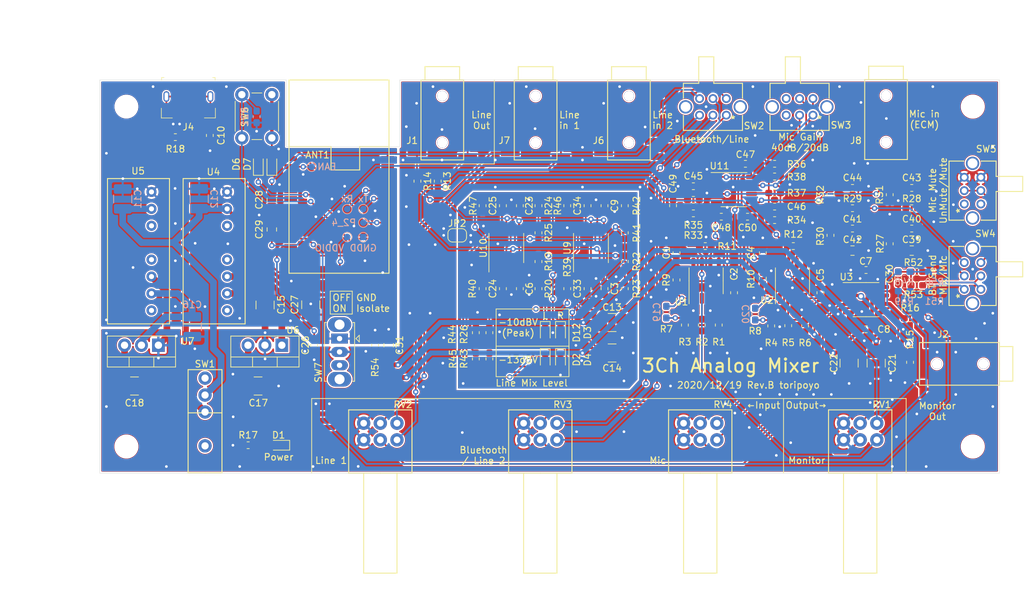
<source format=kicad_pcb>
(kicad_pcb (version 20171130) (host pcbnew "(5.1.6)-1")
  (layers (0 F.Cu signal) (31 B.Cu signal) (34 B.Paste user) (35 F.Paste user) (36 B.SilkS user) (37 F.SilkS user) (38 B.Mask user) (39 F.Mask user) (44 Edge.Cuts user))
  (net 0 "")
  (net 1 GND)
  (net 2 +9VA)
  (net 3 -9VA)
  (net 4 +5VD)
  (net 5 BT_in_R)
  (net 6 BT_in_L)
  (net 7 "Net-(C41-Pad1)")
  (net 8 "Net-(D1-Pad2)")
  (net 9 "Net-(J1-PadT)")
  (net 10 "Net-(J1-PadR)")
  (net 11 "Net-(J2-PadT)")
  (net 12 "Net-(J2-PadR)")
  (net 13 "Net-(J7-PadT)")
  (net 14 "Net-(J7-PadR)")
  (net 15 in3_L)
  (net 16 in2_L)
  (net 17 in1_L)
  (net 18 in3_R)
  (net 19 in2_R)
  (net 20 in1_R)
  (net 21 "Net-(R11-Pad2)")
  (net 22 "Net-(R10-Pad1)")
  (net 23 mix_out_L)
  (net 24 mix_out_R)
  (net 25 "Net-(R36-Pad1)")
  (net 26 "Net-(RV1-Pad5)")
  (net 27 "Net-(RV1-Pad2)")
  (net 28 "Net-(ANT1-Pad33)")
  (net 29 "Net-(ANT1-Pad32)")
  (net 30 "Net-(ANT1-Pad28)")
  (net 31 "Net-(ANT1-Pad27)")
  (net 32 "Net-(ANT1-Pad9)")
  (net 33 "Net-(ANT1-Pad7)")
  (net 34 "Net-(C45-Pad2)")
  (net 35 "Net-(C46-Pad2)")
  (net 36 "Net-(D2-Pad2)")
  (net 37 "Net-(D4-Pad2)")
  (net 38 "Net-(D12-Pad2)")
  (net 39 "Net-(C49-Pad1)")
  (net 40 "Net-(C50-Pad1)")
  (net 41 BM62_MFB)
  (net 42 BM62_SYS_PWR)
  (net 43 "Net-(C10-Pad1)")
  (net 44 "Net-(C30-Pad2)")
  (net 45 "Net-(C39-Pad1)")
  (net 46 "Net-(C43-Pad2)")
  (net 47 "Net-(C43-Pad1)")
  (net 48 "Net-(C44-Pad2)")
  (net 49 "Net-(C44-Pad1)")
  (net 50 "Net-(C45-Pad1)")
  (net 51 "Net-(C46-Pad1)")
  (net 52 "Net-(J4-Pad2)")
  (net 53 "Net-(J4-Pad3)")
  (net 54 "Net-(J6-PadR)")
  (net 55 "Net-(J6-PadT)")
  (net 56 "Net-(R15-Pad2)")
  (net 57 "Net-(R16-Pad2)")
  (net 58 "Net-(R38-Pad1)")
  (net 59 "Net-(RV3-Pad6)")
  (net 60 "Net-(RV3-Pad3)")
  (net 61 "Net-(D12-Pad1)")
  (net 62 GNDD)
  (net 63 BT_Mic_Out_N)
  (net 64 BT_Mic_Out_P)
  (net 65 vref_out_+_-10dBv)
  (net 66 vref_out_+_-13dBv)
  (net 67 vref_out_-_-10dBv)
  (net 68 vref_out_-_-13dBv)
  (net 69 "Net-(C24-Pad1)")
  (net 70 "Net-(C25-Pad1)")
  (net 71 "Net-(C33-Pad1)")
  (net 72 "Net-(C34-Pad1)")
  (net 73 "Net-(D2-Pad1)")
  (net 74 "Net-(D3-Pad2)")
  (net 75 "Net-(D3-Pad1)")
  (net 76 "Net-(D4-Pad1)")
  (net 77 "Net-(R48-Pad1)")
  (net 78 "Net-(R49-Pad1)")
  (net 79 "Net-(R52-Pad1)")
  (net 80 "Net-(R53-Pad1)")
  (net 81 "Net-(J4-Pad1)")
  (net 82 "Net-(C15-Pad1)")
  (net 83 "Net-(C16-Pad2)")
  (net 84 GND2)
  (net 85 P2_4)
  (net 86 VDDIO)
  (net 87 EAN)
  (net 88 "Net-(C19-Pad2)")
  (net 89 "Net-(C19-Pad1)")
  (net 90 "Net-(C20-Pad2)")
  (net 91 "Net-(C20-Pad1)")
  (module TestPoint:TestPoint_Pad_D1.0mm (layer B.Cu) (at 127.127 83.566)
    (fp_text reference TP7 hide)
    (fp_text value TestPoint)
    (pad 1 smd circle (at 0 0) (size 1 1) (layers B.Cu B.Mask) (net 86 VDDIO))
  )
  (module TestPoint:TestPoint_Pad_D1.0mm (layer B.Cu) (at 121.793 73.025)
    (fp_text reference TP6 hide)
    (fp_text value TestPoint)
    (pad 1 smd circle (at 0 0) (size 1 1) (layers B.Cu B.Mask) (net 87 EAN))
  )
  (module TestPoint:TestPoint_Pad_D1.0mm (layer B.Cu) (at 129.54 81.407)
    (fp_text reference TP4 hide)
    (fp_text value TestPoint)
    (pad 1 smd circle (at 0 0) (size 1 1) (layers B.Cu B.Mask) (net 85 P2_4))
  )
  (module TestPoint:TestPoint_Pad_D1.0mm (layer B.Cu) (at 129.54 83.566)
    (fp_text reference TP3 hide)
    (fp_text value TestPoint)
    (pad 1 smd circle (at 0 0) (size 1 1) (layers B.Cu B.Mask) (net 62 GNDD))
  )
  (module TestPoint:TestPoint_Pad_D1.0mm (layer B.Cu) (at 127.127 79.375)
    (fp_text reference TP2 hide)
    (fp_text value TestPoint)
    (pad 1 smd circle (at 0 0) (size 1 1) (layers B.Cu B.Mask) (net 28 "Net-(ANT1-Pad33)"))
  )
  (module TestPoint:TestPoint_Pad_D1.0mm (layer B.Cu) (at 129.54 79.375)
    (fp_text reference TP1 hide)
    (fp_text value TestPoint)
    (pad 1 smd circle (at 0 0) (size 1 1) (layers B.Cu B.Mask) (net 29 "Net-(ANT1-Pad32)"))
  )
  (module Capacitor_SMD:C_0603_1608Metric_Pad1.05x0.95mm_HandSolder (layer B.Cu) (at 188.341 95.123 270)
    (fp_text reference C20 (at 0 1.397 90) (layer B.SilkS) (effects (justify mirror)))
    (fp_text value 22p)
    (pad 2 smd roundrect (at 0.875 0 270) (size 1.05 0.95) (layers B.Cu B.Paste B.Mask) (net 90 "Net-(C20-Pad2)"))
    (pad 1 smd roundrect (at -0.875 0 270) (size 1.05 0.95) (layers B.Cu B.Paste B.Mask) (net 91 "Net-(C20-Pad1)"))
  )
  (module Capacitor_SMD:C_0603_1608Metric_Pad1.05x0.95mm_HandSolder (layer B.Cu) (at 175.016 94.834 270)
    (fp_text reference C19 (at 0 1.43 90) (layer B.SilkS) (effects (justify mirror)))
    (fp_text value 22p)
    (pad 2 smd roundrect (at 0.875 0 270) (size 1.05 0.95) (layers B.Cu B.Paste B.Mask) (net 88 "Net-(C19-Pad2)"))
    (pad 1 smd roundrect (at -0.875 0 270) (size 1.05 0.95) (layers B.Cu B.Paste B.Mask) (net 89 "Net-(C19-Pad1)"))
  )
  (module Button_Switch_THT:SW_Slide_1P2T_CK_OS102011MS2Q (layer F.Cu) (at 125.984 98.806 270)
    (fp_text reference SW7 (at 5.08 3.175 90) (layer F.SilkS))
    (fp_text value SW_SPDT)
    (pad "" thru_hole oval (at 6.1 0 270) (size 2.2 3.5) (drill 1.5) (layers *.Cu *.Mask))
    (pad "" thru_hole oval (at -2.1 0 270) (size 2.2 3.5) (drill 1.5) (layers *.Cu *.Mask))
    (pad 3 thru_hole oval (at 4 0 270) (size 1.5 2.5) (drill 0.8) (layers *.Cu *.Mask))
    (pad 2 thru_hole oval (at 2 0 270) (size 1.5 2.5) (drill 0.8) (layers *.Cu *.Mask) (net 1 GND))
    (pad 1 thru_hole rect (at 0 0 270) (size 1.5 2.5) (drill 0.8) (layers *.Cu *.Mask) (net 62 GNDD))
  )
  (module Capacitor_SMD:C_0805_2012Metric_Pad1.15x1.40mm_HandSolder (layer F.Cu) (at 133.35 99.8 270)
    (fp_text reference C31 (at 0 -1.65 90) (layer F.SilkS))
    (fp_text value 22u/25V)
    (pad 2 smd roundrect (at 1.025 0 270) (size 1.15 1.4) (layers F.Cu F.Paste F.Mask) (roundrect_rratio 0.217391) (net 1 GND))
    (pad 1 smd roundrect (at -1.025 0 270) (size 1.15 1.4) (layers F.Cu F.Paste F.Mask) (roundrect_rratio 0.217391) (net 62 GNDD))
  )
  (module Capacitor_SMD:C_1210_3225Metric_Pad1.42x2.65mm_HandSolder (layer F.Cu) (at 166.878 100.965 180)
    (fp_text reference C14 (at 0 -2.28) (layer F.SilkS))
    (fp_text value 47u)
    (pad 2 smd roundrect (at 1.4875 0 180) (size 1.425 2.65) (layers F.Cu F.Paste F.Mask) (roundrect_rratio 0.175439) (net 3 -9VA))
    (pad 1 smd roundrect (at -1.4875 0 180) (size 1.425 2.65) (layers F.Cu F.Paste F.Mask) (roundrect_rratio 0.175439) (net 84 GND2))
  )
  (module Capacitor_SMD:C_1210_3225Metric_Pad1.42x2.65mm_HandSolder (layer F.Cu) (at 166.878 96.393)
    (fp_text reference C13 (at 0 -2.28) (layer F.SilkS))
    (fp_text value 47u)
    (pad 2 smd roundrect (at 1.4875 0) (size 1.425 2.65) (layers F.Cu F.Paste F.Mask) (roundrect_rratio 0.175439) (net 84 GND2))
    (pad 1 smd roundrect (at -1.4875 0) (size 1.425 2.65) (layers F.Cu F.Paste F.Mask) (roundrect_rratio 0.175439) (net 2 +9VA))
  )
  (module Jumper:SolderJumper-2_P1.3mm_Open_RoundedPad1.0x1.5mm (layer F.Cu) (at 143.637 83.312)
    (fp_text reference JP2 (at 0 -1.8) (layer F.SilkS))
    (fp_text value UserShort)
    (pad 2 smd custom (at 0.65 0) (size 1 0.5) (layers F.Cu F.Mask) (net 84 GND2) (options (clearance outline) (anchor rect)) (primitives (gr_circle (center 0 0.25) (end 0.5 0.25) (width 0)) (gr_circle (center 0 -0.25) (end 0.5 -0.25) (width 0)) (gr_poly (pts (xy 0 -0.75) (xy -0.5 -0.75) (xy -0.5 0.75) (xy 0 0.75)) (width 0))))
    (pad 1 smd custom (at -0.65 0) (size 1 0.5) (layers F.Cu F.Mask) (net 1 GND) (options (clearance outline) (anchor rect)) (primitives (gr_circle (center 0 0.25) (end 0.5 0.25) (width 0)) (gr_circle (center 0 -0.25) (end 0.5 -0.25) (width 0)) (gr_poly (pts (xy 0 -0.75) (xy 0.5 -0.75) (xy 0.5 0.75) (xy 0 0.75)) (width 0))))
  )
  (module MountingHole:MountingHole_3.2mm_M3 (layer F.Cu) (at 94 115)
    (fp_text reference H4 hide)
    (fp_text value MountingHole)
    (pad 1 np_thru_hole circle (at 0 0) (size 3.2 3.2) (drill 3.2) (layers *.Cu *.Mask))
  )
  (module MountingHole:MountingHole_3.2mm_M3 (layer F.Cu) (at 94 64)
    (fp_text reference H3 hide)
    (fp_text value MountingHole)
    (pad 1 np_thru_hole circle (at 0 0) (size 3.2 3.2) (drill 3.2) (layers *.Cu *.Mask))
  )
  (module MountingHole:MountingHole_3.2mm_M3 (layer F.Cu) (at 221 64)
    (fp_text reference H2 hide)
    (fp_text value MountingHole)
    (pad 1 np_thru_hole circle (at 0 0) (size 3.2 3.2) (drill 3.2) (layers *.Cu *.Mask))
  )
  (module MountingHole:MountingHole_3.2mm_M3 (layer F.Cu) (at 221 115)
    (fp_text reference H1 hide)
    (fp_text value MountingHole)
    (pad 1 np_thru_hole circle (at 0 0) (size 3.2 3.2) (drill 3.2) (layers *.Cu *.Mask))
  )
  (module Package_SO:TSSOP-14_4.4x5mm_P0.65mm (layer F.Cu) (at 151.003 85.217 90)
    (fp_text reference U10 (at 0 -3.45 90) (layer F.SilkS))
    (fp_text value LM339PWR)
    (pad 14 smd roundrect (at 2.8625 -1.95 90) (size 1.475 0.4) (layers F.Cu F.Paste F.Mask) (net 76 "Net-(D4-Pad1)"))
    (pad 13 smd roundrect (at 2.8625 -1.3 90) (size 1.475 0.4) (layers F.Cu F.Paste F.Mask) (net 76 "Net-(D4-Pad1)"))
    (pad 12 smd roundrect (at 2.8625 -0.65 90) (size 1.475 0.4) (layers F.Cu F.Paste F.Mask) (net 70 "Net-(C25-Pad1)"))
    (pad 11 smd roundrect (at 2.8625 0 90) (size 1.475 0.4) (layers F.Cu F.Paste F.Mask) (net 24 mix_out_R))
    (pad 10 smd roundrect (at 2.8625 0.65 90) (size 1.475 0.4) (layers F.Cu F.Paste F.Mask) (net 68 vref_out_-_-13dBv))
    (pad 9 smd roundrect (at 2.8625 1.3 90) (size 1.475 0.4) (layers F.Cu F.Paste F.Mask) (net 66 vref_out_+_-13dBv))
    (pad 8 smd roundrect (at 2.8625 1.95 90) (size 1.475 0.4) (layers F.Cu F.Paste F.Mask) (net 24 mix_out_R))
    (pad 7 smd roundrect (at -2.8625 1.95 90) (size 1.475 0.4) (layers F.Cu F.Paste F.Mask) (net 66 vref_out_+_-13dBv))
    (pad 6 smd roundrect (at -2.8625 1.3 90) (size 1.475 0.4) (layers F.Cu F.Paste F.Mask) (net 23 mix_out_L))
    (pad 5 smd roundrect (at -2.8625 0.65 90) (size 1.475 0.4) (layers F.Cu F.Paste F.Mask) (net 23 mix_out_L))
    (pad 4 smd roundrect (at -2.8625 0 90) (size 1.475 0.4) (layers F.Cu F.Paste F.Mask) (net 68 vref_out_-_-13dBv))
    (pad 3 smd roundrect (at -2.8625 -0.65 90) (size 1.475 0.4) (layers F.Cu F.Paste F.Mask) (net 69 "Net-(C24-Pad1)"))
    (pad 2 smd roundrect (at -2.8625 -1.3 90) (size 1.475 0.4) (layers F.Cu F.Paste F.Mask) (net 73 "Net-(D2-Pad1)"))
    (pad 1 smd roundrect (at -2.8625 -1.95 90) (size 1.475 0.4) (layers F.Cu F.Paste F.Mask) (net 73 "Net-(D2-Pad1)"))
  )
  (module Button_Switch_THT:SW_PUSH_6mm (layer F.Cu) (at 115.824 62.2 270)
    (fp_text reference SW6 (at 3.332 4.064 90) (layer F.SilkS))
    (fp_text value SW_Push)
    (pad 1 thru_hole circle (at 6.5 0) (size 2 2) (drill 1.1) (layers *.Cu *.Mask) (net 42 BM62_SYS_PWR))
    (pad 2 thru_hole circle (at 6.5 4.5) (size 2 2) (drill 1.1) (layers *.Cu *.Mask) (net 41 BM62_MFB))
    (pad 1 thru_hole circle (at 0 0) (size 2 2) (drill 1.1) (layers *.Cu *.Mask) (net 42 BM62_SYS_PWR))
    (pad 2 thru_hole circle (at 0 4.5) (size 2 2) (drill 1.1) (layers *.Cu *.Mask) (net 41 BM62_MFB))
  )
  (module digikey-download:OS202011MA0QN1 (layer F.Cu) (at 215.4 74.6 90)
    (fp_text reference SW5 (at 4.242 7.612 180) (layer F.SilkS))
    (fp_text value OS202011MA0QN1 hide)
    (fp_text user * (at -5.0165 3.683 90) (layer F.SilkS))
    (fp_text user * (at -5.0165 3.683 90) (layer F.SilkS))
    (pad 8 thru_hole circle (at 2.093401 5.5626 90) (size 2.0066 2.0066) (drill 1.4986) (layers *.Cu *.Mask))
    (pad 7 thru_hole circle (at -6.106601 5.5626 90) (size 2.0066 2.0066) (drill 1.4986) (layers *.Cu *.Mask))
    (pad 6 thru_hole circle (at 0 6.8072 90) (size 1.3208 1.3208) (drill 0.8128) (layers *.Cu *.Mask) (net 1 GND))
    (pad 5 thru_hole circle (at -2.0066 6.8072 90) (size 1.3208 1.3208) (drill 0.8128) (layers *.Cu *.Mask) (net 64 BT_Mic_Out_P))
    (pad 4 thru_hole circle (at -4.0132 6.8072 90) (size 1.3208 1.3208) (drill 0.8128) (layers *.Cu *.Mask))
    (pad 3 thru_hole circle (at 0 4.318 90) (size 1.3208 1.3208) (drill 0.8128) (layers *.Cu *.Mask) (net 1 GND))
    (pad 2 thru_hole circle (at -2.0066 4.318 90) (size 1.3208 1.3208) (drill 0.8128) (layers *.Cu *.Mask) (net 64 BT_Mic_Out_P))
    (pad 1 thru_hole circle (at -4.0132 4.318 90) (size 1.3208 1.3208) (drill 0.8128) (layers *.Cu *.Mask))
  )
  (module digikey-download:OS202011MA0QN1 (layer F.Cu) (at 215.4 87.4 90)
    (fp_text reference SW4 (at 4.342 7.485 180) (layer F.SilkS))
    (fp_text value OS202011MA0QN1 hide)
    (fp_text user * (at -5.0165 3.683 90) (layer F.SilkS))
    (fp_text user * (at -5.0165 3.683 90) (layer F.SilkS))
    (pad 8 thru_hole circle (at 2.093401 5.5626 90) (size 2.0066 2.0066) (drill 1.4986) (layers *.Cu *.Mask))
    (pad 7 thru_hole circle (at -6.106601 5.5626 90) (size 2.0066 2.0066) (drill 1.4986) (layers *.Cu *.Mask))
    (pad 6 thru_hole circle (at 0 6.8072 90) (size 1.3208 1.3208) (drill 0.8128) (layers *.Cu *.Mask) (net 46 "Net-(C43-Pad2)"))
    (pad 5 thru_hole circle (at -2.0066 6.8072 90) (size 1.3208 1.3208) (drill 0.8128) (layers *.Cu *.Mask) (net 80 "Net-(R53-Pad1)"))
    (pad 4 thru_hole circle (at -4.0132 6.8072 90) (size 1.3208 1.3208) (drill 0.8128) (layers *.Cu *.Mask) (net 77 "Net-(R48-Pad1)"))
    (pad 3 thru_hole circle (at 0 4.318 90) (size 1.3208 1.3208) (drill 0.8128) (layers *.Cu *.Mask) (net 48 "Net-(C44-Pad2)"))
    (pad 2 thru_hole circle (at -2.0066 4.318 90) (size 1.3208 1.3208) (drill 0.8128) (layers *.Cu *.Mask) (net 79 "Net-(R52-Pad1)"))
    (pad 1 thru_hole circle (at -4.0132 4.318 90) (size 1.3208 1.3208) (drill 0.8128) (layers *.Cu *.Mask) (net 78 "Net-(R49-Pad1)"))
  )
  (module Resistor_SMD:R_0603_1608Metric_Pad1.05x0.95mm_HandSolder (layer F.Cu) (at 131.318 99.8 270)
    (fp_text reference R54 (at 3.324 0 90) (layer F.SilkS))
    (fp_text value 1k)
    (pad 2 smd roundrect (at 0.875 0 270) (size 1.05 0.95) (layers F.Cu F.Paste F.Mask) (net 1 GND))
    (pad 1 smd roundrect (at -0.875 0 270) (size 1.05 0.95) (layers F.Cu F.Paste F.Mask) (net 62 GNDD))
  )
  (module Resistor_SMD:R_0603_1608Metric_Pad1.05x0.95mm_HandSolder (layer F.Cu) (at 212.598 90.805 180)
    (fp_text reference R53 (at 0.508 -1.397) (layer F.SilkS))
    (fp_text value 100)
    (pad 2 smd roundrect (at 0.875 0 180) (size 1.05 0.95) (layers F.Cu F.Paste F.Mask) (net 44 "Net-(C30-Pad2)"))
    (pad 1 smd roundrect (at -0.875 0 180) (size 1.05 0.95) (layers F.Cu F.Paste F.Mask) (net 80 "Net-(R53-Pad1)"))
  )
  (module Resistor_SMD:R_0603_1608Metric_Pad1.05x0.95mm_HandSolder (layer F.Cu) (at 212.598 88.773 180)
    (fp_text reference R52 (at 0.508 1.3843) (layer F.SilkS))
    (fp_text value 100)
    (pad 2 smd roundrect (at 0.875 0 180) (size 1.05 0.95) (layers F.Cu F.Paste F.Mask) (net 44 "Net-(C30-Pad2)"))
    (pad 1 smd roundrect (at -0.875 0 180) (size 1.05 0.95) (layers F.Cu F.Paste F.Mask) (net 79 "Net-(R52-Pad1)"))
  )
  (module Resistor_SMD:R_0603_1608Metric_Pad1.05x0.95mm_HandSolder (layer B.Cu) (at 215.225 91.714)
    (fp_text reference R51 (at 0 1.504) (layer B.SilkS) (effects (justify mirror)))
    (fp_text value 1k)
    (pad 2 smd roundrect (at 0.875 0) (size 1.05 0.95) (layers B.Cu B.Paste B.Mask) (net 1 GND))
    (pad 1 smd roundrect (at -0.875 0) (size 1.05 0.95) (layers B.Cu B.Paste B.Mask) (net 78 "Net-(R49-Pad1)"))
  )
  (module Resistor_SMD:R_0603_1608Metric_Pad1.05x0.95mm_HandSolder (layer B.Cu) (at 215.225 88.773)
    (fp_text reference R50 (at 0 1.524) (layer B.SilkS) (effects (justify mirror)))
    (fp_text value 1k)
    (pad 2 smd roundrect (at 0.875 0) (size 1.05 0.95) (layers B.Cu B.Paste B.Mask) (net 1 GND))
    (pad 1 smd roundrect (at -0.875 0) (size 1.05 0.95) (layers B.Cu B.Paste B.Mask) (net 77 "Net-(R48-Pad1)"))
  )
  (module Resistor_SMD:R_0603_1608Metric_Pad1.05x0.95mm_HandSolder (layer B.Cu) (at 210.693 91.694 180)
    (fp_text reference R49 (at 0 -1.524) (layer B.SilkS) (effects (justify mirror)))
    (fp_text value 100k)
    (pad 2 smd roundrect (at 0.875 0 180) (size 1.05 0.95) (layers B.Cu B.Paste B.Mask) (net 23 mix_out_L))
    (pad 1 smd roundrect (at -0.875 0 180) (size 1.05 0.95) (layers B.Cu B.Paste B.Mask) (net 78 "Net-(R49-Pad1)"))
  )
  (module Resistor_SMD:R_0603_1608Metric_Pad1.05x0.95mm_HandSolder (layer B.Cu) (at 210.693 88.773 180)
    (fp_text reference R48 (at 0 -1.524) (layer B.SilkS) (effects (justify mirror)))
    (fp_text value 100k)
    (pad 2 smd roundrect (at 0.875 0 180) (size 1.05 0.95) (layers B.Cu B.Paste B.Mask) (net 24 mix_out_R))
    (pad 1 smd roundrect (at -0.875 0 180) (size 1.05 0.95) (layers B.Cu B.Paste B.Mask) (net 77 "Net-(R48-Pad1)"))
  )
  (module Resistor_SMD:R_0603_1608Metric_Pad1.05x0.95mm_HandSolder (layer F.Cu) (at 147.447 78.867 90)
    (fp_text reference R47 (at 0 -1.43 90) (layer F.SilkS))
    (fp_text value 100)
    (pad 2 smd roundrect (at 0.875 0 90) (size 1.05 0.95) (layers F.Cu F.Paste F.Mask) (net 3 -9VA))
    (pad 1 smd roundrect (at -0.875 0 90) (size 1.05 0.95) (layers F.Cu F.Paste F.Mask) (net 70 "Net-(C25-Pad1)"))
  )
  (module Resistor_SMD:R_0603_1608Metric_Pad1.05x0.95mm_HandSolder (layer F.Cu) (at 160.147 78.867 90)
    (fp_text reference R46 (at 0 -1.43 90) (layer F.SilkS))
    (fp_text value 100)
    (pad 2 smd roundrect (at 0.875 0 90) (size 1.05 0.95) (layers F.Cu F.Paste F.Mask) (net 3 -9VA))
    (pad 1 smd roundrect (at -0.875 0 90) (size 1.05 0.95) (layers F.Cu F.Paste F.Mask) (net 72 "Net-(C34-Pad1)"))
  )
  (module Resistor_SMD:R_0603_1608Metric_Pad1.05x0.95mm_HandSolder (layer F.Cu) (at 146.431 101.854 270)
    (fp_text reference R45 (at 0 3.429 90) (layer F.SilkS))
    (fp_text value 33k)
    (pad 2 smd roundrect (at 0.875 0 270) (size 1.05 0.95) (layers F.Cu F.Paste F.Mask) (net 37 "Net-(D4-Pad2)"))
    (pad 1 smd roundrect (at -0.875 0 270) (size 1.05 0.95) (layers F.Cu F.Paste F.Mask) (net 2 +9VA))
  )
  (module Resistor_SMD:R_0603_1608Metric_Pad1.05x0.95mm_HandSolder (layer F.Cu) (at 146.431 97.917 270)
    (fp_text reference R44 (at 0.254 3.556 90) (layer F.SilkS))
    (fp_text value 10k)
    (pad 2 smd roundrect (at 0.875 0 270) (size 1.05 0.95) (layers F.Cu F.Paste F.Mask) (net 74 "Net-(D3-Pad2)"))
    (pad 1 smd roundrect (at -0.875 0 270) (size 1.05 0.95) (layers F.Cu F.Paste F.Mask) (net 2 +9VA))
  )
  (module Resistor_SMD:R_0603_1608Metric_Pad1.05x0.95mm_HandSolder (layer F.Cu) (at 148.463 101.854 270)
    (fp_text reference R43 (at 0 3.81 90) (layer F.SilkS))
    (fp_text value 33k)
    (pad 2 smd roundrect (at 0.875 0 270) (size 1.05 0.95) (layers F.Cu F.Paste F.Mask) (net 36 "Net-(D2-Pad2)"))
    (pad 1 smd roundrect (at -0.875 0 270) (size 1.05 0.95) (layers F.Cu F.Paste F.Mask) (net 2 +9VA))
  )
  (module Resistor_SMD:R_0603_1608Metric_Pad1.05x0.95mm_HandSolder (layer F.Cu) (at 147.447 91.313 270)
    (fp_text reference R40 (at 0 1.524 90) (layer F.SilkS))
    (fp_text value 100)
    (pad 2 smd roundrect (at 0.875 0 270) (size 1.05 0.95) (layers F.Cu F.Paste F.Mask) (net 2 +9VA))
    (pad 1 smd roundrect (at -0.875 0 270) (size 1.05 0.95) (layers F.Cu F.Paste F.Mask) (net 69 "Net-(C24-Pad1)"))
  )
  (module Resistor_SMD:R_0603_1608Metric_Pad1.05x0.95mm_HandSolder (layer F.Cu) (at 160.147 91.313 270)
    (fp_text reference R39 (at -3.175 0 90) (layer F.SilkS))
    (fp_text value 100)
    (pad 2 smd roundrect (at 0.875 0 270) (size 1.05 0.95) (layers F.Cu F.Paste F.Mask) (net 2 +9VA))
    (pad 1 smd roundrect (at -0.875 0 270) (size 1.05 0.95) (layers F.Cu F.Paste F.Mask) (net 71 "Net-(C33-Pad1)"))
  )
  (module Resistor_SMD:R_0603_1608Metric_Pad1.05x0.95mm_HandSolder (layer F.Cu) (at 155.829 82.931 90)
    (fp_text reference R25 (at 0 1.524 90) (layer F.SilkS))
    (fp_text value 33k)
    (pad 2 smd roundrect (at 0.875 0 90) (size 1.05 0.95) (layers F.Cu F.Paste F.Mask) (net 68 vref_out_-_-13dBv))
    (pad 1 smd roundrect (at -0.875 0 90) (size 1.05 0.95) (layers F.Cu F.Paste F.Mask) (net 3 -9VA))
  )
  (module Resistor_SMD:R_0603_1608Metric_Pad1.05x0.95mm_HandSolder (layer F.Cu) (at 155.829 78.867 90)
    (fp_text reference R24 (at 0 1.524 90) (layer F.SilkS))
    (fp_text value 1.2k)
    (pad 2 smd roundrect (at 0.875 0 90) (size 1.05 0.95) (layers F.Cu F.Paste F.Mask) (net 84 GND2))
    (pad 1 smd roundrect (at -0.875 0 90) (size 1.05 0.95) (layers F.Cu F.Paste F.Mask) (net 68 vref_out_-_-13dBv))
  )
  (module Resistor_SMD:R_0603_1608Metric_Pad1.05x0.95mm_HandSolder (layer F.Cu) (at 155.829 91.313 90)
    (fp_text reference R20 (at 0 1.524 90) (layer F.SilkS))
    (fp_text value 1.2k)
    (pad 2 smd roundrect (at 0.875 0 90) (size 1.05 0.95) (layers F.Cu F.Paste F.Mask) (net 66 vref_out_+_-13dBv))
    (pad 1 smd roundrect (at -0.875 0 90) (size 1.05 0.95) (layers F.Cu F.Paste F.Mask) (net 84 GND2))
  )
  (module Resistor_SMD:R_0603_1608Metric_Pad1.05x0.95mm_HandSolder (layer F.Cu) (at 155.829 87.249 90)
    (fp_text reference R19 (at 0 1.524 90) (layer F.SilkS))
    (fp_text value 33k)
    (pad 2 smd roundrect (at 0.875 0 90) (size 1.05 0.95) (layers F.Cu F.Paste F.Mask) (net 2 +9VA))
    (pad 1 smd roundrect (at -0.875 0 90) (size 1.05 0.95) (layers F.Cu F.Paste F.Mask) (net 66 vref_out_+_-13dBv))
  )
  (module LED_SMD:LED_0603_1608Metric_Pad1.05x0.95mm_HandSolder (layer F.Cu) (at 159.131 101.981 270)
    (fp_text reference D4 (at 0 -4.064 90) (layer F.SilkS))
    (fp_text value LED_GREEN)
    (pad 2 smd roundrect (at 0.875 0 270) (size 1.05 0.95) (layers F.Cu F.Paste F.Mask) (net 37 "Net-(D4-Pad2)"))
    (pad 1 smd roundrect (at -0.875 0 270) (size 1.05 0.95) (layers F.Cu F.Paste F.Mask) (net 76 "Net-(D4-Pad1)"))
  )
  (module LED_SMD:LED_0603_1608Metric_Pad1.05x0.95mm_HandSolder (layer F.Cu) (at 159.131 97.917 270)
    (fp_text reference D3 (at 0 -4.064 90) (layer F.SilkS))
    (fp_text value LED_RED)
    (pad 2 smd roundrect (at 0.875 0 270) (size 1.05 0.95) (layers F.Cu F.Paste F.Mask) (net 74 "Net-(D3-Pad2)"))
    (pad 1 smd roundrect (at -0.875 0 270) (size 1.05 0.95) (layers F.Cu F.Paste F.Mask) (net 75 "Net-(D3-Pad1)"))
  )
  (module LED_SMD:LED_0603_1608Metric_Pad1.05x0.95mm_HandSolder (layer F.Cu) (at 156.845 101.981 270)
    (fp_text reference D2 (at 0 -4.699 90) (layer F.SilkS))
    (fp_text value LED_GREEN)
    (pad 2 smd roundrect (at 0.875 0 270) (size 1.05 0.95) (layers F.Cu F.Paste F.Mask) (net 36 "Net-(D2-Pad2)"))
    (pad 1 smd roundrect (at -0.875 0 270) (size 1.05 0.95) (layers F.Cu F.Paste F.Mask) (net 73 "Net-(D2-Pad1)"))
  )
  (module Capacitor_SMD:C_0603_1608Metric_Pad1.05x0.95mm_HandSolder (layer F.Cu) (at 209.804 89.662 90)
    (fp_text reference C30 (at 0.5842 -1.3081 270) (layer F.SilkS))
    (fp_text value 1u)
    (pad 2 smd roundrect (at 0.875 0 90) (size 1.05 0.95) (layers F.Cu F.Paste F.Mask) (net 44 "Net-(C30-Pad2)"))
    (pad 1 smd roundrect (at -0.875 0 90) (size 1.05 0.95) (layers F.Cu F.Paste F.Mask) (net 64 BT_Mic_Out_P))
  )
  (module Capacitor_SMD:C_0603_1608Metric_Pad1.05x0.95mm_HandSolder (layer F.Cu) (at 122.174 99.822 90)
    (fp_text reference C26 (at 0.0127 -1.3208 90) (layer F.SilkS))
    (fp_text value 1u)
    (pad 2 smd roundrect (at 0.875 0 90) (size 1.05 0.95) (layers F.Cu F.Paste F.Mask) (net 63 BT_Mic_Out_N))
    (pad 1 smd roundrect (at -0.875 0 90) (size 1.05 0.95) (layers F.Cu F.Paste F.Mask) (net 1 GND))
  )
  (module Capacitor_SMD:C_0603_1608Metric_Pad1.05x0.95mm_HandSolder (layer F.Cu) (at 150.495 78.867 90)
    (fp_text reference C25 (at 0 -1.524 90) (layer F.SilkS))
    (fp_text value 0.1u)
    (pad 2 smd roundrect (at 0.875 0 90) (size 1.05 0.95) (layers F.Cu F.Paste F.Mask) (net 84 GND2))
    (pad 1 smd roundrect (at -0.875 0 90) (size 1.05 0.95) (layers F.Cu F.Paste F.Mask) (net 70 "Net-(C25-Pad1)"))
  )
  (module Capacitor_SMD:C_0603_1608Metric_Pad1.05x0.95mm_HandSolder (layer F.Cu) (at 150.495 91.313 270)
    (fp_text reference C24 (at 0 1.524 90) (layer F.SilkS))
    (fp_text value 0.1u)
    (pad 2 smd roundrect (at 0.875 0 270) (size 1.05 0.95) (layers F.Cu F.Paste F.Mask) (net 84 GND2))
    (pad 1 smd roundrect (at -0.875 0 270) (size 1.05 0.95) (layers F.Cu F.Paste F.Mask) (net 69 "Net-(C24-Pad1)"))
  )
  (module Capacitor_SMD:C_0603_1608Metric_Pad1.05x0.95mm_HandSolder (layer F.Cu) (at 153.035 78.867 90)
    (fp_text reference C23 (at 0 1.397 90) (layer F.SilkS))
    (fp_text value 0.1u)
    (pad 2 smd roundrect (at 0.875 0 90) (size 1.05 0.95) (layers F.Cu F.Paste F.Mask) (net 84 GND2))
    (pad 1 smd roundrect (at -0.875 0 90) (size 1.05 0.95) (layers F.Cu F.Paste F.Mask) (net 68 vref_out_-_-13dBv))
  )
  (module Capacitor_SMD:C_0603_1608Metric_Pad1.05x0.95mm_HandSolder (layer F.Cu) (at 165.735 78.867 270)
    (fp_text reference C9 (at 0 -1.524 90) (layer F.SilkS))
    (fp_text value 0.1u)
    (pad 2 smd roundrect (at 0.875 0 270) (size 1.05 0.95) (layers F.Cu F.Paste F.Mask) (net 84 GND2))
    (pad 1 smd roundrect (at -0.875 0 270) (size 1.05 0.95) (layers F.Cu F.Paste F.Mask) (net 67 vref_out_-_-10dBv))
  )
  (module Capacitor_SMD:C_0603_1608Metric_Pad1.05x0.95mm_HandSolder (layer F.Cu) (at 153.035 91.313 270)
    (fp_text reference C6 (at 0 -1.43 90) (layer F.SilkS))
    (fp_text value 0.1u)
    (pad 2 smd roundrect (at 0.875 0 270) (size 1.05 0.95) (layers F.Cu F.Paste F.Mask) (net 84 GND2))
    (pad 1 smd roundrect (at -0.875 0 270) (size 1.05 0.95) (layers F.Cu F.Paste F.Mask) (net 66 vref_out_+_-13dBv))
  )
  (module Capacitor_SMD:C_0603_1608Metric_Pad1.05x0.95mm_HandSolder (layer F.Cu) (at 165.735 91.313 270)
    (fp_text reference C3 (at 0 -1.524 90) (layer F.SilkS))
    (fp_text value 0.1u)
    (pad 2 smd roundrect (at 0.875 0 270) (size 1.05 0.95) (layers F.Cu F.Paste F.Mask) (net 84 GND2))
    (pad 1 smd roundrect (at -0.875 0 270) (size 1.05 0.95) (layers F.Cu F.Paste F.Mask) (net 65 vref_out_+_-10dBv))
  )
  (module Resistor_SMD:R_0603_1608Metric_Pad1.05x0.95mm_HandSolder (layer F.Cu) (at 179.07 77.978)
    (fp_text reference R35 (at 0 3.81) (layer F.SilkS))
    (fp_text value 100k)
    (pad 2 smd roundrect (at 0.875 0) (size 1.05 0.95) (layers F.Cu F.Paste F.Mask) (net 34 "Net-(C45-Pad2)"))
    (pad 1 smd roundrect (at -0.875 0) (size 1.05 0.95) (layers F.Cu F.Paste F.Mask) (net 50 "Net-(C45-Pad1)"))
  )
  (module Package_SO:TSSOP-14_4.4x5mm_P0.65mm (layer F.Cu) (at 163.703 85.217 90)
    (fp_text reference U9 (at 0 -3.556 90) (layer F.SilkS))
    (fp_text value LM339PWR)
    (pad 14 smd roundrect (at 2.8625 -1.95 90) (size 1.475 0.4) (layers F.Cu F.Paste F.Mask) (net 75 "Net-(D3-Pad1)"))
    (pad 13 smd roundrect (at 2.8625 -1.3 90) (size 1.475 0.4) (layers F.Cu F.Paste F.Mask) (net 75 "Net-(D3-Pad1)"))
    (pad 12 smd roundrect (at 2.8625 -0.65 90) (size 1.475 0.4) (layers F.Cu F.Paste F.Mask) (net 72 "Net-(C34-Pad1)"))
    (pad 11 smd roundrect (at 2.8625 0 90) (size 1.475 0.4) (layers F.Cu F.Paste F.Mask) (net 24 mix_out_R))
    (pad 10 smd roundrect (at 2.8625 0.65 90) (size 1.475 0.4) (layers F.Cu F.Paste F.Mask) (net 67 vref_out_-_-10dBv))
    (pad 9 smd roundrect (at 2.8625 1.3 90) (size 1.475 0.4) (layers F.Cu F.Paste F.Mask) (net 65 vref_out_+_-10dBv))
    (pad 8 smd roundrect (at 2.8625 1.95 90) (size 1.475 0.4) (layers F.Cu F.Paste F.Mask) (net 24 mix_out_R))
    (pad 7 smd roundrect (at -2.8625 1.95 90) (size 1.475 0.4) (layers F.Cu F.Paste F.Mask) (net 65 vref_out_+_-10dBv))
    (pad 6 smd roundrect (at -2.8625 1.3 90) (size 1.475 0.4) (layers F.Cu F.Paste F.Mask) (net 23 mix_out_L))
    (pad 5 smd roundrect (at -2.8625 0.65 90) (size 1.475 0.4) (layers F.Cu F.Paste F.Mask) (net 23 mix_out_L))
    (pad 4 smd roundrect (at -2.8625 0 90) (size 1.475 0.4) (layers F.Cu F.Paste F.Mask) (net 67 vref_out_-_-10dBv))
    (pad 3 smd roundrect (at -2.8625 -0.65 90) (size 1.475 0.4) (layers F.Cu F.Paste F.Mask) (net 71 "Net-(C33-Pad1)"))
    (pad 2 smd roundrect (at -2.8625 -1.3 90) (size 1.475 0.4) (layers F.Cu F.Paste F.Mask) (net 61 "Net-(D12-Pad1)"))
    (pad 1 smd roundrect (at -2.8625 -1.95 90) (size 1.475 0.4) (layers F.Cu F.Paste F.Mask) (net 61 "Net-(D12-Pad1)"))
  )
  (module Resistor_SMD:R_0603_1608Metric_Pad1.05x0.95mm_HandSolder (layer F.Cu) (at 168.783 78.867 270)
    (fp_text reference R42 (at 0 -1.778 90) (layer F.SilkS))
    (fp_text value 1.2k)
    (pad 2 smd roundrect (at 0.875 0 270) (size 1.05 0.95) (layers F.Cu F.Paste F.Mask) (net 84 GND2))
    (pad 1 smd roundrect (at -0.875 0 270) (size 1.05 0.95) (layers F.Cu F.Paste F.Mask) (net 67 vref_out_-_-10dBv))
  )
  (module Resistor_SMD:R_0603_1608Metric_Pad1.05x0.95mm_HandSolder (layer F.Cu) (at 168.783 82.931 270)
    (fp_text reference R41 (at 0 -1.778 90) (layer F.SilkS))
    (fp_text value 22k)
    (pad 2 smd roundrect (at 0.875 0 270) (size 1.05 0.95) (layers F.Cu F.Paste F.Mask) (net 67 vref_out_-_-10dBv))
    (pad 1 smd roundrect (at -0.875 0 270) (size 1.05 0.95) (layers F.Cu F.Paste F.Mask) (net 3 -9VA))
  )
  (module toripoyo:RD925G-QA1 (layer F.Cu) (at 129.6 114)
    (fp_text reference RV2 (at 5.909 -5.288) (layer F.SilkS))
    (fp_text value RK0972-A10K)
    (pad 6 thru_hole circle (at 5 -2.5) (size 2 2) (drill 1) (layers *.Cu *.Mask) (net 13 "Net-(J7-PadT)"))
    (pad 5 thru_hole circle (at 2.5 -2.5) (size 2 2) (drill 1) (layers *.Cu *.Mask) (net 17 in1_L))
    (pad 4 thru_hole circle (at 0 -2.5) (size 2 2) (drill 1) (layers *.Cu *.Mask) (net 1 GND))
    (pad 3 thru_hole circle (at 5 0) (size 2 2) (drill 1) (layers *.Cu *.Mask) (net 14 "Net-(J7-PadR)"))
    (pad 2 thru_hole circle (at 2.5 0) (size 2 2) (drill 1) (layers *.Cu *.Mask) (net 20 in1_R))
    (pad 1 thru_hole circle (at 0 0) (size 2 2) (drill 1) (layers *.Cu *.Mask) (net 1 GND))
  )
  (module Resistor_SMD:R_0603_1608Metric_Pad1.05x0.95mm_HandSolder (layer F.Cu) (at 191.262 81.026)
    (fp_text reference R34 (at 3.302 0) (layer F.SilkS))
    (fp_text value 1k)
    (pad 2 smd roundrect (at 0.875 0) (size 1.05 0.95) (layers F.Cu F.Paste F.Mask) (net 1 GND))
    (pad 1 smd roundrect (at -0.875 0) (size 1.05 0.95) (layers F.Cu F.Paste F.Mask) (net 35 "Net-(C46-Pad2)"))
  )
  (module toripoyo:PJ-3420 (layer F.Cu) (at 202.9775 57.3405 270)
    (fp_text reference J8 (at 11.7475 -0.4765 180) (layer F.SilkS))
    (fp_text value PJ-3420)
    (pad R smd rect (at 13.5 -1.2 270) (size 1 2.8) (layers F.Cu F.Paste F.Mask) (net 48 "Net-(C44-Pad2)"))
    (pad R smd rect (at 8 -1.2 270) (size 1 2.8) (layers F.Cu F.Paste F.Mask) (net 48 "Net-(C44-Pad2)"))
    (pad S smd rect (at 4.8 -1.2 270) (size 1 2.8) (layers F.Cu F.Paste F.Mask) (net 1 GND))
    (pad T smd rect (at 14.1 -8.8 270) (size 1 2.8) (layers F.Cu F.Paste F.Mask) (net 46 "Net-(C43-Pad2)"))
    (pad T smd rect (at 11.8 -8.8 270) (size 1 2.8) (layers F.Cu F.Paste F.Mask) (net 46 "Net-(C43-Pad2)"))
    (pad "" smd rect (at 4.8 -8.8 270) (size 1 2.8) (layers F.Cu F.Paste F.Mask))
    (pad "" thru_hole circle (at 12 -5 270) (size 1.524 1.524) (drill 1.5) (layers *.Cu *.Mask))
    (pad "" thru_hole circle (at 5 -5 270) (size 1.524 1.524) (drill 1.5) (layers *.Cu *.Mask))
  )
  (module toripoyo:PJ-3420 (layer F.Cu) (at 164.4 57.404 270)
    (fp_text reference J6 (at 11.684 -0.446 180) (layer F.SilkS))
    (fp_text value PJ-3420)
    (pad R smd rect (at 13.5 -1.2 270) (size 1 2.8) (layers F.Cu F.Paste F.Mask) (net 54 "Net-(J6-PadR)"))
    (pad R smd rect (at 8 -1.2 270) (size 1 2.8) (layers F.Cu F.Paste F.Mask) (net 54 "Net-(J6-PadR)"))
    (pad S smd rect (at 4.8 -1.2 270) (size 1 2.8) (layers F.Cu F.Paste F.Mask) (net 1 GND))
    (pad T smd rect (at 14.1 -8.8 270) (size 1 2.8) (layers F.Cu F.Paste F.Mask) (net 55 "Net-(J6-PadT)"))
    (pad T smd rect (at 11.8 -8.8 270) (size 1 2.8) (layers F.Cu F.Paste F.Mask) (net 55 "Net-(J6-PadT)"))
    (pad "" smd rect (at 4.8 -8.8 270) (size 1 2.8) (layers F.Cu F.Paste F.Mask))
    (pad "" thru_hole circle (at 12 -5 270) (size 1.524 1.524) (drill 1.5) (layers *.Cu *.Mask))
    (pad "" thru_hole circle (at 5 -5 270) (size 1.524 1.524) (drill 1.5) (layers *.Cu *.Mask))
  )
  (module toripoyo:USB_Micro_B_Female_10118193-0001LF (layer F.Cu) (at 103.3 62.484 180)
    (fp_text reference J4 (at 0 -4.572) (layer F.SilkS))
    (fp_text value USB_B_Micro)
    (pad 6 smd rect (at 1.2 0 180) (size 1.9 1.9) (layers F.Cu F.Paste F.Mask) (net 43 "Net-(C10-Pad1)"))
    (pad 6 smd rect (at -1.2 0 180) (size 1.9 1.9) (layers F.Cu F.Paste F.Mask) (net 43 "Net-(C10-Pad1)"))
    (pad 6 smd rect (at 3.2 -2.45 180) (size 1.6 1.4) (layers F.Cu F.Paste F.Mask) (net 43 "Net-(C10-Pad1)"))
    (pad 6 smd rect (at -3.2 -2.45 180) (size 1.6 1.4) (layers F.Cu F.Paste F.Mask) (net 43 "Net-(C10-Pad1)"))
    (pad 6 thru_hole oval (at -3.3 0 180) (size 0.9 1.6) (drill oval 0.5 1.2) (layers *.Cu *.Mask) (net 43 "Net-(C10-Pad1)"))
    (pad 6 thru_hole oval (at 3.3 0 180) (size 0.9 1.6) (drill oval 0.5 1.2) (layers *.Cu *.Mask) (net 43 "Net-(C10-Pad1)"))
    (pad 1 smd rect (at -1.3 -2.675 180) (size 0.4 1.35) (layers F.Cu F.Paste F.Mask) (net 81 "Net-(J4-Pad1)"))
    (pad 2 smd rect (at -0.65 -2.675 180) (size 0.4 1.35) (layers F.Cu F.Paste F.Mask) (net 52 "Net-(J4-Pad2)"))
    (pad 5 smd rect (at 1.3 -2.675 180) (size 0.4 1.35) (layers F.Cu F.Paste F.Mask) (net 62 GNDD))
    (pad 4 smd rect (at 0.65 -2.675 180) (size 0.4 1.35) (layers F.Cu F.Paste F.Mask))
    (pad 3 smd rect (at 0 -2.675 180) (size 0.4 1.35) (layers F.Cu F.Paste F.Mask) (net 53 "Net-(J4-Pad3)"))
  )
  (module LED_SMD:LED_0603_1608Metric_Pad1.05x0.95mm_HandSolder (layer F.Cu) (at 156.845 97.917 270)
    (fp_text reference D12 (at 0 -4.699 90) (layer F.SilkS))
    (fp_text value LED_RED)
    (pad 2 smd roundrect (at 0.875 0 270) (size 1.05 0.95) (layers F.Cu F.Paste F.Mask) (net 38 "Net-(D12-Pad2)"))
    (pad 1 smd roundrect (at -0.875 0 270) (size 1.05 0.95) (layers F.Cu F.Paste F.Mask) (net 61 "Net-(D12-Pad1)"))
  )
  (module Capacitor_SMD:C_0603_1608Metric_Pad1.05x0.95mm_HandSolder (layer F.Cu) (at 176.022 78.867 90)
    (fp_text reference C49 (at 3.302 0 90) (layer F.SilkS))
    (fp_text value 1u)
    (pad 2 smd roundrect (at 0.875 0 90) (size 1.05 0.95) (layers F.Cu F.Paste F.Mask) (net 50 "Net-(C45-Pad1)"))
    (pad 1 smd roundrect (at -0.875 0 90) (size 1.05 0.95) (layers F.Cu F.Paste F.Mask) (net 39 "Net-(C49-Pad1)"))
  )
  (module Capacitor_SMD:C_0603_1608Metric_Pad1.05x0.95mm_HandSolder (layer F.Cu) (at 183.261 80.518 180)
    (fp_text reference C48 (at 0 -1.651) (layer F.SilkS))
    (fp_text value 0.1u)
    (pad 2 smd roundrect (at 0.875 0 180) (size 1.05 0.95) (layers F.Cu F.Paste F.Mask) (net 3 -9VA))
    (pad 1 smd roundrect (at -0.875 0 180) (size 1.05 0.95) (layers F.Cu F.Paste F.Mask) (net 1 GND))
  )
  (module Capacitor_SMD:C_0603_1608Metric_Pad1.05x0.95mm_HandSolder (layer F.Cu) (at 186.8805 72.5805 180)
    (fp_text reference C47 (at 0 1.397) (layer F.SilkS))
    (fp_text value 0.1u)
    (pad 2 smd roundrect (at 0.875 0 180) (size 1.05 0.95) (layers F.Cu F.Paste F.Mask) (net 1 GND))
    (pad 1 smd roundrect (at -0.875 0 180) (size 1.05 0.95) (layers F.Cu F.Paste F.Mask) (net 2 +9VA))
  )
  (module Capacitor_SMD:C_0805_2012Metric_Pad1.15x1.40mm_HandSolder (layer F.Cu) (at 202.946 85.598)
    (fp_text reference C42 (at 0 -1.65) (layer F.SilkS))
    (fp_text value 22u/25V)
    (pad 2 smd roundrect (at 1.025 0) (size 1.15 1.4) (layers F.Cu F.Paste F.Mask) (roundrect_rratio 0.217391) (net 1 GND))
    (pad 1 smd roundrect (at -1.025 0) (size 1.15 1.4) (layers F.Cu F.Paste F.Mask) (roundrect_rratio 0.217391) (net 7 "Net-(C41-Pad1)"))
  )
  (module Capacitor_SMD:C_0805_2012Metric_Pad1.15x1.40mm_HandSolder (layer F.Cu) (at 115.824 82.432 270)
    (fp_text reference C29 (at -0.009 1.905 90) (layer F.SilkS))
    (fp_text value 22u/25V)
    (pad 2 smd roundrect (at 1.025 0 270) (size 1.15 1.4) (layers F.Cu F.Paste F.Mask) (roundrect_rratio 0.217391) (net 6 BT_in_L))
    (pad 1 smd roundrect (at -1.025 0 270) (size 1.15 1.4) (layers F.Cu F.Paste F.Mask) (roundrect_rratio 0.217391) (net 32 "Net-(ANT1-Pad9)"))
  )
  (module Capacitor_SMD:C_0805_2012Metric_Pad1.15x1.40mm_HandSolder (layer F.Cu) (at 115.824 77.978 90)
    (fp_text reference C28 (at 0 -1.905 90) (layer F.SilkS))
    (fp_text value 22u/25V)
    (pad 2 smd roundrect (at 1.025 0 90) (size 1.15 1.4) (layers F.Cu F.Paste F.Mask) (roundrect_rratio 0.217391) (net 5 BT_in_R))
    (pad 1 smd roundrect (at -1.025 0 90) (size 1.15 1.4) (layers F.Cu F.Paste F.Mask) (roundrect_rratio 0.217391) (net 33 "Net-(ANT1-Pad7)"))
  )
  (module Capacitor_SMD:C_1210_3225Metric_Pad1.42x2.65mm_HandSolder (layer F.Cu) (at 121.666 93.726 270)
    (fp_text reference C27 (at 0 2.413 270) (layer F.SilkS))
    (fp_text value 220u/6.3V)
    (pad 2 smd roundrect (at 1.4875 0 270) (size 1.425 2.65) (layers F.Cu F.Paste F.Mask) (roundrect_rratio 0.175439) (net 62 GNDD))
    (pad 1 smd roundrect (at -1.4875 0 270) (size 1.425 2.65) (layers F.Cu F.Paste F.Mask) (roundrect_rratio 0.175439) (net 4 +5VD))
  )
  (module Capacitor_SMD:C_0603_1608Metric_Pad1.05x0.95mm_HandSolder (layer F.Cu) (at 106.516 68.326 270)
    (fp_text reference C10 (at 0 -1.688 270) (layer F.SilkS))
    (fp_text value 0.1u)
    (pad 2 smd roundrect (at 0.875 0 270) (size 1.05 0.95) (layers F.Cu F.Paste F.Mask) (net 62 GNDD))
    (pad 1 smd roundrect (at -0.875 0 270) (size 1.05 0.95) (layers F.Cu F.Paste F.Mask) (net 43 "Net-(C10-Pad1)"))
  )
  (module Resistor_SMD:R_0603_1608Metric_Pad1.05x0.95mm_HandSolder (layer F.Cu) (at 179.07 80.01 180)
    (fp_text reference R33 (at 0 -3.302) (layer F.SilkS))
    (fp_text value 1k)
    (pad 2 smd roundrect (at 0.875 0 180) (size 1.05 0.95) (layers F.Cu F.Paste F.Mask) (net 1 GND))
    (pad 1 smd roundrect (at -0.875 0 180) (size 1.05 0.95) (layers F.Cu F.Paste F.Mask) (net 34 "Net-(C45-Pad2)"))
  )
  (module Resistor_SMD:R_0603_1608Metric_Pad1.05x0.95mm_HandSolder (layer F.Cu) (at 199.644 83.312 270)
    (fp_text reference R30 (at 0.127 1.524 90) (layer F.SilkS))
    (fp_text value 470)
    (pad 2 smd roundrect (at 0.875 0 270) (size 1.05 0.95) (layers F.Cu F.Paste F.Mask) (net 2 +9VA))
    (pad 1 smd roundrect (at -0.875 0 270) (size 1.05 0.95) (layers F.Cu F.Paste F.Mask) (net 7 "Net-(C41-Pad1)"))
  )
  (module Resistor_SMD:R_0603_1608Metric_Pad1.05x0.95mm_HandSolder (layer F.Cu) (at 202.946 79.248)
    (fp_text reference R29 (at 0 -1.43) (layer F.SilkS))
    (fp_text value 2k?)
    (pad 2 smd roundrect (at 0.875 0) (size 1.05 0.95) (layers F.Cu F.Paste F.Mask) (net 48 "Net-(C44-Pad2)"))
    (pad 1 smd roundrect (at -0.875 0) (size 1.05 0.95) (layers F.Cu F.Paste F.Mask) (net 7 "Net-(C41-Pad1)"))
  )
  (module Resistor_SMD:R_0603_1608Metric_Pad1.05x0.95mm_HandSolder (layer F.Cu) (at 211.836 79.248)
    (fp_text reference R28 (at 0 -1.43) (layer F.SilkS))
    (fp_text value 2k?)
    (pad 2 smd roundrect (at 0.875 0) (size 1.05 0.95) (layers F.Cu F.Paste F.Mask) (net 46 "Net-(C43-Pad2)"))
    (pad 1 smd roundrect (at -0.875 0) (size 1.05 0.95) (layers F.Cu F.Paste F.Mask) (net 45 "Net-(C39-Pad1)"))
  )
  (module Resistor_SMD:R_0603_1608Metric_Pad1.05x0.95mm_HandSolder (layer F.Cu) (at 208.534 84.582 90)
    (fp_text reference R27 (at 0 -1.43 90) (layer F.SilkS))
    (fp_text value 470)
    (pad 2 smd roundrect (at 0.875 0 90) (size 1.05 0.95) (layers F.Cu F.Paste F.Mask) (net 2 +9VA))
    (pad 1 smd roundrect (at -0.875 0 90) (size 1.05 0.95) (layers F.Cu F.Paste F.Mask) (net 45 "Net-(C39-Pad1)"))
  )
  (module Resistor_SMD:R_0603_1608Metric_Pad1.05x0.95mm_HandSolder (layer F.Cu) (at 148.463 97.917 270)
    (fp_text reference R26 (at 0.254 3.81 90) (layer F.SilkS))
    (fp_text value 10k)
    (pad 2 smd roundrect (at 0.875 0 270) (size 1.05 0.95) (layers F.Cu F.Paste F.Mask) (net 38 "Net-(D12-Pad2)"))
    (pad 1 smd roundrect (at -0.875 0 270) (size 1.05 0.95) (layers F.Cu F.Paste F.Mask) (net 2 +9VA))
  )
  (module Capacitor_SMD:C_0805_2012Metric_Pad1.15x1.40mm_HandSolder (layer F.Cu) (at 211.836 85.598)
    (fp_text reference C39 (at 0 -1.65) (layer F.SilkS))
    (fp_text value 22u/25V)
    (pad 2 smd roundrect (at 1.025 0) (size 1.15 1.4) (layers F.Cu F.Paste F.Mask) (roundrect_rratio 0.217391) (net 1 GND))
    (pad 1 smd roundrect (at -1.025 0) (size 1.15 1.4) (layers F.Cu F.Paste F.Mask) (roundrect_rratio 0.217391) (net 45 "Net-(C39-Pad1)"))
  )
  (module Capacitor_SMD:C_1210_3225Metric_Pad1.42x2.65mm_HandSolder (layer F.Cu) (at 202.438 102.489 90)
    (fp_text reference C22 (at 0 -2.28 90) (layer F.SilkS))
    (fp_text value 47u)
    (pad 2 smd roundrect (at 1.4875 0 90) (size 1.425 2.65) (layers F.Cu F.Paste F.Mask) (roundrect_rratio 0.175439) (net 3 -9VA))
    (pad 1 smd roundrect (at -1.4875 0 90) (size 1.425 2.65) (layers F.Cu F.Paste F.Mask) (roundrect_rratio 0.175439) (net 1 GND))
  )
  (module Capacitor_SMD:C_1210_3225Metric_Pad1.42x2.65mm_HandSolder (layer F.Cu) (at 206.502 102.489 270)
    (fp_text reference C21 (at 0 -2.413 90) (layer F.SilkS))
    (fp_text value 47u)
    (pad 2 smd roundrect (at 1.4875 0 270) (size 1.425 2.65) (layers F.Cu F.Paste F.Mask) (roundrect_rratio 0.175439) (net 1 GND))
    (pad 1 smd roundrect (at -1.4875 0 270) (size 1.425 2.65) (layers F.Cu F.Paste F.Mask) (roundrect_rratio 0.175439) (net 2 +9VA))
  )
  (module Capacitor_SMD:C_1210_3225Metric_Pad1.42x2.65mm_HandSolder (layer F.Cu) (at 95.2135 105.918 180)
    (fp_text reference C18 (at 0 -2.54 180) (layer F.SilkS))
    (fp_text value 47u)
    (pad 2 smd roundrect (at 1.4875 0 180) (size 1.425 2.65) (layers F.Cu F.Paste F.Mask) (roundrect_rratio 0.175439) (net 3 -9VA))
    (pad 1 smd roundrect (at -1.4875 0 180) (size 1.425 2.65) (layers F.Cu F.Paste F.Mask) (roundrect_rratio 0.175439) (net 1 GND))
  )
  (module Capacitor_SMD:C_1210_3225Metric_Pad1.42x2.65mm_HandSolder (layer F.Cu) (at 113.7555 105.918)
    (fp_text reference C17 (at 0.0365 2.54) (layer F.SilkS))
    (fp_text value 47u)
    (pad 2 smd roundrect (at 1.4875 0) (size 1.425 2.65) (layers F.Cu F.Paste F.Mask) (roundrect_rratio 0.175439) (net 1 GND))
    (pad 1 smd roundrect (at -1.4875 0) (size 1.425 2.65) (layers F.Cu F.Paste F.Mask) (roundrect_rratio 0.175439) (net 2 +9VA))
  )
  (module Capacitor_SMD:C_1210_3225Metric_Pad1.42x2.65mm_HandSolder (layer B.Cu) (at 103.886 97.028 90)
    (fp_text reference C16 (at 3.302 0 180) (layer B.SilkS) (effects (justify mirror)))
    (fp_text value 47u)
    (pad 2 smd roundrect (at 1.4875 0 90) (size 1.425 2.65) (layers B.Cu B.Paste B.Mask) (roundrect_rratio 0.175439) (net 83 "Net-(C16-Pad2)"))
    (pad 1 smd roundrect (at -1.4875 0 90) (size 1.425 2.65) (layers B.Cu B.Paste B.Mask) (roundrect_rratio 0.175439) (net 1 GND))
  )
  (module Capacitor_SMD:C_1210_3225Metric_Pad1.42x2.65mm_HandSolder (layer F.Cu) (at 114.808 93.7625 270)
    (fp_text reference C15 (at -0.0365 -2.413 90) (layer F.SilkS))
    (fp_text value 47u)
    (pad 2 smd roundrect (at 1.4875 0 270) (size 1.425 2.65) (layers F.Cu F.Paste F.Mask) (roundrect_rratio 0.175439) (net 1 GND))
    (pad 1 smd roundrect (at -1.4875 0 270) (size 1.425 2.65) (layers F.Cu F.Paste F.Mask) (roundrect_rratio 0.175439) (net 82 "Net-(C15-Pad1)"))
  )
  (module Capacitor_SMD:C_1210_3225Metric_Pad1.42x2.65mm_HandSolder (layer B.Cu) (at 104.924 77.813 90)
    (fp_text reference C12 (at 0 2.28 270) (layer B.SilkS) (effects (justify mirror)))
    (fp_text value 220u/6.3V)
    (pad 2 smd roundrect (at 1.4875 0 90) (size 1.425 2.65) (layers B.Cu B.Paste B.Mask) (roundrect_rratio 0.175439) (net 62 GNDD))
    (pad 1 smd roundrect (at -1.4875 0 90) (size 1.425 2.65) (layers B.Cu B.Paste B.Mask) (roundrect_rratio 0.175439) (net 4 +5VD))
  )
  (module Capacitor_SMD:C_1210_3225Metric_Pad1.42x2.65mm_HandSolder (layer B.Cu) (at 93.446 77.8495 90)
    (fp_text reference C11 (at 0 2.28 270) (layer B.SilkS) (effects (justify mirror)))
    (fp_text value 220u/6.3V)
    (pad 2 smd roundrect (at 1.4875 0 90) (size 1.425 2.65) (layers B.Cu B.Paste B.Mask) (roundrect_rratio 0.175439) (net 62 GNDD))
    (pad 1 smd roundrect (at -1.4875 0 90) (size 1.425 2.65) (layers B.Cu B.Paste B.Mask) (roundrect_rratio 0.175439) (net 4 +5VD))
  )
  (module toripoyo:MCW03 (layer F.Cu) (at 99.034 76.797 270)
    (fp_text reference U5 (at -3.137 3.276 180) (layer F.SilkS))
    (fp_text value MCW03)
    (pad 8 thru_hole circle (at 17.78 1.27 270) (size 1.524 1.524) (drill 0.762) (layers *.Cu *.Mask))
    (pad 7 thru_hole circle (at 15.24 1.27 270) (size 1.524 1.524) (drill 0.762) (layers *.Cu *.Mask) (net 83 "Net-(C16-Pad2)"))
    (pad 6 thru_hole circle (at 12.7 1.27 270) (size 1.524 1.524) (drill 0.762) (layers *.Cu *.Mask) (net 1 GND))
    (pad 5 thru_hole circle (at 10.16 1.27 270) (size 1.524 1.524) (drill 0.762) (layers *.Cu *.Mask))
    (pad 3 thru_hole circle (at 5.08 1.27 270) (size 1.524 1.524) (drill 0.762) (layers *.Cu *.Mask))
    (pad 2 thru_hole circle (at 2.54 1.27 270) (size 1.524 1.524) (drill 0.762) (layers *.Cu *.Mask) (net 4 +5VD))
    (pad 1 thru_hole circle (at 0 1.27 270) (size 1.524 1.524) (drill 0.762) (layers *.Cu *.Mask) (net 62 GNDD))
  )
  (module toripoyo:MCW03 (layer F.Cu) (at 110.385 76.797 270)
    (fp_text reference U4 (at -2.997 3.324 180) (layer F.SilkS))
    (fp_text value MCW03)
    (pad 8 thru_hole circle (at 17.78 1.27 270) (size 1.524 1.524) (drill 0.762) (layers *.Cu *.Mask))
    (pad 7 thru_hole circle (at 15.24 1.27 270) (size 1.524 1.524) (drill 0.762) (layers *.Cu *.Mask) (net 1 GND))
    (pad 6 thru_hole circle (at 12.7 1.27 270) (size 1.524 1.524) (drill 0.762) (layers *.Cu *.Mask) (net 82 "Net-(C15-Pad1)"))
    (pad 5 thru_hole circle (at 10.16 1.27 270) (size 1.524 1.524) (drill 0.762) (layers *.Cu *.Mask))
    (pad 3 thru_hole circle (at 5.08 1.27 270) (size 1.524 1.524) (drill 0.762) (layers *.Cu *.Mask))
    (pad 2 thru_hole circle (at 2.54 1.27 270) (size 1.524 1.524) (drill 0.762) (layers *.Cu *.Mask) (net 4 +5VD))
    (pad 1 thru_hole circle (at 0 1.27 270) (size 1.524 1.524) (drill 0.762) (layers *.Cu *.Mask) (net 62 GNDD))
  )
  (module Resistor_SMD:R_0603_1608Metric_Pad1.05x0.95mm_HandSolder (layer F.Cu) (at 168.783 91.313 90)
    (fp_text reference R23 (at 0 1.778 90) (layer F.SilkS))
    (fp_text value 1.2k)
    (pad 2 smd roundrect (at 0.875 0 90) (size 1.05 0.95) (layers F.Cu F.Paste F.Mask) (net 65 vref_out_+_-10dBv))
    (pad 1 smd roundrect (at -0.875 0 90) (size 1.05 0.95) (layers F.Cu F.Paste F.Mask) (net 84 GND2))
  )
  (module Capacitor_SMD:C_0603_1608Metric_Pad1.05x0.95mm_HandSolder (layer F.Cu) (at 202.946 82.296)
    (fp_text reference C41 (at 0 -1.43) (layer F.SilkS))
    (fp_text value 0.1u)
    (pad 2 smd roundrect (at 0.875 0) (size 1.05 0.95) (layers F.Cu F.Paste F.Mask) (net 1 GND))
    (pad 1 smd roundrect (at -0.875 0) (size 1.05 0.95) (layers F.Cu F.Paste F.Mask) (net 7 "Net-(C41-Pad1)"))
  )
  (module Capacitor_SMD:C_0603_1608Metric_Pad1.05x0.95mm_HandSolder (layer F.Cu) (at 211.836 82.296)
    (fp_text reference C40 (at 0 -1.43) (layer F.SilkS))
    (fp_text value 0.1u)
    (pad 2 smd roundrect (at 0.875 0) (size 1.05 0.95) (layers F.Cu F.Paste F.Mask) (net 1 GND))
    (pad 1 smd roundrect (at -0.875 0) (size 1.05 0.95) (layers F.Cu F.Paste F.Mask) (net 45 "Net-(C39-Pad1)"))
  )
  (module Package_SO:SOP-8_3.9x4.9mm_P1.27mm (layer F.Cu) (at 204.978 92.964)
    (fp_text reference U3 (at -2.951 -3.413) (layer F.SilkS))
    (fp_text value NJM4580CG)
    (pad 8 smd roundrect (at 2.625 -1.905) (size 1.65 0.6) (layers F.Cu F.Paste F.Mask) (net 2 +9VA))
    (pad 7 smd roundrect (at 2.625 -0.635) (size 1.65 0.6) (layers F.Cu F.Paste F.Mask) (net 57 "Net-(R16-Pad2)"))
    (pad 6 smd roundrect (at 2.625 0.635) (size 1.65 0.6) (layers F.Cu F.Paste F.Mask) (net 57 "Net-(R16-Pad2)"))
    (pad 5 smd roundrect (at 2.625 1.905) (size 1.65 0.6) (layers F.Cu F.Paste F.Mask) (net 26 "Net-(RV1-Pad5)"))
    (pad 4 smd roundrect (at -2.625 1.905) (size 1.65 0.6) (layers F.Cu F.Paste F.Mask) (net 3 -9VA))
    (pad 3 smd roundrect (at -2.625 0.635) (size 1.65 0.6) (layers F.Cu F.Paste F.Mask) (net 27 "Net-(RV1-Pad2)"))
    (pad 2 smd roundrect (at -2.625 -0.635) (size 1.65 0.6) (layers F.Cu F.Paste F.Mask) (net 56 "Net-(R15-Pad2)"))
    (pad 1 smd roundrect (at -2.625 -1.905) (size 1.65 0.6) (layers F.Cu F.Paste F.Mask) (net 56 "Net-(R15-Pad2)"))
  )
  (module toripoyo:RD925G-QA1 (layer F.Cu) (at 153.6 114)
    (fp_text reference RV3 (at 5.872 -5.288) (layer F.SilkS))
    (fp_text value RK0972-A10K)
    (pad 6 thru_hole circle (at 5 -2.5) (size 2 2) (drill 1) (layers *.Cu *.Mask) (net 59 "Net-(RV3-Pad6)"))
    (pad 5 thru_hole circle (at 2.5 -2.5) (size 2 2) (drill 1) (layers *.Cu *.Mask) (net 16 in2_L))
    (pad 4 thru_hole circle (at 0 -2.5) (size 2 2) (drill 1) (layers *.Cu *.Mask) (net 1 GND))
    (pad 3 thru_hole circle (at 5 0) (size 2 2) (drill 1) (layers *.Cu *.Mask) (net 60 "Net-(RV3-Pad3)"))
    (pad 2 thru_hole circle (at 2.5 0) (size 2 2) (drill 1) (layers *.Cu *.Mask) (net 19 in2_R))
    (pad 1 thru_hole circle (at 0 0) (size 2 2) (drill 1) (layers *.Cu *.Mask) (net 1 GND))
  )
  (module toripoyo:PJ-3420 (layer F.Cu) (at 136.4 57.4 270)
    (fp_text reference J1 (at 11.688 -0.474) (layer F.SilkS))
    (fp_text value PJ-3420)
    (pad R smd rect (at 13.5 -1.2 270) (size 1 2.8) (layers F.Cu F.Paste F.Mask) (net 10 "Net-(J1-PadR)"))
    (pad R smd rect (at 8 -1.2 270) (size 1 2.8) (layers F.Cu F.Paste F.Mask) (net 10 "Net-(J1-PadR)"))
    (pad S smd rect (at 4.8 -1.2 270) (size 1 2.8) (layers F.Cu F.Paste F.Mask) (net 1 GND))
    (pad T smd rect (at 14.1 -8.8 270) (size 1 2.8) (layers F.Cu F.Paste F.Mask) (net 9 "Net-(J1-PadT)"))
    (pad T smd rect (at 11.8 -8.8 270) (size 1 2.8) (layers F.Cu F.Paste F.Mask) (net 9 "Net-(J1-PadT)"))
    (pad "" smd rect (at 4.8 -8.8 270) (size 1 2.8) (layers F.Cu F.Paste F.Mask))
    (pad "" thru_hole circle (at 12 -5 270) (size 1.524 1.524) (drill 1.5) (layers *.Cu *.Mask))
    (pad "" thru_hole circle (at 5 -5 270) (size 1.524 1.524) (drill 1.5) (layers *.Cu *.Mask))
  )
  (module Package_SO:SOP-8_3.9x4.9mm_P1.27mm (layer F.Cu) (at 185.166 76.454)
    (fp_text reference U11 (at -2.159 -3.556) (layer F.SilkS))
    (fp_text value NJM4580CG)
    (pad 8 smd roundrect (at 2.625 -1.905) (size 1.65 0.6) (layers F.Cu F.Paste F.Mask) (net 2 +9VA))
    (pad 7 smd roundrect (at 2.625 -0.635) (size 1.65 0.6) (layers F.Cu F.Paste F.Mask) (net 51 "Net-(C46-Pad1)"))
    (pad 6 smd roundrect (at 2.625 0.635) (size 1.65 0.6) (layers F.Cu F.Paste F.Mask) (net 35 "Net-(C46-Pad2)"))
    (pad 5 smd roundrect (at 2.625 1.905) (size 1.65 0.6) (layers F.Cu F.Paste F.Mask) (net 49 "Net-(C44-Pad1)"))
    (pad 4 smd roundrect (at -2.625 1.905) (size 1.65 0.6) (layers F.Cu F.Paste F.Mask) (net 3 -9VA))
    (pad 3 smd roundrect (at -2.625 0.635) (size 1.65 0.6) (layers F.Cu F.Paste F.Mask) (net 47 "Net-(C43-Pad1)"))
    (pad 2 smd roundrect (at -2.625 -0.635) (size 1.65 0.6) (layers F.Cu F.Paste F.Mask) (net 34 "Net-(C45-Pad2)"))
    (pad 1 smd roundrect (at -2.625 -1.905) (size 1.65 0.6) (layers F.Cu F.Paste F.Mask) (net 50 "Net-(C45-Pad1)"))
  )
  (module Package_SO:SOP-8_3.9x4.9mm_P1.27mm (layer F.Cu) (at 193.939 90.135 90)
    (fp_text reference U2 (at -2.921 -3.81 180) (layer F.SilkS))
    (fp_text value NJM4580CG)
    (pad 8 smd roundrect (at 2.625 -1.905 90) (size 1.65 0.6) (layers F.Cu F.Paste F.Mask) (net 2 +9VA))
    (pad 7 smd roundrect (at 2.625 -0.635 90) (size 1.65 0.6) (layers F.Cu F.Paste F.Mask) (net 24 mix_out_R))
    (pad 6 smd roundrect (at 2.625 0.635 90) (size 1.65 0.6) (layers F.Cu F.Paste F.Mask) (net 22 "Net-(R10-Pad1)"))
    (pad 5 smd roundrect (at 2.625 1.905 90) (size 1.65 0.6) (layers F.Cu F.Paste F.Mask) (net 1 GND))
    (pad 4 smd roundrect (at -2.625 1.905 90) (size 1.65 0.6) (layers F.Cu F.Paste F.Mask) (net 3 -9VA))
    (pad 3 smd roundrect (at -2.625 0.635 90) (size 1.65 0.6) (layers F.Cu F.Paste F.Mask) (net 1 GND))
    (pad 2 smd roundrect (at -2.625 -0.635 90) (size 1.65 0.6) (layers F.Cu F.Paste F.Mask) (net 90 "Net-(C20-Pad2)"))
    (pad 1 smd roundrect (at -2.625 -1.905 90) (size 1.65 0.6) (layers F.Cu F.Paste F.Mask) (net 91 "Net-(C20-Pad1)"))
  )
  (module Package_SO:SOP-8_3.9x4.9mm_P1.27mm (layer F.Cu) (at 180.985 90.135 90)
    (fp_text reference U1 (at -3.175 -3.693 180) (layer F.SilkS))
    (fp_text value NJM4580CG)
    (pad 8 smd roundrect (at 2.625 -1.905 90) (size 1.65 0.6) (layers F.Cu F.Paste F.Mask) (net 2 +9VA))
    (pad 7 smd roundrect (at 2.625 -0.635 90) (size 1.65 0.6) (layers F.Cu F.Paste F.Mask) (net 23 mix_out_L))
    (pad 6 smd roundrect (at 2.625 0.635 90) (size 1.65 0.6) (layers F.Cu F.Paste F.Mask) (net 21 "Net-(R11-Pad2)"))
    (pad 5 smd roundrect (at 2.625 1.905 90) (size 1.65 0.6) (layers F.Cu F.Paste F.Mask) (net 1 GND))
    (pad 4 smd roundrect (at -2.625 1.905 90) (size 1.65 0.6) (layers F.Cu F.Paste F.Mask) (net 3 -9VA))
    (pad 3 smd roundrect (at -2.625 0.635 90) (size 1.65 0.6) (layers F.Cu F.Paste F.Mask) (net 1 GND))
    (pad 2 smd roundrect (at -2.625 -0.635 90) (size 1.65 0.6) (layers F.Cu F.Paste F.Mask) (net 88 "Net-(C19-Pad2)"))
    (pad 1 smd roundrect (at -2.625 -1.905 90) (size 1.65 0.6) (layers F.Cu F.Paste F.Mask) (net 89 "Net-(C19-Pad1)"))
  )
  (module digikey-download:OS202011MA0QN1 (layer F.Cu) (at 193 69.6 180)
    (fp_text reference SW3 (at -8.2188 2.8234) (layer F.SilkS))
    (fp_text value OS202011MA0QN1 hide)
    (fp_text user * (at -5.0165 3.683) (layer F.SilkS))
    (fp_text user * (at -5.0165 3.683) (layer F.SilkS))
    (pad 8 thru_hole circle (at 2.093401 5.5626 180) (size 2.0066 2.0066) (drill 1.4986) (layers *.Cu *.Mask))
    (pad 7 thru_hole circle (at -6.106601 5.5626 180) (size 2.0066 2.0066) (drill 1.4986) (layers *.Cu *.Mask))
    (pad 6 thru_hole circle (at 0 6.8072 180) (size 1.3208 1.3208) (drill 0.8128) (layers *.Cu *.Mask))
    (pad 5 thru_hole circle (at -2.0066 6.8072 180) (size 1.3208 1.3208) (drill 0.8128) (layers *.Cu *.Mask) (net 58 "Net-(R38-Pad1)"))
    (pad 4 thru_hole circle (at -4.0132 6.8072 180) (size 1.3208 1.3208) (drill 0.8128) (layers *.Cu *.Mask) (net 51 "Net-(C46-Pad1)"))
    (pad 3 thru_hole circle (at 0 4.318 180) (size 1.3208 1.3208) (drill 0.8128) (layers *.Cu *.Mask))
    (pad 2 thru_hole circle (at -2.0066 4.318 180) (size 1.3208 1.3208) (drill 0.8128) (layers *.Cu *.Mask) (net 25 "Net-(R36-Pad1)"))
    (pad 1 thru_hole circle (at -4.0132 4.318 180) (size 1.3208 1.3208) (drill 0.8128) (layers *.Cu *.Mask) (net 50 "Net-(C45-Pad1)"))
  )
  (module digikey-download:OS202011MA0QN1 (layer F.Cu) (at 180 69.6 180)
    (fp_text reference SW2 (at -8.1759 2.7218) (layer F.SilkS))
    (fp_text value OS202011MA0QN1 hide)
    (fp_text user * (at -5.0165 3.683) (layer F.SilkS))
    (fp_text user * (at -5.0165 3.683) (layer F.SilkS))
    (pad 8 thru_hole circle (at 2.093401 5.5626 180) (size 2.0066 2.0066) (drill 1.4986) (layers *.Cu *.Mask))
    (pad 7 thru_hole circle (at -6.106601 5.5626 180) (size 2.0066 2.0066) (drill 1.4986) (layers *.Cu *.Mask))
    (pad 6 thru_hole circle (at 0 6.8072 180) (size 1.3208 1.3208) (drill 0.8128) (layers *.Cu *.Mask) (net 5 BT_in_R))
    (pad 5 thru_hole circle (at -2.0066 6.8072 180) (size 1.3208 1.3208) (drill 0.8128) (layers *.Cu *.Mask) (net 60 "Net-(RV3-Pad3)"))
    (pad 4 thru_hole circle (at -4.0132 6.8072 180) (size 1.3208 1.3208) (drill 0.8128) (layers *.Cu *.Mask) (net 54 "Net-(J6-PadR)"))
    (pad 3 thru_hole circle (at 0 4.318 180) (size 1.3208 1.3208) (drill 0.8128) (layers *.Cu *.Mask) (net 6 BT_in_L))
    (pad 2 thru_hole circle (at -2.0066 4.318 180) (size 1.3208 1.3208) (drill 0.8128) (layers *.Cu *.Mask) (net 59 "Net-(RV3-Pad6)"))
    (pad 1 thru_hole circle (at -4.0132 4.318 180) (size 1.3208 1.3208) (drill 0.8128) (layers *.Cu *.Mask) (net 55 "Net-(J6-PadT)"))
  )
  (module Resistor_SMD:R_0603_1608Metric_Pad1.05x0.95mm_HandSolder (layer F.Cu) (at 168.783 87.249 90)
    (fp_text reference R22 (at 0 1.778 90) (layer F.SilkS))
    (fp_text value 22k)
    (pad 2 smd roundrect (at 0.875 0 90) (size 1.05 0.95) (layers F.Cu F.Paste F.Mask) (net 2 +9VA))
    (pad 1 smd roundrect (at -0.875 0 90) (size 1.05 0.95) (layers F.Cu F.Paste F.Mask) (net 65 vref_out_+_-10dBv))
  )
  (module Resistor_SMD:R_0603_1608Metric_Pad1.05x0.95mm_HandSolder (layer B.Cu) (at 113.538 65.532 90)
    (fp_text reference R21 (at 0 -1.778 270) (layer B.SilkS) (effects (justify mirror)))
    (fp_text value 2k)
    (pad 2 smd roundrect (at 0.875 0 90) (size 1.05 0.95) (layers B.Cu B.Paste B.Mask) (net 41 BM62_MFB))
    (pad 1 smd roundrect (at -0.875 0 90) (size 1.05 0.95) (layers B.Cu B.Paste B.Mask) (net 62 GNDD))
  )
  (module Resistor_SMD:R_0603_1608Metric_Pad1.05x0.95mm_HandSolder (layer F.Cu) (at 193.304 96.866 270)
    (fp_text reference R5 (at 2.54 0 180) (layer F.SilkS))
    (fp_text value 47k)
    (pad 2 smd roundrect (at 0.875 0 270) (size 1.05 0.95) (layers F.Cu F.Paste F.Mask) (net 19 in2_R))
    (pad 1 smd roundrect (at -0.875 0 270) (size 1.05 0.95) (layers F.Cu F.Paste F.Mask) (net 90 "Net-(C20-Pad2)"))
  )
  (module Resistor_SMD:R_0603_1608Metric_Pad1.05x0.95mm_HandSolder (layer F.Cu) (at 182.88 96.774 270)
    (fp_text reference R1 (at 2.54 0 180) (layer F.SilkS))
    (fp_text value 47k)
    (pad 2 smd roundrect (at 0.875 0 270) (size 1.05 0.95) (layers F.Cu F.Paste F.Mask) (net 15 in3_L))
    (pad 1 smd roundrect (at -0.875 0 270) (size 1.05 0.95) (layers F.Cu F.Paste F.Mask) (net 88 "Net-(C19-Pad2)"))
  )
  (module Capacitor_SMD:C_0603_1608Metric_Pad1.05x0.95mm_HandSolder (layer F.Cu) (at 187.198 80.518 180)
    (fp_text reference C50 (at 0 -1.651 180) (layer F.SilkS))
    (fp_text value 1u)
    (pad 2 smd roundrect (at 0.875 0 180) (size 1.05 0.95) (layers F.Cu F.Paste F.Mask) (net 51 "Net-(C46-Pad1)"))
    (pad 1 smd roundrect (at -0.875 0 180) (size 1.05 0.95) (layers F.Cu F.Paste F.Mask) (net 40 "Net-(C50-Pad1)"))
  )
  (module Capacitor_SMD:C_0603_1608Metric_Pad1.05x0.95mm_HandSolder (layer F.Cu) (at 191.262 78.994 180)
    (fp_text reference C46 (at -3.302 0) (layer F.SilkS))
    (fp_text value 100p)
    (pad 2 smd roundrect (at 0.875 0 180) (size 1.05 0.95) (layers F.Cu F.Paste F.Mask) (net 35 "Net-(C46-Pad2)"))
    (pad 1 smd roundrect (at -0.875 0 180) (size 1.05 0.95) (layers F.Cu F.Paste F.Mask) (net 51 "Net-(C46-Pad1)"))
  )
  (module Capacitor_SMD:C_0603_1608Metric_Pad1.05x0.95mm_HandSolder (layer F.Cu) (at 179.07 75.946)
    (fp_text reference C45 (at 0 -1.524) (layer F.SilkS))
    (fp_text value 100p)
    (pad 2 smd roundrect (at 0.875 0) (size 1.05 0.95) (layers F.Cu F.Paste F.Mask) (net 34 "Net-(C45-Pad2)"))
    (pad 1 smd roundrect (at -0.875 0) (size 1.05 0.95) (layers F.Cu F.Paste F.Mask) (net 50 "Net-(C45-Pad1)"))
  )
  (module toripoyo:RD925G-QA1 (layer F.Cu) (at 177.6 114)
    (fp_text reference RV4 (at 5.906 -5.288) (layer F.SilkS))
    (fp_text value RK0972-A10K)
    (pad 6 thru_hole circle (at 5 -2.5) (size 2 2) (drill 1) (layers *.Cu *.Mask) (net 39 "Net-(C49-Pad1)"))
    (pad 5 thru_hole circle (at 2.5 -2.5) (size 2 2) (drill 1) (layers *.Cu *.Mask) (net 15 in3_L))
    (pad 4 thru_hole circle (at 0 -2.5) (size 2 2) (drill 1) (layers *.Cu *.Mask) (net 1 GND))
    (pad 3 thru_hole circle (at 5 0) (size 2 2) (drill 1) (layers *.Cu *.Mask) (net 40 "Net-(C50-Pad1)"))
    (pad 2 thru_hole circle (at 2.5 0) (size 2 2) (drill 1) (layers *.Cu *.Mask) (net 18 in3_R))
    (pad 1 thru_hole circle (at 0 0) (size 2 2) (drill 1) (layers *.Cu *.Mask) (net 1 GND))
  )
  (module toripoyo:RD925G-QA1 (layer F.Cu) (at 201.6 114)
    (fp_text reference RV1 (at 5.754 -5.288) (layer F.SilkS))
    (fp_text value RK0972-A10K)
    (pad 6 thru_hole circle (at 5 -2.5) (size 2 2) (drill 1) (layers *.Cu *.Mask) (net 24 mix_out_R))
    (pad 5 thru_hole circle (at 2.5 -2.5) (size 2 2) (drill 1) (layers *.Cu *.Mask) (net 26 "Net-(RV1-Pad5)"))
    (pad 4 thru_hole circle (at 0 -2.5) (size 2 2) (drill 1) (layers *.Cu *.Mask) (net 1 GND))
    (pad 3 thru_hole circle (at 5 0) (size 2 2) (drill 1) (layers *.Cu *.Mask) (net 23 mix_out_L))
    (pad 2 thru_hole circle (at 2.5 0) (size 2 2) (drill 1) (layers *.Cu *.Mask) (net 27 "Net-(RV1-Pad2)"))
    (pad 1 thru_hole circle (at 0 0) (size 2 2) (drill 1) (layers *.Cu *.Mask) (net 1 GND))
  )
  (module toripoyo:T1-B2-M7-S-E (layer F.Cu) (at 105.8 111.09)
    (fp_text reference SW1 (at -0.009 -8.474) (layer F.SilkS))
    (fp_text value 2MS1-T1-B2-M7-S-E)
    (pad 3 thru_hole circle (at 0 -6.35) (size 2 2) (drill 1.09) (layers *.Cu *.Mask))
    (pad 2 thru_hole circle (at 0 -3.81) (size 2 2) (drill 1.09) (layers *.Cu *.Mask) (net 4 +5VD))
    (pad 1 thru_hole circle (at 0 -1.27) (size 2 2) (drill 1.09) (layers *.Cu *.Mask) (net 81 "Net-(J4-Pad1)"))
    (pad "" thru_hole circle (at 0 3.81) (size 2 2) (drill 1.09) (layers *.Cu *.Mask))
  )
  (module toripoyo:PJ-3420 (layer F.Cu) (at 150.3995 57.404 270)
    (fp_text reference J7 (at 11.684 -0.306 180) (layer F.SilkS))
    (fp_text value PJ-3420)
    (pad R smd rect (at 13.5 -1.2 270) (size 1 2.8) (layers F.Cu F.Paste F.Mask) (net 14 "Net-(J7-PadR)"))
    (pad R smd rect (at 8 -1.2 270) (size 1 2.8) (layers F.Cu F.Paste F.Mask) (net 14 "Net-(J7-PadR)"))
    (pad S smd rect (at 4.8 -1.2 270) (size 1 2.8) (layers F.Cu F.Paste F.Mask) (net 1 GND))
    (pad T smd rect (at 14.1 -8.8 270) (size 1 2.8) (layers F.Cu F.Paste F.Mask) (net 13 "Net-(J7-PadT)"))
    (pad T smd rect (at 11.8 -8.8 270) (size 1 2.8) (layers F.Cu F.Paste F.Mask) (net 13 "Net-(J7-PadT)"))
    (pad "" smd rect (at 4.8 -8.8 270) (size 1 2.8) (layers F.Cu F.Paste F.Mask))
    (pad "" thru_hole circle (at 12 -5 270) (size 1.524 1.524) (drill 1.5) (layers *.Cu *.Mask))
    (pad "" thru_hole circle (at 5 -5 270) (size 1.524 1.524) (drill 1.5) (layers *.Cu *.Mask))
  )
  (module toripoyo:PJ-3420 (layer F.Cu) (at 227.6 97.6 180)
    (fp_text reference J2 (at 11.065 -0.571) (layer F.SilkS))
    (fp_text value PJ-3420)
    (pad R smd rect (at 13.5 -1.2 180) (size 1 2.8) (layers F.Cu F.Paste F.Mask) (net 12 "Net-(J2-PadR)"))
    (pad R smd rect (at 8 -1.2 180) (size 1 2.8) (layers F.Cu F.Paste F.Mask) (net 12 "Net-(J2-PadR)"))
    (pad S smd rect (at 4.8 -1.2 180) (size 1 2.8) (layers F.Cu F.Paste F.Mask) (net 1 GND))
    (pad T smd rect (at 14.1 -8.8 180) (size 1 2.8) (layers F.Cu F.Paste F.Mask) (net 11 "Net-(J2-PadT)"))
    (pad T smd rect (at 11.8 -8.8 180) (size 1 2.8) (layers F.Cu F.Paste F.Mask) (net 11 "Net-(J2-PadT)"))
    (pad "" smd rect (at 4.8 -8.8 180) (size 1 2.8) (layers F.Cu F.Paste F.Mask))
    (pad "" thru_hole circle (at 12 -5 180) (size 1.524 1.524) (drill 1.5) (layers *.Cu *.Mask))
    (pad "" thru_hole circle (at 5 -5 180) (size 1.524 1.524) (drill 1.5) (layers *.Cu *.Mask))
  )
  (module toripoyo:BM62 (layer F.Cu) (at 117.7 69.8)
    (fp_text reference ANT1 (at 4.982 1.447) (layer F.SilkS))
    (fp_text value BM62SPKS1MC2-0001AA)
    (pad 37 smd rect (at 15.5 2 180) (size 1.9 0.76) (layers F.Cu F.Paste F.Mask) (net 62 GNDD))
    (pad 36 smd rect (at 15.5 3.2 180) (size 1.9 0.76) (layers F.Cu F.Paste F.Mask))
    (pad 35 smd rect (at 15.5 4.4 180) (size 1.9 0.76) (layers F.Cu F.Paste F.Mask))
    (pad 34 smd rect (at 15.5 5.6 180) (size 1.9 0.76) (layers F.Cu F.Paste F.Mask))
    (pad 33 smd rect (at 15.5 6.8 180) (size 1.9 0.76) (layers F.Cu F.Paste F.Mask) (net 28 "Net-(ANT1-Pad33)"))
    (pad 32 smd rect (at 15.5 8 180) (size 1.9 0.76) (layers F.Cu F.Paste F.Mask) (net 29 "Net-(ANT1-Pad32)"))
    (pad 31 smd rect (at 15.5 9.2 180) (size 1.9 0.76) (layers F.Cu F.Paste F.Mask))
    (pad 30 smd rect (at 15.5 10.4 180) (size 1.9 0.76) (layers F.Cu F.Paste F.Mask))
    (pad 29 smd rect (at 15.5 11.6 180) (size 1.9 0.76) (layers F.Cu F.Paste F.Mask) (net 85 P2_4))
    (pad 28 smd rect (at 15.5 12.8 180) (size 1.9 0.76) (layers F.Cu F.Paste F.Mask) (net 30 "Net-(ANT1-Pad28)"))
    (pad 27 smd rect (at 15.5 14 180) (size 1.9 0.76) (layers F.Cu F.Paste F.Mask) (net 31 "Net-(ANT1-Pad27)"))
    (pad 26 smd rect (at 15.5 15.2 180) (size 1.9 0.76) (layers F.Cu F.Paste F.Mask) (net 41 BM62_MFB))
    (pad 25 smd rect (at 15.5 16.4 180) (size 1.9 0.76) (layers F.Cu F.Paste F.Mask))
    (pad 24 smd rect (at 15.5 17.6 180) (size 1.9 0.76) (layers F.Cu F.Paste F.Mask) (net 42 BM62_SYS_PWR))
    (pad 23 smd rect (at 13.4 19.073 90) (size 1.9 0.85) (layers F.Cu F.Paste F.Mask) (net 62 GNDD))
    (pad 22 smd rect (at 12.13 19.073 90) (size 1.9 0.85) (layers F.Cu F.Paste F.Mask))
    (pad 21 smd rect (at 10.86 19.073 90) (size 1.9 0.85) (layers F.Cu F.Paste F.Mask))
    (pad 20 smd rect (at 9.59 19.073 90) (size 1.9 0.85) (layers F.Cu F.Paste F.Mask) (net 4 +5VD))
    (pad 19 smd rect (at 8.32 19.073 90) (size 1.9 0.85) (layers F.Cu F.Paste F.Mask) (net 86 VDDIO))
    (pad 18 smd rect (at 7.05 19.073 90) (size 1.9 0.85) (layers F.Cu F.Paste F.Mask))
    (pad 17 smd rect (at 5.78 19.073 90) (size 1.9 0.85) (layers F.Cu F.Paste F.Mask))
    (pad 16 smd rect (at 4.51 19.073 90) (size 1.9 0.85) (layers F.Cu F.Paste F.Mask))
    (pad 15 smd rect (at 3.24 19.073 90) (size 1.9 0.85) (layers F.Cu F.Paste F.Mask))
    (pad 14 smd rect (at 0.95 17.60548) (size 1.9 0.76) (layers F.Cu F.Paste F.Mask))
    (pad 13 smd rect (at 0.95 16.40548) (size 1.9 0.76) (layers F.Cu F.Paste F.Mask))
    (pad 12 smd rect (at 0.95 15.20548) (size 1.9 0.76) (layers F.Cu F.Paste F.Mask) (net 63 BT_Mic_Out_N))
    (pad 11 smd rect (at 0.95 14.00548) (size 1.9 0.76) (layers F.Cu F.Paste F.Mask) (net 64 BT_Mic_Out_P))
    (pad 10 smd rect (at 0.95 12.80548) (size 1.9 0.76) (layers F.Cu F.Paste F.Mask))
    (pad 9 smd rect (at 0.95 11.60548) (size 1.9 0.76) (layers F.Cu F.Paste F.Mask) (net 32 "Net-(ANT1-Pad9)"))
    (pad 8 smd rect (at 0.95 10.40548) (size 1.9 0.76) (layers F.Cu F.Paste F.Mask))
    (pad 7 smd rect (at 0.95 9.20548) (size 1.9 0.76) (layers F.Cu F.Paste F.Mask) (net 33 "Net-(ANT1-Pad7)"))
    (pad 6 smd rect (at 0.95 8.00548) (size 1.9 0.76) (layers F.Cu F.Paste F.Mask))
    (pad 5 smd rect (at 0.95 6.80548) (size 1.9 0.76) (layers F.Cu F.Paste F.Mask))
    (pad 4 smd rect (at 0.95 5.60548) (size 1.9 0.76) (layers F.Cu F.Paste F.Mask))
    (pad 3 smd rect (at 0.95 4.40548) (size 1.9 0.76) (layers F.Cu F.Paste F.Mask))
    (pad 2 smd rect (at 0.95 3.20548) (size 1.9 0.76) (layers F.Cu F.Paste F.Mask) (net 87 EAN))
    (pad 1 smd rect (at 0.95 2.00548) (size 1.9 0.76) (layers F.Cu F.Paste F.Mask))
  )
  (module Package_TO_SOT_THT:TO-220-3_Vertical (layer F.Cu) (at 98.8 99.8 180)
    (fp_text reference U7 (at -4.4 0.6) (layer F.SilkS))
    (fp_text value NJM7909)
    (pad 3 thru_hole oval (at 5.08 0 180) (size 1.905 2) (drill 1.1) (layers *.Cu *.Mask) (net 3 -9VA))
    (pad 2 thru_hole oval (at 2.54 0 180) (size 1.905 2) (drill 1.1) (layers *.Cu *.Mask) (net 83 "Net-(C16-Pad2)"))
    (pad 1 thru_hole rect (at 0 0 180) (size 1.905 2) (drill 1.1) (layers *.Cu *.Mask) (net 1 GND))
  )
  (module Package_TO_SOT_THT:TO-220-3_Vertical (layer F.Cu) (at 117.322 99.8 180)
    (fp_text reference U6 (at -1.678 2.264) (layer F.SilkS))
    (fp_text value NJM7809)
    (pad 3 thru_hole oval (at 5.08 0 180) (size 1.905 2) (drill 1.1) (layers *.Cu *.Mask) (net 2 +9VA))
    (pad 2 thru_hole oval (at 2.54 0 180) (size 1.905 2) (drill 1.1) (layers *.Cu *.Mask) (net 1 GND))
    (pad 1 thru_hole rect (at 0 0 180) (size 1.905 2) (drill 1.1) (layers *.Cu *.Mask) (net 82 "Net-(C15-Pad1)"))
  )
  (module Resistor_SMD:R_0603_1608Metric_Pad1.05x0.95mm_HandSolder (layer F.Cu) (at 191.262 74.4855 180)
    (fp_text reference R38 (at -3.302 -0.0635) (layer F.SilkS))
    (fp_text value 10k)
    (pad 2 smd roundrect (at 0.875 0 180) (size 1.05 0.95) (layers F.Cu F.Paste F.Mask) (net 35 "Net-(C46-Pad2)"))
    (pad 1 smd roundrect (at -0.875 0 180) (size 1.05 0.95) (layers F.Cu F.Paste F.Mask) (net 58 "Net-(R38-Pad1)"))
  )
  (module Resistor_SMD:R_0603_1608Metric_Pad1.05x0.95mm_HandSolder (layer F.Cu) (at 191.262 76.962 180)
    (fp_text reference R37 (at -3.302 0) (layer F.SilkS))
    (fp_text value 100k)
    (pad 2 smd roundrect (at 0.875 0 180) (size 1.05 0.95) (layers F.Cu F.Paste F.Mask) (net 35 "Net-(C46-Pad2)"))
    (pad 1 smd roundrect (at -0.875 0 180) (size 1.05 0.95) (layers F.Cu F.Paste F.Mask) (net 51 "Net-(C46-Pad1)"))
  )
  (module Resistor_SMD:R_0603_1608Metric_Pad1.05x0.95mm_HandSolder (layer F.Cu) (at 191.262 72.5805 180)
    (fp_text reference R36 (at -3.302 -0.0635) (layer F.SilkS))
    (fp_text value 10k)
    (pad 2 smd roundrect (at 0.875 0 180) (size 1.05 0.95) (layers F.Cu F.Paste F.Mask) (net 34 "Net-(C45-Pad2)"))
    (pad 1 smd roundrect (at -0.875 0 180) (size 1.05 0.95) (layers F.Cu F.Paste F.Mask) (net 25 "Net-(R36-Pad1)"))
  )
  (module Resistor_SMD:R_0603_1608Metric_Pad1.05x0.95mm_HandSolder (layer F.Cu) (at 199.644 77.216 270)
    (fp_text reference R32 (at 0 1.524 90) (layer F.SilkS))
    (fp_text value 10k)
    (pad 2 smd roundrect (at 0.875 0 270) (size 1.05 0.95) (layers F.Cu F.Paste F.Mask) (net 1 GND))
    (pad 1 smd roundrect (at -0.875 0 270) (size 1.05 0.95) (layers F.Cu F.Paste F.Mask) (net 49 "Net-(C44-Pad1)"))
  )
  (module Resistor_SMD:R_0603_1608Metric_Pad1.05x0.95mm_HandSolder (layer F.Cu) (at 208.534 77.216 270)
    (fp_text reference R31 (at 0 1.524 90) (layer F.SilkS))
    (fp_text value 10k)
    (pad 2 smd roundrect (at 0.875 0 270) (size 1.05 0.95) (layers F.Cu F.Paste F.Mask) (net 1 GND))
    (pad 1 smd roundrect (at -0.875 0 270) (size 1.05 0.95) (layers F.Cu F.Paste F.Mask) (net 47 "Net-(C43-Pad1)"))
  )
  (module Resistor_SMD:R_0603_1608Metric_Pad1.05x0.95mm_HandSolder (layer F.Cu) (at 101.346 68.58 180)
    (fp_text reference R18 (at 0 -1.778) (layer F.SilkS))
    (fp_text value 0)
    (pad 2 smd roundrect (at 0.875 0 180) (size 1.05 0.95) (layers F.Cu F.Paste F.Mask) (net 53 "Net-(J4-Pad3)"))
    (pad 1 smd roundrect (at -0.875 0 180) (size 1.05 0.95) (layers F.Cu F.Paste F.Mask) (net 52 "Net-(J4-Pad2)"))
  )
  (module Resistor_SMD:R_0603_1608Metric_Pad1.05x0.95mm_HandSolder (layer F.Cu) (at 112.268 114.808 180)
    (fp_text reference R17 (at 0 1.524 180) (layer F.SilkS))
    (fp_text value 4.7k)
    (pad 2 smd roundrect (at 0.875 0 180) (size 1.05 0.95) (layers F.Cu F.Paste F.Mask) (net 1 GND))
    (pad 1 smd roundrect (at -0.875 0 180) (size 1.05 0.95) (layers F.Cu F.Paste F.Mask) (net 8 "Net-(D1-Pad2)"))
  )
  (module Resistor_SMD:R_0603_1608Metric_Pad1.05x0.95mm_HandSolder (layer F.Cu) (at 211.582 95.758 180)
    (fp_text reference R16 (at 0 1.558) (layer F.SilkS))
    (fp_text value 10)
    (pad 2 smd roundrect (at 0.875 0 180) (size 1.05 0.95) (layers F.Cu F.Paste F.Mask) (net 57 "Net-(R16-Pad2)"))
    (pad 1 smd roundrect (at -0.875 0 180) (size 1.05 0.95) (layers F.Cu F.Paste F.Mask) (net 12 "Net-(J2-PadR)"))
  )
  (module Resistor_SMD:R_0603_1608Metric_Pad1.05x0.95mm_HandSolder (layer F.Cu) (at 211.582 102.362 90)
    (fp_text reference R15 (at 3.429 0 90) (layer F.SilkS))
    (fp_text value 10)
    (pad 2 smd roundrect (at 0.875 0 90) (size 1.05 0.95) (layers F.Cu F.Paste F.Mask) (net 56 "Net-(R15-Pad2)"))
    (pad 1 smd roundrect (at -0.875 0 90) (size 1.05 0.95) (layers F.Cu F.Paste F.Mask) (net 11 "Net-(J2-PadT)"))
  )
  (module Resistor_SMD:R_0603_1608Metric_Pad1.05x0.95mm_HandSolder (layer F.Cu) (at 137.668 75.184 270)
    (fp_text reference R14 (at 0 -1.524 90) (layer F.SilkS))
    (fp_text value 600)
    (pad 2 smd roundrect (at 0.875 0 270) (size 1.05 0.95) (layers F.Cu F.Paste F.Mask) (net 24 mix_out_R))
    (pad 1 smd roundrect (at -0.875 0 270) (size 1.05 0.95) (layers F.Cu F.Paste F.Mask) (net 10 "Net-(J1-PadR)"))
  )
  (module Resistor_SMD:R_0603_1608Metric_Pad1.05x0.95mm_HandSolder (layer F.Cu) (at 140.716 75.184 270)
    (fp_text reference R13 (at 0 -1.43 90) (layer F.SilkS))
    (fp_text value 600)
    (pad 2 smd roundrect (at 0.875 0 270) (size 1.05 0.95) (layers F.Cu F.Paste F.Mask) (net 23 mix_out_L))
    (pad 1 smd roundrect (at -0.875 0 270) (size 1.05 0.95) (layers F.Cu F.Paste F.Mask) (net 9 "Net-(J1-PadT)"))
  )
  (module Resistor_SMD:R_0603_1608Metric_Pad1.05x0.95mm_HandSolder (layer F.Cu) (at 194.066 84.928)
    (fp_text reference R12 (at 0 -1.778) (layer F.SilkS))
    (fp_text value 33k)
    (pad 2 smd roundrect (at 0.875 0) (size 1.05 0.95) (layers F.Cu F.Paste F.Mask) (net 22 "Net-(R10-Pad1)"))
    (pad 1 smd roundrect (at -0.875 0) (size 1.05 0.95) (layers F.Cu F.Paste F.Mask) (net 24 mix_out_R))
  )
  (module Resistor_SMD:R_0603_1608Metric_Pad1.05x0.95mm_HandSolder (layer F.Cu) (at 180.858 84.928)
    (fp_text reference R11 (at 3.292 0.035) (layer F.SilkS))
    (fp_text value 33k)
    (pad 2 smd roundrect (at 0.875 0) (size 1.05 0.95) (layers F.Cu F.Paste F.Mask) (net 21 "Net-(R11-Pad2)"))
    (pad 1 smd roundrect (at -0.875 0) (size 1.05 0.95) (layers F.Cu F.Paste F.Mask) (net 23 mix_out_L))
  )
  (module Resistor_SMD:R_0603_1608Metric_Pad1.05x0.95mm_HandSolder (layer F.Cu) (at 189.494 89.754 270)
    (fp_text reference R10 (at 0.113 1.778 90) (layer F.SilkS))
    (fp_text value 10k)
    (pad 2 smd roundrect (at 0.875 0 270) (size 1.05 0.95) (layers F.Cu F.Paste F.Mask) (net 91 "Net-(C20-Pad1)"))
    (pad 1 smd roundrect (at -0.875 0 270) (size 1.05 0.95) (layers F.Cu F.Paste F.Mask) (net 22 "Net-(R10-Pad1)"))
  )
  (module Resistor_SMD:R_0603_1608Metric_Pad1.05x0.95mm_HandSolder (layer F.Cu) (at 176.54 90.008 270)
    (fp_text reference R9 (at 0 1.524 90) (layer F.SilkS))
    (fp_text value 10k)
    (pad 2 smd roundrect (at 0.875 0 270) (size 1.05 0.95) (layers F.Cu F.Paste F.Mask) (net 89 "Net-(C19-Pad1)"))
    (pad 1 smd roundrect (at -0.875 0 270) (size 1.05 0.95) (layers F.Cu F.Paste F.Mask) (net 21 "Net-(R11-Pad2)"))
  )
  (module Resistor_SMD:R_0603_1608Metric_Pad1.05x0.95mm_HandSolder (layer F.Cu) (at 188.341 95.137 270)
    (fp_text reference R8 (at 2.526 0) (layer F.SilkS))
    (fp_text value 47k)
    (pad 2 smd roundrect (at 0.875 0 270) (size 1.05 0.95) (layers F.Cu F.Paste F.Mask) (net 90 "Net-(C20-Pad2)"))
    (pad 1 smd roundrect (at -0.875 0 270) (size 1.05 0.95) (layers F.Cu F.Paste F.Mask) (net 91 "Net-(C20-Pad1)"))
  )
  (module Resistor_SMD:R_0603_1608Metric_Pad1.05x0.95mm_HandSolder (layer F.Cu) (at 175.016 94.834 270)
    (fp_text reference R7 (at 2.54 0 180) (layer F.SilkS))
    (fp_text value 47k)
    (pad 2 smd roundrect (at 0.875 0 270) (size 1.05 0.95) (layers F.Cu F.Paste F.Mask) (net 88 "Net-(C19-Pad2)"))
    (pad 1 smd roundrect (at -0.875 0 270) (size 1.05 0.95) (layers F.Cu F.Paste F.Mask) (net 89 "Net-(C19-Pad1)"))
  )
  (module Resistor_SMD:R_0603_1608Metric_Pad1.05x0.95mm_HandSolder (layer F.Cu) (at 195.834 96.901 270)
    (fp_text reference R6 (at 2.54 0 180) (layer F.SilkS))
    (fp_text value 47k)
    (pad 2 smd roundrect (at 0.875 0 270) (size 1.05 0.95) (layers F.Cu F.Paste F.Mask) (net 20 in1_R))
    (pad 1 smd roundrect (at -0.875 0 270) (size 1.05 0.95) (layers F.Cu F.Paste F.Mask) (net 90 "Net-(C20-Pad2)"))
  )
  (module Resistor_SMD:R_0603_1608Metric_Pad1.05x0.95mm_HandSolder (layer F.Cu) (at 190.754 96.901 270)
    (fp_text reference R4 (at 2.54 0 180) (layer F.SilkS))
    (fp_text value 47k)
    (pad 2 smd roundrect (at 0.875 0 270) (size 1.05 0.95) (layers F.Cu F.Paste F.Mask) (net 18 in3_R))
    (pad 1 smd roundrect (at -0.875 0 270) (size 1.05 0.95) (layers F.Cu F.Paste F.Mask) (net 90 "Net-(C20-Pad2)"))
  )
  (module Resistor_SMD:R_0603_1608Metric_Pad1.05x0.95mm_HandSolder (layer F.Cu) (at 177.8 96.774 270)
    (fp_text reference R3 (at 2.54 0 180) (layer F.SilkS))
    (fp_text value 47k)
    (pad 2 smd roundrect (at 0.875 0 270) (size 1.05 0.95) (layers F.Cu F.Paste F.Mask) (net 17 in1_L))
    (pad 1 smd roundrect (at -0.875 0 270) (size 1.05 0.95) (layers F.Cu F.Paste F.Mask) (net 88 "Net-(C19-Pad2)"))
  )
  (module Resistor_SMD:R_0603_1608Metric_Pad1.05x0.95mm_HandSolder (layer F.Cu) (at 180.34 96.774 270)
    (fp_text reference R2 (at 2.54 0 180) (layer F.SilkS))
    (fp_text value 47k)
    (pad 2 smd roundrect (at 0.875 0 270) (size 1.05 0.95) (layers F.Cu F.Paste F.Mask) (net 16 in2_L))
    (pad 1 smd roundrect (at -0.875 0 270) (size 1.05 0.95) (layers F.Cu F.Paste F.Mask) (net 88 "Net-(C19-Pad2)"))
  )
  (module LED_SMD:LED_0603_1608Metric_Pad1.05x0.95mm_HandSolder (layer F.Cu) (at 115.824 72.644 90)
    (fp_text reference D7 (at 0 -3.683 90) (layer F.SilkS))
    (fp_text value LED)
    (pad 2 smd roundrect (at 0.875 0 90) (size 1.05 0.95) (layers F.Cu F.Paste F.Mask) (net 42 BM62_SYS_PWR))
    (pad 1 smd roundrect (at -0.875 0 90) (size 1.05 0.95) (layers F.Cu F.Paste F.Mask) (net 30 "Net-(ANT1-Pad28)"))
  )
  (module LED_SMD:LED_0603_1608Metric_Pad1.05x0.95mm_HandSolder (layer F.Cu) (at 113.792 72.644 90)
    (fp_text reference D6 (at 0 -3.302 90) (layer F.SilkS))
    (fp_text value LED)
    (pad 2 smd roundrect (at 0.875 0 90) (size 1.05 0.95) (layers F.Cu F.Paste F.Mask) (net 42 BM62_SYS_PWR))
    (pad 1 smd roundrect (at -0.875 0 90) (size 1.05 0.95) (layers F.Cu F.Paste F.Mask) (net 31 "Net-(ANT1-Pad27)"))
  )
  (module LED_SMD:LED_0603_1608Metric_Pad1.05x0.95mm_HandSolder (layer F.Cu) (at 116.84 114.808 180)
    (fp_text reference D1 (at 0 1.524) (layer F.SilkS))
    (fp_text value LED_GREEN)
    (pad 2 smd roundrect (at 0.875 0 180) (size 1.05 0.95) (layers F.Cu F.Paste F.Mask) (net 8 "Net-(D1-Pad2)"))
    (pad 1 smd roundrect (at -0.875 0 180) (size 1.05 0.95) (layers F.Cu F.Paste F.Mask) (net 3 -9VA))
  )
  (module Capacitor_SMD:C_0603_1608Metric_Pad1.05x0.95mm_HandSolder (layer F.Cu) (at 202.946 76.2)
    (fp_text reference C44 (at 0 -1.524) (layer F.SilkS))
    (fp_text value 1u)
    (pad 2 smd roundrect (at 0.875 0) (size 1.05 0.95) (layers F.Cu F.Paste F.Mask) (net 48 "Net-(C44-Pad2)"))
    (pad 1 smd roundrect (at -0.875 0) (size 1.05 0.95) (layers F.Cu F.Paste F.Mask) (net 49 "Net-(C44-Pad1)"))
  )
  (module Capacitor_SMD:C_0603_1608Metric_Pad1.05x0.95mm_HandSolder (layer F.Cu) (at 211.836 76.2)
    (fp_text reference C43 (at 0 -1.524) (layer F.SilkS))
    (fp_text value 1u)
    (pad 2 smd roundrect (at 0.875 0) (size 1.05 0.95) (layers F.Cu F.Paste F.Mask) (net 46 "Net-(C43-Pad2)"))
    (pad 1 smd roundrect (at -0.875 0) (size 1.05 0.95) (layers F.Cu F.Paste F.Mask) (net 47 "Net-(C43-Pad1)"))
  )
  (module Capacitor_SMD:C_0603_1608Metric_Pad1.05x0.95mm_HandSolder (layer F.Cu) (at 163.195 78.867 90)
    (fp_text reference C34 (at 0 -1.524 90) (layer F.SilkS))
    (fp_text value 0.1u)
    (pad 2 smd roundrect (at 0.875 0 90) (size 1.05 0.95) (layers F.Cu F.Paste F.Mask) (net 84 GND2))
    (pad 1 smd roundrect (at -0.875 0 90) (size 1.05 0.95) (layers F.Cu F.Paste F.Mask) (net 72 "Net-(C34-Pad1)"))
  )
  (module Capacitor_SMD:C_0603_1608Metric_Pad1.05x0.95mm_HandSolder (layer F.Cu) (at 163.195 91.313 270)
    (fp_text reference C33 (at 0 1.524 90) (layer F.SilkS))
    (fp_text value 0.1u)
    (pad 2 smd roundrect (at 0.875 0 270) (size 1.05 0.95) (layers F.Cu F.Paste F.Mask) (net 84 GND2))
    (pad 1 smd roundrect (at -0.875 0 270) (size 1.05 0.95) (layers F.Cu F.Paste F.Mask) (net 71 "Net-(C33-Pad1)"))
  )
  (module Capacitor_SMD:C_0603_1608Metric_Pad1.05x0.95mm_HandSolder (layer F.Cu) (at 204.978 97.409 180)
    (fp_text reference C8 (at -2.681 0) (layer F.SilkS))
    (fp_text value 0.1u)
    (pad 2 smd roundrect (at 0.875 0 180) (size 1.05 0.95) (layers F.Cu F.Paste F.Mask) (net 3 -9VA))
    (pad 1 smd roundrect (at -0.875 0 180) (size 1.05 0.95) (layers F.Cu F.Paste F.Mask) (net 1 GND))
  )
  (module Capacitor_SMD:C_0603_1608Metric_Pad1.05x0.95mm_HandSolder (layer F.Cu) (at 204.978 88.519 180)
    (fp_text reference C7 (at 0.0508 1.3208) (layer F.SilkS))
    (fp_text value 0.1u)
    (pad 2 smd roundrect (at 0.875 0 180) (size 1.05 0.95) (layers F.Cu F.Paste F.Mask) (net 1 GND))
    (pad 1 smd roundrect (at -0.875 0 180) (size 1.05 0.95) (layers F.Cu F.Paste F.Mask) (net 2 +9VA))
  )
  (module Capacitor_SMD:C_0603_1608Metric_Pad1.05x0.95mm_HandSolder (layer F.Cu) (at 198.13 91.927 270)
    (fp_text reference C5 (at -2.681 0 90) (layer F.SilkS))
    (fp_text value 0.1u)
    (pad 2 smd roundrect (at 0.875 0 270) (size 1.05 0.95) (layers F.Cu F.Paste F.Mask) (net 3 -9VA))
    (pad 1 smd roundrect (at -0.875 0 270) (size 1.05 0.95) (layers F.Cu F.Paste F.Mask) (net 1 GND))
  )
  (module Capacitor_SMD:C_0603_1608Metric_Pad1.05x0.95mm_HandSolder (layer F.Cu) (at 189.494 85.944 90)
    (fp_text reference C4 (at 0 -1.778 270) (layer F.SilkS))
    (fp_text value 0.1u)
    (pad 2 smd roundrect (at 0.875 0 90) (size 1.05 0.95) (layers F.Cu F.Paste F.Mask) (net 1 GND))
    (pad 1 smd roundrect (at -0.875 0 90) (size 1.05 0.95) (layers F.Cu F.Paste F.Mask) (net 2 +9VA))
  )
  (module Capacitor_SMD:C_0603_1608Metric_Pad1.05x0.95mm_HandSolder (layer F.Cu) (at 185.176 91.927 270)
    (fp_text reference C2 (at -2.794 0 270) (layer F.SilkS))
    (fp_text value 0.1u)
    (pad 2 smd roundrect (at 0.875 0 270) (size 1.05 0.95) (layers F.Cu F.Paste F.Mask) (net 3 -9VA))
    (pad 1 smd roundrect (at -0.875 0 270) (size 1.05 0.95) (layers F.Cu F.Paste F.Mask) (net 1 GND))
  )
  (module Capacitor_SMD:C_0603_1608Metric_Pad1.05x0.95mm_HandSolder (layer F.Cu) (at 176.54 85.944 90)
    (fp_text reference C1 (at 0 -1.524 90) (layer F.SilkS))
    (fp_text value 0.1u)
    (pad 2 smd roundrect (at 0.875 0 90) (size 1.05 0.95) (layers F.Cu F.Paste F.Mask) (net 1 GND))
    (pad 1 smd roundrect (at -0.875 0 90) (size 1.05 0.95) (layers F.Cu F.Paste F.Mask) (net 2 +9VA))
  )
  (gr_line (start 127.889 91.694) (end 124.587 91.694) (layer F.SilkS) (width 0.12))
  (gr_line (start 127.889 95.123) (end 127.889 91.694) (layer F.SilkS) (width 0.12))
  (gr_line (start 124.587 95.123) (end 127.889 95.123) (layer F.SilkS) (width 0.12))
  (gr_line (start 124.587 91.694) (end 124.587 95.123) (layer F.SilkS) (width 0.12))
  (gr_text "OFF\nON" (at 124.841 93.472) (layer F.SilkS) (effects (font (size 1 1)) (justify left)))
  (gr_text Tx (at 129.54 77.851) (layer B.SilkS) (effects (font (size 1 1)) (justify mirror)))
  (gr_text Rx (at 127.127 77.851) (layer B.SilkS) (effects (font (size 1 1)) (justify mirror)))
  (gr_text P2_4 (at 126.619 81.407) (layer B.SilkS) (effects (font (size 1 1)) (justify mirror)))
  (gr_text GNDD (at 129.54 85.217) (layer B.SilkS) (effects (font (size 1 1)) (justify mirror)))
  (gr_text VDDIO (at 124.46 85.217) (layer B.SilkS) (effects (font (size 1 1)) (justify mirror)))
  (gr_text EAN (at 124.079 73.025) (layer B.SilkS) (effects (font (size 1 1)) (justify mirror)))
  (gr_text "GND\nIsolate" (at 128.397 93.472) (layer F.SilkS) (effects (font (size 1 1)) (justify left)))
  (gr_text "Line Mix Level" (at 154.813 105.4735) (layer F.SilkS) (effects (font (size 1 1))))
  (gr_text "BT Send\nMix/Mic" (at 215.773 89.281 90) (layer F.SilkS) (effects (font (size 1 1))))
  (gr_text "Mic Mute\nUnMute/Mute" (at 215.773 76.581 90) (layer F.SilkS) (effects (font (size 1 1))))
  (gr_line (start 149.479 99.949) (end 160.401 99.949) (layer F.SilkS) (width 0.12))
  (gr_line (start 149.479 104.521) (end 149.479 94.361) (layer F.SilkS) (width 0.12))
  (gr_line (start 160.401 104.521) (end 149.479 104.521) (layer F.SilkS) (width 0.12))
  (gr_line (start 160.401 94.361) (end 160.401 104.521) (layer F.SilkS) (width 0.12))
  (gr_line (start 149.479 94.361) (end 160.401 94.361) (layer F.SilkS) (width 0.12))
  (gr_text -13dBV (at 152.781 101.981) (layer F.SilkS) (effects (font (size 1 1))))
  (gr_text "-10dBV\n(Peak)" (at 152.781 97.155) (layer F.SilkS) (effects (font (size 1 1))))
  (gr_text R (at 159.131 95.377) (layer F.SilkS) (effects (font (size 1 1))))
  (gr_text L (at 156.845 95.377) (layer F.SilkS) (effects (font (size 1 1))))
  (gr_line (start 121.8 107.8) (end 121.8 119) (layer F.SilkS) (width 0.12))
  (gr_text Power (at 116.84 116.586) (layer F.SilkS) (effects (font (size 1 1))))
  (gr_line (start 149.2 72.6) (end 134.9756 72.6059) (layer F.SilkS) (width 0.12))
  (gr_line (start 149.2 60) (end 149.2 72.6) (layer F.SilkS) (width 0.12))
  (gr_text Output→ (at 196 108.8) (layer F.SilkS) (effects (font (size 1 1))))
  (gr_text ←Input (at 189.6 108.8) (layer F.SilkS) (effects (font (size 1 1))))
  (gr_line (start 211 107.8) (end 211 118.976) (layer F.SilkS) (width 0.12))
  (gr_line (start 121.8 107.8) (end 211 107.8) (layer F.SilkS) (width 0.12))
  (gr_line (start 192.6 118.976) (end 192.6 107.8) (layer F.SilkS) (width 0.12))
  (gr_text "2020/12/19 Rev.B toripoyo" (at 187.325 105.791) (layer F.SilkS) (effects (font (size 1 1))))
  (gr_text Mic (at 173.736 117.094) (layer F.SilkS) (effects (font (size 1 1))))
  (gr_text Monitor (at 196.088 117.094) (layer F.SilkS) (effects (font (size 1 1))))
  (gr_text "Bluetooth\n/ Line 2" (at 147.574 116.332) (layer F.SilkS) (effects (font (size 1 1))))
  (gr_text "Line 1" (at 124.714 117.094) (layer F.SilkS) (effects (font (size 1 1))))
  (gr_text "Mic in\n(ECM)" (at 213.741 65.913) (layer F.SilkS) (effects (font (size 1 1))))
  (gr_text "Mic Gain\n40dB/20dB" (at 195.072 69.3547) (layer F.SilkS) (effects (font (size 1 1))))
  (gr_text Bluetooth/Line (at 181.8386 68.8848) (layer F.SilkS) (effects (font (size 1 1))))
  (gr_text "Line\nin 2" (at 174.466 66.04) (layer F.SilkS) (effects (font (size 1 1))))
  (gr_text "Line\nin 1" (at 160.496 66.04) (layer F.SilkS) (effects (font (size 1 1))))
  (gr_text "Line\nOut" (at 147.288 66.04) (layer F.SilkS) (effects (font (size 1 1))))
  (gr_text "Monitor\nOut" (at 215.6841 109.7026) (layer F.SilkS) (effects (font (size 1 1))))
  (gr_text "3Ch Analog Mixer" (at 184.658 102.87) (layer F.SilkS) (effects (font (size 2 2) (thickness 0.3))))
  (gr_line (start 118 70) (end 118 60) (layer Edge.Cuts) (width 0.05))
  (gr_line (start 135 70) (end 118 70) (layer Edge.Cuts) (width 0.05))
  (gr_line (start 135 60) (end 135 70) (layer Edge.Cuts) (width 0.05))
  (gr_line (start 135 60) (end 225 60) (layer Edge.Cuts) (width 0.05))
  (gr_line (start 225 119) (end 225 60) (layer Edge.Cuts) (width 0.05))
  (gr_line (start 90 119) (end 225 119) (layer Edge.Cuts) (width 0.05))
  (gr_line (start 90 60) (end 90 119) (layer Edge.Cuts) (width 0.05))
  (gr_line (start 118 60) (end 90 60) (layer Edge.Cuts) (width 0.05))
  (segment (start 114.808 99.774) (end 114.782 99.8) (width 1) (layer F.Cu) (net 1))
  (segment (start 114.808 95.25) (end 114.808 97.917) (width 1) (layer F.Cu) (net 1))
  (segment (start 111.595 92.037) (end 109.115 92.037) (width 1) (layer F.Cu) (net 1))
  (segment (start 114.808 95.25) (end 111.595 92.037) (width 1) (layer F.Cu) (net 1))
  (segment (start 97.764 89.497) (end 100.076 91.809) (width 1) (layer F.Cu) (net 1))
  (segment (start 100.076 98.524) (end 98.8 99.8) (width 1) (layer F.Cu) (net 1))
  (segment (start 100.076 91.809) (end 100.076 98.524) (width 1) (layer F.Cu) (net 1))
  (via (at 176.657 66.167) (size 0.8) (drill 0.4) (layers F.Cu B.Cu) (net 1))
  (via (at 98.806 101.727) (size 0.8) (drill 0.4) (layers F.Cu B.Cu) (net 1))
  (via (at 104.267 100.33) (size 0.8) (drill 0.4) (layers F.Cu B.Cu) (net 1))
  (via (at 101.473 98.425) (size 0.8) (drill 0.4) (layers F.Cu B.Cu) (net 1))
  (segment (start 114.808 97.917) (end 114.808 99.774) (width 1) (layer F.Cu) (net 1))
  (via (at 114.808 97.917) (size 0.8) (drill 0.4) (layers F.Cu B.Cu) (net 1))
  (via (at 114.808 101.854) (size 0.8) (drill 0.4) (layers F.Cu B.Cu) (net 1))
  (via (at 116.84 105.918) (size 0.8) (drill 0.4) (layers F.Cu B.Cu) (net 1))
  (via (at 109.982 114.808) (size 0.8) (drill 0.4) (layers F.Cu B.Cu) (net 1))
  (via (at 120.777 100.711) (size 0.8) (drill 0.4) (layers F.Cu B.Cu) (net 1))
  (via (at 129.921 100.711) (size 0.8) (drill 0.4) (layers F.Cu B.Cu) (net 1))
  (via (at 134.874 100.711) (size 0.8) (drill 0.4) (layers F.Cu B.Cu) (net 1))
  (via (at 122.428 108.585) (size 0.8) (drill 0.4) (layers F.Cu B.Cu) (net 1))
  (via (at 124.46 108.585) (size 0.8) (drill 0.4) (layers F.Cu B.Cu) (net 1))
  (via (at 137.541 63.5) (size 0.8) (drill 0.4) (layers F.Cu B.Cu) (net 1))
  (via (at 151.511 63.5) (size 0.8) (drill 0.4) (layers F.Cu B.Cu) (net 1))
  (via (at 165.608 63.5) (size 0.8) (drill 0.4) (layers F.Cu B.Cu) (net 1))
  (via (at 204.216 63.373) (size 0.8) (drill 0.4) (layers F.Cu B.Cu) (net 1))
  (via (at 141.605 83.312) (size 0.8) (drill 0.4) (layers F.Cu B.Cu) (net 1))
  (via (at 140.335 84.709) (size 0.8) (drill 0.4) (layers F.Cu B.Cu) (net 1))
  (via (at 141.605 82.296) (size 0.8) (drill 0.4) (layers F.Cu B.Cu) (net 1))
  (via (at 122.174 101.981) (size 0.8) (drill 0.4) (layers F.Cu B.Cu) (net 1))
  (via (at 136.398 84.709) (size 0.8) (drill 0.4) (layers F.Cu B.Cu) (net 1))
  (via (at 139.573 94.996) (size 0.8) (drill 0.4) (layers F.Cu B.Cu) (net 1))
  (via (at 136.525 94.996) (size 0.8) (drill 0.4) (layers F.Cu B.Cu) (net 1))
  (via (at 141.605 98.679) (size 0.8) (drill 0.4) (layers F.Cu B.Cu) (net 1))
  (via (at 141.478 102.489) (size 0.8) (drill 0.4) (layers F.Cu B.Cu) (net 1))
  (via (at 144.399 112.903) (size 0.8) (drill 0.4) (layers F.Cu B.Cu) (net 1))
  (via (at 161.544 112.776) (size 0.8) (drill 0.4) (layers F.Cu B.Cu) (net 1))
  (via (at 168.656 112.776) (size 0.8) (drill 0.4) (layers F.Cu B.Cu) (net 1))
  (via (at 172.72 88.519) (size 0.8) (drill 0.4) (layers F.Cu B.Cu) (net 1))
  (via (at 172.72 84.201) (size 0.8) (drill 0.4) (layers F.Cu B.Cu) (net 1))
  (via (at 172.72 92.583) (size 0.8) (drill 0.4) (layers F.Cu B.Cu) (net 1))
  (via (at 175.641 105.918) (size 0.8) (drill 0.4) (layers F.Cu B.Cu) (net 1))
  (via (at 179.07 94.615) (size 0.8) (drill 0.4) (layers F.Cu B.Cu) (net 1))
  (via (at 181.61 94.615) (size 0.8) (drill 0.4) (layers F.Cu B.Cu) (net 1))
  (via (at 181.61 90.932) (size 0.8) (drill 0.4) (layers F.Cu B.Cu) (net 1))
  (via (at 185.166 89.154) (size 0.8) (drill 0.4) (layers F.Cu B.Cu) (net 1))
  (via (at 181.61 100.965) (size 0.8) (drill 0.4) (layers F.Cu B.Cu) (net 1))
  (via (at 175.006 91.44) (size 0.8) (drill 0.4) (layers F.Cu B.Cu) (net 1))
  (via (at 175.006 83.693) (size 0.8) (drill 0.4) (layers F.Cu B.Cu) (net 1))
  (via (at 182.88 89.281) (size 0.8) (drill 0.4) (layers F.Cu B.Cu) (net 1))
  (via (at 180.975 83.566) (size 0.8) (drill 0.4) (layers F.Cu B.Cu) (net 1))
  (via (at 178.181 81.28) (size 0.8) (drill 0.4) (layers F.Cu B.Cu) (net 1))
  (via (at 176.784 75.946) (size 0.8) (drill 0.4) (layers F.Cu B.Cu) (net 1))
  (via (at 181.102 76.962) (size 0.8) (drill 0.4) (layers F.Cu B.Cu) (net 1))
  (via (at 184.15 79.121) (size 0.8) (drill 0.4) (layers F.Cu B.Cu) (net 1))
  (via (at 186.563 83.566) (size 0.8) (drill 0.4) (layers F.Cu B.Cu) (net 1))
  (via (at 185.039 76.073) (size 0.8) (drill 0.4) (layers F.Cu B.Cu) (net 1))
  (via (at 193.421 81.026) (size 0.8) (drill 0.4) (layers F.Cu B.Cu) (net 1))
  (via (at 189.484 83.693) (size 0.8) (drill 0.4) (layers F.Cu B.Cu) (net 1))
  (via (at 197.104 87.503) (size 0.8) (drill 0.4) (layers F.Cu B.Cu) (net 1))
  (via (at 184.15 100.965) (size 0.8) (drill 0.4) (layers F.Cu B.Cu) (net 1))
  (via (at 179.07 100.965) (size 0.8) (drill 0.4) (layers F.Cu B.Cu) (net 1))
  (via (at 189.103 110.236) (size 0.8) (drill 0.4) (layers F.Cu B.Cu) (net 1))
  (via (at 187.452 112.141) (size 0.8) (drill 0.4) (layers F.Cu B.Cu) (net 1))
  (via (at 185.42 106.807) (size 0.8) (drill 0.4) (layers F.Cu B.Cu) (net 1))
  (via (at 183.896 108.585) (size 0.8) (drill 0.4) (layers F.Cu B.Cu) (net 1))
  (via (at 192.024 107.188) (size 0.8) (drill 0.4) (layers F.Cu B.Cu) (net 1))
  (via (at 194.564 107.188) (size 0.8) (drill 0.4) (layers F.Cu B.Cu) (net 1))
  (via (at 197.104 107.188) (size 0.8) (drill 0.4) (layers F.Cu B.Cu) (net 1))
  (via (at 189.103 107.188) (size 0.8) (drill 0.4) (layers F.Cu B.Cu) (net 1))
  (via (at 199.771 107.188) (size 0.8) (drill 0.4) (layers F.Cu B.Cu) (net 1))
  (via (at 202.438 105.537) (size 0.8) (drill 0.4) (layers F.Cu B.Cu) (net 1))
  (via (at 208.661 104.013) (size 0.8) (drill 0.4) (layers F.Cu B.Cu) (net 1))
  (via (at 200.279 104.013) (size 0.8) (drill 0.4) (layers F.Cu B.Cu) (net 1))
  (via (at 205.613 105.537) (size 0.8) (drill 0.4) (layers F.Cu B.Cu) (net 1))
  (via (at 192.024 97.028) (size 0.8) (drill 0.4) (layers F.Cu B.Cu) (net 1))
  (via (at 195.326 94.488) (size 0.8) (drill 0.4) (layers F.Cu B.Cu) (net 1))
  (via (at 193.929 91.186) (size 0.8) (drill 0.4) (layers F.Cu B.Cu) (net 1))
  (via (at 195.453 89.789) (size 0.8) (drill 0.4) (layers F.Cu B.Cu) (net 1))
  (via (at 199.898 90.678) (size 0.8) (drill 0.4) (layers F.Cu B.Cu) (net 1))
  (via (at 204.343 94.742) (size 0.8) (drill 0.4) (layers F.Cu B.Cu) (net 1))
  (via (at 200.406 98.171) (size 0.8) (drill 0.4) (layers F.Cu B.Cu) (net 1))
  (via (at 221.488 98.806) (size 0.8) (drill 0.4) (layers F.Cu B.Cu) (net 1))
  (via (at 222.758 96.52) (size 0.8) (drill 0.4) (layers F.Cu B.Cu) (net 1))
  (via (at 215.646 100.838) (size 0.8) (drill 0.4) (layers F.Cu B.Cu) (net 1))
  (via (at 218.44 100.838) (size 0.8) (drill 0.4) (layers F.Cu B.Cu) (net 1))
  (via (at 210.566 97.409) (size 0.8) (drill 0.4) (layers F.Cu B.Cu) (net 1))
  (via (at 208.661 99.187) (size 0.8) (drill 0.4) (layers F.Cu B.Cu) (net 1))
  (via (at 212.598 110.109) (size 0.8) (drill 0.4) (layers F.Cu B.Cu) (net 1))
  (via (at 216.154 93.218) (size 0.8) (drill 0.4) (layers F.Cu B.Cu) (net 1))
  (via (at 218.059 87.503) (size 0.8) (drill 0.4) (layers F.Cu B.Cu) (net 1))
  (via (at 216.154 87.249) (size 0.8) (drill 0.4) (layers F.Cu B.Cu) (net 1))
  (via (at 218.059 84.201) (size 0.8) (drill 0.4) (layers F.Cu B.Cu) (net 1))
  (via (at 208.407 88.646) (size 0.8) (drill 0.4) (layers F.Cu B.Cu) (net 1))
  (via (at 215.265 97.917) (size 0.8) (drill 0.4) (layers F.Cu B.Cu) (net 1))
  (via (at 210.693 93.091) (size 0.8) (drill 0.4) (layers F.Cu B.Cu) (net 1))
  (via (at 200.787 95.123) (size 0.8) (drill 0.4) (layers F.Cu B.Cu) (net 1))
  (via (at 199.517 93.853) (size 0.8) (drill 0.4) (layers F.Cu B.Cu) (net 1))
  (via (at 203.835 83.82) (size 0.8) (drill 0.4) (layers F.Cu B.Cu) (net 1))
  (via (at 214.249 85.598) (size 0.8) (drill 0.4) (layers F.Cu B.Cu) (net 1))
  (via (at 212.725 83.693) (size 0.8) (drill 0.4) (layers F.Cu B.Cu) (net 1))
  (via (at 205.359 85.598) (size 0.8) (drill 0.4) (layers F.Cu B.Cu) (net 1))
  (via (at 220.98 88.392) (size 0.8) (drill 0.4) (layers F.Cu B.Cu) (net 1))
  (via (at 215.138 81.28) (size 0.8) (drill 0.4) (layers F.Cu B.Cu) (net 1))
  (via (at 215.519 76.708) (size 0.8) (drill 0.4) (layers F.Cu B.Cu) (net 1))
  (via (at 205.359 75.946) (size 0.8) (drill 0.4) (layers F.Cu B.Cu) (net 1))
  (via (at 208.534 80.137) (size 0.8) (drill 0.4) (layers F.Cu B.Cu) (net 1))
  (via (at 200.914 78.105) (size 0.8) (drill 0.4) (layers F.Cu B.Cu) (net 1))
  (via (at 193.548 75.692) (size 0.8) (drill 0.4) (layers F.Cu B.Cu) (net 1))
  (via (at 193.802 66.802) (size 0.8) (drill 0.4) (layers F.Cu B.Cu) (net 1))
  (via (at 196.977 66.929) (size 0.8) (drill 0.4) (layers F.Cu B.Cu) (net 1))
  (via (at 196.977 72.009) (size 0.8) (drill 0.4) (layers F.Cu B.Cu) (net 1))
  (via (at 181.102 73.406) (size 0.8) (drill 0.4) (layers F.Cu B.Cu) (net 1))
  (via (at 193.548 69.977) (size 0.8) (drill 0.4) (layers F.Cu B.Cu) (net 1))
  (via (at 180.975 64.008) (size 0.8) (drill 0.4) (layers F.Cu B.Cu) (net 1))
  (via (at 136.017 74.295) (size 0.8) (drill 0.4) (layers F.Cu B.Cu) (net 1))
  (via (at 135.509 72.009) (size 0.8) (drill 0.4) (layers F.Cu B.Cu) (net 1))
  (via (at 141.351 72.009) (size 0.8) (drill 0.4) (layers F.Cu B.Cu) (net 1))
  (via (at 149.352 72.009) (size 0.8) (drill 0.4) (layers F.Cu B.Cu) (net 1))
  (via (at 155.321 67.31) (size 0.8) (drill 0.4) (layers F.Cu B.Cu) (net 1))
  (via (at 141.351 67.437) (size 0.8) (drill 0.4) (layers F.Cu B.Cu) (net 1))
  (via (at 162.433 72.009) (size 0.8) (drill 0.4) (layers F.Cu B.Cu) (net 1))
  (via (at 162.433 70.104) (size 0.8) (drill 0.4) (layers F.Cu B.Cu) (net 1))
  (via (at 171.831 67.056) (size 0.8) (drill 0.4) (layers F.Cu B.Cu) (net 1))
  (via (at 203.2 72.517) (size 0.8) (drill 0.4) (layers F.Cu B.Cu) (net 1))
  (via (at 205.232 72.517) (size 0.8) (drill 0.4) (layers F.Cu B.Cu) (net 1))
  (via (at 193.675 114.427) (size 0.8) (drill 0.4) (layers F.Cu B.Cu) (net 1))
  (via (at 191.516 116.332) (size 0.8) (drill 0.4) (layers F.Cu B.Cu) (net 1))
  (via (at 209.55 113.538) (size 0.8) (drill 0.4) (layers F.Cu B.Cu) (net 1))
  (via (at 218.44 107.188) (size 0.8) (drill 0.4) (layers F.Cu B.Cu) (net 1))
  (via (at 188.341 68.326) (size 0.8) (drill 0.4) (layers F.Cu B.Cu) (net 1))
  (via (at 128.778 117.983) (size 0.8) (drill 0.4) (layers F.Cu B.Cu) (net 1))
  (via (at 208.915 117.983) (size 0.8) (drill 0.4) (layers F.Cu B.Cu) (net 1))
  (via (at 142.621 80.264) (size 0.8) (drill 0.4) (layers F.Cu B.Cu) (net 1))
  (via (at 138.557 106.045) (size 0.8) (drill 0.4) (layers F.Cu B.Cu) (net 1))
  (via (at 172.72 77.724) (size 0.8) (drill 0.4) (layers F.Cu B.Cu) (net 1))
  (via (at 162.433 76.073) (size 0.8) (drill 0.4) (layers F.Cu B.Cu) (net 1))
  (via (at 149.352 76.073) (size 0.8) (drill 0.4) (layers F.Cu B.Cu) (net 1))
  (via (at 91 98) (size 0.8) (drill 0.4) (layers F.Cu B.Cu) (net 1))
  (via (at 91 109) (size 0.8) (drill 0.4) (layers F.Cu B.Cu) (net 1))
  (via (at 100 118) (size 0.8) (drill 0.4) (layers F.Cu B.Cu) (net 1))
  (via (at 111 118) (size 0.8) (drill 0.4) (layers F.Cu B.Cu) (net 1))
  (via (at 122 118) (size 0.8) (drill 0.4) (layers F.Cu B.Cu) (net 1))
  (via (at 214 118) (size 0.8) (drill 0.4) (layers F.Cu B.Cu) (net 1))
  (via (at 224 109) (size 0.8) (drill 0.4) (layers F.Cu B.Cu) (net 1))
  (via (at 224 95) (size 0.8) (drill 0.4) (layers F.Cu B.Cu) (net 1))
  (via (at 224 70) (size 0.8) (drill 0.4) (layers F.Cu B.Cu) (net 1))
  (via (at 215 61) (size 0.8) (drill 0.4) (layers F.Cu B.Cu) (net 1))
  (via (at 201 61) (size 0.8) (drill 0.4) (layers F.Cu B.Cu) (net 1))
  (via (at 188 61) (size 0.8) (drill 0.4) (layers F.Cu B.Cu) (net 1))
  (via (at 168 61) (size 0.8) (drill 0.4) (layers F.Cu B.Cu) (net 1))
  (via (at 154 61) (size 0.8) (drill 0.4) (layers F.Cu B.Cu) (net 1))
  (via (at 140 61) (size 0.8) (drill 0.4) (layers F.Cu B.Cu) (net 1))
  (via (at 136 67) (size 0.8) (drill 0.4) (layers F.Cu B.Cu) (net 1))
  (via (at 136 79) (size 0.8) (drill 0.4) (layers F.Cu B.Cu) (net 1))
  (via (at 109.982 104.14) (size 0.8) (drill 0.4) (layers F.Cu B.Cu) (net 1))
  (via (at 189.23 100.33) (size 0.8) (drill 0.4) (layers F.Cu B.Cu) (net 1))
  (via (at 210.82 105.41) (size 0.8) (drill 0.4) (layers F.Cu B.Cu) (net 1))
  (via (at 205.6003 108.3945) (size 0.8) (drill 0.4) (layers F.Cu B.Cu) (net 1))
  (via (at 208.6864 105.0798) (size 0.8) (drill 0.4) (layers F.Cu B.Cu) (net 1))
  (via (at 206.7306 89.9033) (size 0.8) (drill 0.4) (layers F.Cu B.Cu) (net 1))
  (via (at 204.089 89.789) (size 0.8) (drill 0.4) (layers F.Cu B.Cu) (net 1))
  (via (at 205.3336 78.105) (size 0.8) (drill 0.4) (layers F.Cu B.Cu) (net 1))
  (via (at 218.0844 78.7146) (size 0.8) (drill 0.4) (layers F.Cu B.Cu) (net 1))
  (via (at 204.7113 99.1235) (size 0.8) (drill 0.4) (layers F.Cu B.Cu) (net 1))
  (via (at 188.1505 92.6846) (size 0.8) (drill 0.4) (layers F.Cu B.Cu) (net 1))
  (via (at 110.0201 110.5408) (size 0.8) (drill 0.4) (layers F.Cu B.Cu) (net 1))
  (via (at 196.9516 81.4197) (size 0.8) (drill 0.4) (layers F.Cu B.Cu) (net 1))
  (via (at 190.754 88.6333) (size 0.8) (drill 0.4) (layers F.Cu B.Cu) (net 1))
  (via (at 191.77 94.5261) (size 0.8) (drill 0.4) (layers F.Cu B.Cu) (net 1))
  (via (at 185.293 109.982) (size 0.8) (drill 0.4) (layers F.Cu B.Cu) (net 1))
  (via (at 176.53 100.965) (size 0.8) (drill 0.4) (layers F.Cu B.Cu) (net 1))
  (via (at 171.069 76.073) (size 0.8) (drill 0.4) (layers F.Cu B.Cu) (net 1))
  (via (at 208.026 65.786) (size 0.8) (drill 0.4) (layers F.Cu B.Cu) (net 1))
  (via (at 208.915 107.95) (size 0.8) (drill 0.4) (layers F.Cu B.Cu) (net 1))
  (via (at 202.692 88.519) (size 0.8) (drill 0.4) (layers F.Cu B.Cu) (net 1))
  (via (at 209.804 78.105) (size 0.8) (drill 0.4) (layers F.Cu B.Cu) (net 1))
  (segment (start 112.268 99.826) (end 112.242 99.8) (width 1) (layer F.Cu) (net 2))
  (segment (start 112.268 105.918) (end 112.268 99.826) (width 1) (layer F.Cu) (net 2))
  (via (at 134.747 102.743) (size 0.8) (drill 0.4) (layers F.Cu B.Cu) (net 2))
  (via (at 162.56 96.393) (size 0.8) (drill 0.4) (layers F.Cu B.Cu) (net 2))
  (segment (start 134.747 102.743) (end 141.097 96.393) (width 0.75) (layer B.Cu) (net 2))
  (segment (start 141.097 96.393) (end 162.56 96.393) (width 0.75) (layer B.Cu) (net 2))
  (segment (start 162.56 96.393) (end 165.3905 96.393) (width 0.75) (layer F.Cu) (net 2))
  (via (at 206.502 99.187) (size 0.8) (drill 0.4) (layers F.Cu B.Cu) (net 2))
  (segment (start 206.502 99.187) (end 206.502 101.0015) (width 0.75) (layer F.Cu) (net 2))
  (segment (start 148.463 100.979) (end 146.431 100.979) (width 0.254) (layer F.Cu) (net 2))
  (segment (start 148.463 97.042) (end 146.431 97.042) (width 0.254) (layer F.Cu) (net 2))
  (segment (start 147.447 92.188) (end 147.447 93.345) (width 0.254) (layer F.Cu) (net 2))
  (segment (start 148.463 94.361) (end 148.463 97.042) (width 0.254) (layer F.Cu) (net 2))
  (segment (start 147.447 93.345) (end 148.463 94.361) (width 0.254) (layer F.Cu) (net 2))
  (segment (start 146.431 97.155) (end 146.431 97.042) (width 0.254) (layer F.Cu) (net 2))
  (segment (start 145.542 98.044) (end 146.431 97.155) (width 0.254) (layer F.Cu) (net 2))
  (segment (start 146.431 100.979) (end 145.542 100.09) (width 0.254) (layer F.Cu) (net 2))
  (segment (start 145.542 100.09) (end 145.542 98.044) (width 0.254) (layer F.Cu) (net 2))
  (via (at 167.386 86.36) (size 0.8) (drill 0.4) (layers F.Cu B.Cu) (net 2))
  (segment (start 168.783 86.374) (end 167.4 86.374) (width 0.5) (layer F.Cu) (net 2))
  (segment (start 167.4 86.374) (end 167.386 86.36) (width 0.5) (layer F.Cu) (net 2))
  (via (at 157.353 86.36) (size 0.8) (drill 0.4) (layers F.Cu B.Cu) (net 2))
  (segment (start 155.843 86.36) (end 155.829 86.374) (width 0.5) (layer F.Cu) (net 2))
  (segment (start 157.353 86.36) (end 155.843 86.36) (width 0.5) (layer F.Cu) (net 2))
  (segment (start 165.3905 94.4515) (end 165.3905 96.393) (width 0.5) (layer F.Cu) (net 2))
  (segment (start 162.4105 94.4515) (end 165.3905 94.4515) (width 0.254) (layer F.Cu) (net 2))
  (segment (start 160.147 92.188) (end 162.4105 94.4515) (width 0.254) (layer F.Cu) (net 2))
  (segment (start 165.862 93.98) (end 165.3905 94.4515) (width 0.5) (layer F.Cu) (net 2))
  (segment (start 170.307 92.837) (end 169.164 93.98) (width 0.5) (layer F.Cu) (net 2))
  (segment (start 168.783 86.374) (end 168.797 86.374) (width 0.5) (layer F.Cu) (net 2))
  (segment (start 170.307 87.884) (end 170.307 92.837) (width 0.5) (layer F.Cu) (net 2))
  (segment (start 168.797 86.374) (end 170.307 87.884) (width 0.5) (layer F.Cu) (net 2))
  (segment (start 169.164 93.98) (end 165.862 93.98) (width 0.5) (layer F.Cu) (net 2))
  (via (at 155.448 94.361) (size 0.8) (drill 0.4) (layers F.Cu B.Cu) (net 2))
  (segment (start 148.463 94.361) (end 155.448 94.361) (width 0.254) (layer F.Cu) (net 2))
  (via (at 160.147 93.472) (size 0.8) (drill 0.4) (layers F.Cu B.Cu) (net 2))
  (segment (start 155.448 94.361) (end 159.258 94.361) (width 0.254) (layer B.Cu) (net 2))
  (segment (start 159.258 94.361) (end 160.147 93.472) (width 0.254) (layer B.Cu) (net 2))
  (segment (start 160.147 93.472) (end 160.147 92.188) (width 0.254) (layer F.Cu) (net 2))
  (segment (start 131.953 102.743) (end 134.747 102.743) (width 0.75) (layer F.Cu) (net 2))
  (segment (start 124.587 110.109) (end 131.953 102.743) (width 0.75) (layer F.Cu) (net 2))
  (segment (start 114.427 110.109) (end 124.587 110.109) (width 0.75) (layer F.Cu) (net 2))
  (segment (start 112.268 105.918) (end 112.268 107.95) (width 0.75) (layer F.Cu) (net 2))
  (segment (start 112.268 107.95) (end 114.427 110.109) (width 0.75) (layer F.Cu) (net 2))
  (segment (start 192.913 85.598) (end 206.502 99.187) (width 0.75) (layer B.Cu) (net 2))
  (segment (start 162.56 96.393) (end 173.355 85.598) (width 0.75) (layer B.Cu) (net 2))
  (segment (start 187.7555 74.5135) (end 187.791 74.549) (width 0.254) (layer F.Cu) (net 2))
  (segment (start 187.7555 72.5805) (end 187.7555 74.5135) (width 0.254) (layer F.Cu) (net 2))
  (via (at 185.293 79.502) (size 0.8) (drill 0.4) (layers F.Cu B.Cu) (net 2))
  (segment (start 185.293 79.502) (end 185.293 85.598) (width 0.254) (layer B.Cu) (net 2))
  (segment (start 189.494 86.819) (end 190.324 86.819) (width 0.254) (layer F.Cu) (net 2))
  (segment (start 191.015 87.51) (end 192.034 87.51) (width 0.254) (layer F.Cu) (net 2))
  (segment (start 190.324 86.819) (end 191.015 87.51) (width 0.254) (layer F.Cu) (net 2))
  (via (at 188.214 86.741) (size 0.8) (drill 0.4) (layers F.Cu B.Cu) (net 2))
  (segment (start 189.494 86.819) (end 188.292 86.819) (width 0.254) (layer F.Cu) (net 2))
  (segment (start 188.292 86.819) (end 188.214 86.741) (width 0.254) (layer F.Cu) (net 2))
  (segment (start 188.214 85.725) (end 188.087 85.598) (width 0.254) (layer B.Cu) (net 2))
  (segment (start 188.214 86.741) (end 188.214 85.725) (width 0.254) (layer B.Cu) (net 2))
  (segment (start 185.293 85.598) (end 188.087 85.598) (width 0.75) (layer B.Cu) (net 2))
  (segment (start 188.087 85.598) (end 192.913 85.598) (width 0.75) (layer B.Cu) (net 2))
  (segment (start 208.534 83.707) (end 208.266 83.707) (width 0.254) (layer F.Cu) (net 2))
  (segment (start 205.853 88.519) (end 206.756 88.519) (width 0.5) (layer F.Cu) (net 2))
  (segment (start 207.603 89.366) (end 207.603 91.059) (width 0.5) (layer F.Cu) (net 2))
  (segment (start 206.756 88.519) (end 207.603 89.366) (width 0.5) (layer F.Cu) (net 2))
  (segment (start 208.534 83.707) (end 205.853 86.388) (width 0.254) (layer F.Cu) (net 2))
  (segment (start 205.246 86.995) (end 205.853 86.388) (width 0.254) (layer F.Cu) (net 2))
  (segment (start 201.295 86.995) (end 205.246 86.995) (width 0.254) (layer F.Cu) (net 2))
  (segment (start 199.644 84.187) (end 199.644 85.344) (width 0.254) (layer F.Cu) (net 2))
  (segment (start 199.644 85.344) (end 201.295 86.995) (width 0.254) (layer F.Cu) (net 2))
  (segment (start 205.853 87.616) (end 205.853 88.519) (width 0.254) (layer F.Cu) (net 2))
  (segment (start 205.246 86.995) (end 205.246 87.009) (width 0.254) (layer F.Cu) (net 2))
  (segment (start 205.246 87.009) (end 205.853 87.616) (width 0.254) (layer F.Cu) (net 2))
  (segment (start 177.231 87.51) (end 176.54 86.819) (width 0.254) (layer F.Cu) (net 2))
  (segment (start 179.08 87.51) (end 177.231 87.51) (width 0.254) (layer F.Cu) (net 2))
  (via (at 175.006 85.598) (size 0.8) (drill 0.4) (layers F.Cu B.Cu) (net 2))
  (segment (start 176.227 86.819) (end 175.006 85.598) (width 0.254) (layer F.Cu) (net 2))
  (segment (start 176.54 86.819) (end 176.227 86.819) (width 0.254) (layer F.Cu) (net 2))
  (segment (start 173.355 85.598) (end 175.006 85.598) (width 0.75) (layer B.Cu) (net 2))
  (segment (start 175.006 85.598) (end 185.293 85.598) (width 0.75) (layer B.Cu) (net 2))
  (segment (start 167.386 86.36) (end 157.353 86.36) (width 0.5) (layer B.Cu) (net 2))
  (segment (start 205.867 88.533) (end 205.853 88.519) (width 0.5) (layer F.Cu) (net 2))
  (segment (start 207.518 97.155) (end 205.867 95.504) (width 0.5) (layer F.Cu) (net 2))
  (segment (start 205.867 95.504) (end 205.867 88.533) (width 0.5) (layer F.Cu) (net 2))
  (segment (start 206.502 99.187) (end 207.518 98.171) (width 0.5) (layer F.Cu) (net 2))
  (segment (start 207.518 98.171) (end 207.518 97.155) (width 0.5) (layer F.Cu) (net 2))
  (segment (start 185.801 74.422) (end 185.801 78.994) (width 0.254) (layer F.Cu) (net 2))
  (segment (start 185.801 78.994) (end 185.293 79.502) (width 0.254) (layer F.Cu) (net 2))
  (segment (start 187.7555 72.5805) (end 187.6425 72.5805) (width 0.254) (layer F.Cu) (net 2))
  (segment (start 187.6425 72.5805) (end 185.801 74.422) (width 0.254) (layer F.Cu) (net 2))
  (segment (start 93.726 99.806) (end 93.72 99.8) (width 1) (layer F.Cu) (net 3))
  (segment (start 93.726 105.918) (end 93.726 99.806) (width 1) (layer F.Cu) (net 3))
  (segment (start 185.134 92.76) (end 185.176 92.802) (width 0.254) (layer F.Cu) (net 3))
  (segment (start 182.89 92.76) (end 185.134 92.76) (width 0.254) (layer F.Cu) (net 3))
  (segment (start 198.088 92.76) (end 198.13 92.802) (width 0.254) (layer F.Cu) (net 3))
  (segment (start 195.844 92.76) (end 198.088 92.76) (width 0.254) (layer F.Cu) (net 3))
  (via (at 162.433 100.965) (size 0.8) (drill 0.4) (layers F.Cu B.Cu) (net 3))
  (segment (start 162.433 100.965) (end 165.3905 100.965) (width 0.75) (layer F.Cu) (net 3))
  (via (at 200.025 100.965) (size 0.8) (drill 0.4) (layers F.Cu B.Cu) (net 3))
  (segment (start 202.4015 100.965) (end 202.438 101.0015) (width 0.75) (layer F.Cu) (net 3))
  (segment (start 200.025 100.965) (end 202.4015 100.965) (width 0.75) (layer F.Cu) (net 3))
  (via (at 154.559 83.82) (size 0.8) (drill 0.4) (layers F.Cu B.Cu) (net 3))
  (segment (start 155.829 83.806) (end 154.573 83.806) (width 0.254) (layer F.Cu) (net 3))
  (segment (start 154.573 83.806) (end 154.559 83.82) (width 0.254) (layer F.Cu) (net 3))
  (segment (start 162.433 100.965) (end 176.149 87.249) (width 0.75) (layer B.Cu) (net 3))
  (segment (start 182.386 78.514) (end 182.541 78.359) (width 0.254) (layer F.Cu) (net 3))
  (segment (start 182.386 80.518) (end 182.386 78.514) (width 0.254) (layer F.Cu) (net 3))
  (segment (start 202.353 95.659) (end 204.103 97.409) (width 0.5) (layer F.Cu) (net 3))
  (segment (start 202.353 94.869) (end 202.353 95.659) (width 0.5) (layer F.Cu) (net 3))
  (segment (start 204.103 97.409) (end 204.089 97.409) (width 0.5) (layer F.Cu) (net 3))
  (segment (start 202.438 99.06) (end 202.438 101.0015) (width 0.5) (layer F.Cu) (net 3))
  (segment (start 204.089 97.409) (end 202.438 99.06) (width 0.5) (layer F.Cu) (net 3))
  (via (at 197.231 98.171) (size 0.8) (drill 0.4) (layers F.Cu B.Cu) (net 3))
  (segment (start 197.231 98.171) (end 200.025 100.965) (width 0.75) (layer B.Cu) (net 3))
  (segment (start 186.309 87.249) (end 197.231 98.171) (width 0.75) (layer B.Cu) (net 3))
  (segment (start 185.176 92.802) (end 185.131 92.802) (width 0.254) (layer F.Cu) (net 3))
  (via (at 184.15 87.249) (size 0.8) (drill 0.4) (layers F.Cu B.Cu) (net 3))
  (segment (start 176.149 87.249) (end 184.15 87.249) (width 0.75) (layer B.Cu) (net 3))
  (segment (start 184.15 91.821) (end 184.15 87.249) (width 0.254) (layer F.Cu) (net 3))
  (segment (start 185.131 92.802) (end 184.15 91.821) (width 0.254) (layer F.Cu) (net 3))
  (segment (start 184.15 87.249) (end 186.309 87.249) (width 0.75) (layer B.Cu) (net 3))
  (via (at 182.372 83.439) (size 0.8) (drill 0.4) (layers F.Cu B.Cu) (net 3))
  (segment (start 184.15 87.249) (end 184.15 85.217) (width 0.254) (layer F.Cu) (net 3))
  (segment (start 184.15 85.217) (end 182.372 83.439) (width 0.254) (layer F.Cu) (net 3))
  (via (at 182.372 81.915) (size 0.8) (drill 0.4) (layers F.Cu B.Cu) (net 3))
  (segment (start 182.372 83.439) (end 182.372 81.915) (width 0.254) (layer B.Cu) (net 3))
  (segment (start 182.372 80.532) (end 182.386 80.518) (width 0.254) (layer F.Cu) (net 3))
  (segment (start 182.372 81.915) (end 182.372 80.532) (width 0.254) (layer F.Cu) (net 3))
  (segment (start 167.4 82.056) (end 167.386 82.042) (width 0.254) (layer F.Cu) (net 3))
  (segment (start 168.783 82.056) (end 167.4 82.056) (width 0.254) (layer F.Cu) (net 3))
  (segment (start 165.608 83.82) (end 167.386 82.042) (width 0.254) (layer B.Cu) (net 3))
  (via (at 167.386 82.042) (size 0.8) (drill 0.4) (layers F.Cu B.Cu) (net 3))
  (segment (start 154.559 83.82) (end 165.608 83.82) (width 0.254) (layer B.Cu) (net 3))
  (segment (start 162.433 100.965) (end 139.7 100.965) (width 0.75) (layer B.Cu) (net 3))
  (segment (start 132.588 104.648) (end 136.017 104.648) (width 0.75) (layer F.Cu) (net 3))
  (segment (start 139.7 100.965) (end 136.017 104.648) (width 0.75) (layer B.Cu) (net 3))
  (segment (start 125.095 112.141) (end 132.588 104.648) (width 0.75) (layer F.Cu) (net 3))
  (via (at 136.017 104.648) (size 0.8) (drill 0.4) (layers F.Cu B.Cu) (net 3))
  (segment (start 167.386 82.042) (end 168.783 83.439) (width 0.254) (layer B.Cu) (net 3))
  (segment (start 168.783 83.439) (end 168.783 86.995) (width 0.254) (layer B.Cu) (net 3))
  (segment (start 168.783 86.995) (end 160.909 94.869) (width 0.254) (layer B.Cu) (net 3))
  (segment (start 165.3905 100.965) (end 160.909 96.4835) (width 0.254) (layer F.Cu) (net 3))
  (segment (start 160.909 96.4835) (end 160.909 94.869) (width 0.254) (layer F.Cu) (net 3))
  (via (at 160.909 94.869) (size 0.8) (drill 0.4) (layers F.Cu B.Cu) (net 3))
  (segment (start 117.715 112.155) (end 117.729 112.141) (width 0.254) (layer F.Cu) (net 3))
  (segment (start 117.715 114.808) (end 117.715 112.155) (width 0.254) (layer F.Cu) (net 3))
  (segment (start 117.729 112.141) (end 125.095 112.141) (width 0.75) (layer F.Cu) (net 3))
  (segment (start 197.231 93.599) (end 197.231 98.171) (width 0.254) (layer F.Cu) (net 3))
  (segment (start 198.13 92.802) (end 198.028 92.802) (width 0.254) (layer F.Cu) (net 3))
  (segment (start 198.028 92.802) (end 197.231 93.599) (width 0.254) (layer F.Cu) (net 3))
  (segment (start 148.082 83.82) (end 146.304 82.042) (width 0.254) (layer B.Cu) (net 3))
  (via (at 146.304 82.042) (size 0.8) (drill 0.4) (layers F.Cu B.Cu) (net 3))
  (segment (start 146.972 77.992) (end 146.304 78.66) (width 0.254) (layer F.Cu) (net 3))
  (segment (start 154.559 83.82) (end 148.082 83.82) (width 0.254) (layer B.Cu) (net 3))
  (segment (start 147.447 77.992) (end 146.972 77.992) (width 0.254) (layer F.Cu) (net 3))
  (segment (start 146.304 78.66) (end 146.304 82.042) (width 0.254) (layer F.Cu) (net 3))
  (segment (start 99.187 112.141) (end 117.729 112.141) (width 0.75) (layer F.Cu) (net 3))
  (segment (start 93.726 105.918) (end 93.726 106.68) (width 0.75) (layer F.Cu) (net 3))
  (segment (start 93.726 106.68) (end 99.187 112.141) (width 0.75) (layer F.Cu) (net 3))
  (segment (start 157.988 82.169) (end 157.988 79.502) (width 0.254) (layer F.Cu) (net 3))
  (segment (start 159.498 77.992) (end 160.147 77.992) (width 0.254) (layer F.Cu) (net 3))
  (segment (start 157.988 79.502) (end 159.498 77.992) (width 0.254) (layer F.Cu) (net 3))
  (segment (start 155.829 83.806) (end 156.351 83.806) (width 0.254) (layer F.Cu) (net 3))
  (segment (start 156.351 83.806) (end 157.988 82.169) (width 0.254) (layer F.Cu) (net 3))
  (segment (start 93.446 79.337) (end 97.764 79.337) (width 1) (layer B.Cu) (net 4))
  (segment (start 109.0785 79.3005) (end 109.115 79.337) (width 1) (layer B.Cu) (net 4))
  (segment (start 104.924 79.3005) (end 109.0785 79.3005) (width 1) (layer B.Cu) (net 4))
  (segment (start 104.8875 79.337) (end 104.924 79.3005) (width 1) (layer B.Cu) (net 4))
  (segment (start 93.446 81.5715) (end 96.266 84.3915) (width 1) (layer B.Cu) (net 4))
  (segment (start 93.446 79.337) (end 93.446 81.5715) (width 1) (layer B.Cu) (net 4))
  (segment (start 96.266 84.3915) (end 101.092 84.3915) (width 1) (layer B.Cu) (net 4))
  (segment (start 104.924 80.5595) (end 101.092 84.3915) (width 1) (layer B.Cu) (net 4))
  (segment (start 104.924 79.3005) (end 104.924 80.5595) (width 1) (layer B.Cu) (net 4))
  (segment (start 107.061 100.33) (end 108.204 101.473) (width 1) (layer B.Cu) (net 4))
  (segment (start 108.204 104.876) (end 105.8 107.28) (width 1) (layer B.Cu) (net 4))
  (segment (start 108.204 101.473) (end 108.204 104.876) (width 1) (layer B.Cu) (net 4))
  (segment (start 101.092 84.3915) (end 107.061 90.3605) (width 1) (layer B.Cu) (net 4))
  (segment (start 107.061 90.3605) (end 107.061 100.33) (width 1) (layer B.Cu) (net 4))
  (segment (start 118.5275 92.2385) (end 121.666 92.2385) (width 0.5) (layer F.Cu) (net 4))
  (segment (start 110.871 84.582) (end 118.5275 92.2385) (width 0.5) (layer F.Cu) (net 4))
  (segment (start 109.115 79.337) (end 110.871 81.093) (width 0.5) (layer F.Cu) (net 4))
  (segment (start 110.871 81.093) (end 110.871 84.582) (width 0.5) (layer F.Cu) (net 4))
  (segment (start 127.29 90.642) (end 127.29 88.873) (width 0.5) (layer F.Cu) (net 4))
  (segment (start 121.666 92.2385) (end 125.6935 92.2385) (width 0.5) (layer F.Cu) (net 4))
  (segment (start 125.6935 92.2385) (end 127.29 90.642) (width 0.5) (layer F.Cu) (net 4))
  (via (at 115.824 75.184) (size 0.8) (drill 0.4) (layers F.Cu B.Cu) (net 5))
  (segment (start 115.824 76.953) (end 115.824 75.184) (width 0.254) (layer F.Cu) (net 5))
  (segment (start 119.888 71.12) (end 115.824 75.184) (width 0.254) (layer B.Cu) (net 5))
  (segment (start 180 62.7928) (end 178.6752 61.468) (width 0.254) (layer B.Cu) (net 5))
  (segment (start 174.498 63.373) (end 174.498 67.183) (width 0.254) (layer B.Cu) (net 5))
  (segment (start 178.6752 61.468) (end 176.403 61.468) (width 0.254) (layer B.Cu) (net 5))
  (segment (start 176.403 61.468) (end 174.498 63.373) (width 0.254) (layer B.Cu) (net 5))
  (segment (start 174.498 67.183) (end 170.561 71.12) (width 0.254) (layer B.Cu) (net 5))
  (segment (start 170.561 71.12) (end 119.888 71.12) (width 0.254) (layer B.Cu) (net 5))
  (via (at 115.824 84.836) (size 0.8) (drill 0.4) (layers F.Cu B.Cu) (net 6))
  (segment (start 115.824 83.457) (end 115.824 84.836) (width 0.254) (layer F.Cu) (net 6))
  (segment (start 131.445 72.898) (end 172.384 72.898) (width 0.254) (layer B.Cu) (net 6))
  (segment (start 172.384 72.898) (end 180 65.282) (width 0.254) (layer B.Cu) (net 6))
  (segment (start 115.824 84.836) (end 119.507 84.836) (width 0.254) (layer B.Cu) (net 6))
  (segment (start 119.507 84.836) (end 131.445 72.898) (width 0.254) (layer B.Cu) (net 6))
  (segment (start 202.071 79.248) (end 202.071 82.296) (width 0.254) (layer F.Cu) (net 7))
  (segment (start 201.921 82.446) (end 202.071 82.296) (width 0.254) (layer F.Cu) (net 7))
  (segment (start 201.921 85.598) (end 201.921 82.446) (width 0.254) (layer F.Cu) (net 7))
  (segment (start 201.78 85.457) (end 201.921 85.598) (width 0.254) (layer F.Cu) (net 7))
  (segment (start 201.93 82.437) (end 202.071 82.296) (width 0.254) (layer F.Cu) (net 7))
  (segment (start 199.644 82.437) (end 201.93 82.437) (width 0.254) (layer F.Cu) (net 7))
  (segment (start 113.143 114.808) (end 115.965 114.808) (width 0.254) (layer F.Cu) (net 8))
  (segment (start 142.391 74.309) (end 145.2 71.5) (width 0.254) (layer F.Cu) (net 9))
  (segment (start 140.716 74.309) (end 142.391 74.309) (width 0.254) (layer F.Cu) (net 9))
  (segment (start 145.2 69.2) (end 145.2 71.5) (width 0.254) (layer F.Cu) (net 9))
  (segment (start 137.6 70.9) (end 137.6 65.4) (width 0.254) (layer F.Cu) (net 10))
  (segment (start 137.6 74.241) (end 137.668 74.309) (width 0.254) (layer F.Cu) (net 10))
  (segment (start 137.6 70.9) (end 137.6 74.241) (width 0.254) (layer F.Cu) (net 10))
  (segment (start 215.8 106.4) (end 213.5 106.4) (width 0.5) (layer F.Cu) (net 11))
  (segment (start 211.582 104.482) (end 213.5 106.4) (width 0.5) (layer F.Cu) (net 11))
  (segment (start 211.582 103.237) (end 211.582 104.482) (width 0.5) (layer F.Cu) (net 11))
  (segment (start 212.457 97.157) (end 214.1 98.8) (width 0.5) (layer F.Cu) (net 12))
  (segment (start 212.457 95.758) (end 212.457 97.157) (width 0.5) (layer F.Cu) (net 12))
  (segment (start 214.1 98.8) (end 219.6 98.8) (width 0.5) (layer F.Cu) (net 12))
  (segment (start 159.1995 69.204) (end 159.1995 71.504) (width 0.254) (layer F.Cu) (net 13))
  (segment (start 147.955 73.406) (end 138.684 82.677) (width 0.254) (layer F.Cu) (net 13))
  (segment (start 134.6 111.5) (end 134.6 108.478) (width 0.254) (layer B.Cu) (net 13))
  (segment (start 134.6 108.478) (end 138.684 104.394) (width 0.254) (layer B.Cu) (net 13))
  (segment (start 138.684 82.677) (end 138.684 104.394) (width 0.254) (layer F.Cu) (net 13))
  (segment (start 157.2975 73.406) (end 147.955 73.406) (width 0.254) (layer F.Cu) (net 13))
  (via (at 138.684 104.394) (size 0.8) (drill 0.4) (layers F.Cu B.Cu) (net 13))
  (segment (start 159.1995 71.504) (end 157.2975 73.406) (width 0.254) (layer F.Cu) (net 13))
  (segment (start 151.5995 65.404) (end 151.5995 70.904) (width 0.254) (layer F.Cu) (net 14))
  (segment (start 137.414 82.296) (end 137.414 106.807) (width 0.254) (layer F.Cu) (net 14))
  (segment (start 148.806 70.904) (end 137.414 82.296) (width 0.254) (layer F.Cu) (net 14))
  (segment (start 151.5995 70.904) (end 148.806 70.904) (width 0.254) (layer F.Cu) (net 14))
  (segment (start 137.414 111.186) (end 137.414 106.807) (width 0.254) (layer B.Cu) (net 14))
  (segment (start 134.6 114) (end 137.414 111.186) (width 0.254) (layer B.Cu) (net 14))
  (via (at 137.414 106.807) (size 0.8) (drill 0.4) (layers F.Cu B.Cu) (net 14))
  (segment (start 180.1 111.492) (end 180.1 111.5) (width 0.254) (layer F.Cu) (net 15))
  (segment (start 182.88 97.649) (end 182.88 108.712) (width 0.254) (layer F.Cu) (net 15))
  (segment (start 182.88 108.712) (end 180.1 111.492) (width 0.254) (layer F.Cu) (net 15))
  (segment (start 175.768 109.22) (end 158.38 109.22) (width 0.254) (layer F.Cu) (net 16))
  (segment (start 158.38 109.22) (end 156.1 111.5) (width 0.254) (layer F.Cu) (net 16))
  (segment (start 180.34 97.649) (end 180.34 104.648) (width 0.254) (layer F.Cu) (net 16))
  (segment (start 180.34 104.648) (end 175.768 109.22) (width 0.254) (layer F.Cu) (net 16))
  (segment (start 135.396 108.204) (end 132.1 111.5) (width 0.254) (layer F.Cu) (net 17))
  (segment (start 175.3235 108.204) (end 135.396 108.204) (width 0.254) (layer F.Cu) (net 17))
  (segment (start 177.8 97.649) (end 177.8 105.7275) (width 0.254) (layer F.Cu) (net 17))
  (segment (start 177.8 105.7275) (end 175.3235 108.204) (width 0.254) (layer F.Cu) (net 17))
  (segment (start 190.754 110.475864) (end 190.754 97.776) (width 0.254) (layer F.Cu) (net 18))
  (segment (start 185.532864 115.697) (end 190.754 110.475864) (width 0.254) (layer F.Cu) (net 18))
  (segment (start 180.1 114) (end 181.797 115.697) (width 0.254) (layer F.Cu) (net 18))
  (segment (start 181.797 115.697) (end 185.532864 115.697) (width 0.254) (layer F.Cu) (net 18))
  (segment (start 158.739989 116.639989) (end 156.1 114) (width 0.254) (layer F.Cu) (net 19))
  (segment (start 186.001011 116.639989) (end 158.739989 116.639989) (width 0.254) (layer F.Cu) (net 19))
  (segment (start 193.304 97.741) (end 193.304 109.337) (width 0.254) (layer F.Cu) (net 19))
  (segment (start 193.304 109.337) (end 186.001011 116.639989) (width 0.254) (layer F.Cu) (net 19))
  (segment (start 135.702 117.602) (end 132.1 114) (width 0.254) (layer F.Cu) (net 20))
  (segment (start 186.563 117.602) (end 135.702 117.602) (width 0.254) (layer F.Cu) (net 20))
  (segment (start 195.834 97.776) (end 195.834 108.331) (width 0.254) (layer F.Cu) (net 20))
  (segment (start 195.834 108.331) (end 186.563 117.602) (width 0.254) (layer F.Cu) (net 20))
  (segment (start 181.62 87.51) (end 181.62 86.223) (width 0.254) (layer F.Cu) (net 21))
  (segment (start 181.733 86.11) (end 181.733 84.928) (width 0.254) (layer F.Cu) (net 21))
  (segment (start 181.62 86.223) (end 181.733 86.11) (width 0.254) (layer F.Cu) (net 21))
  (segment (start 180.721 90.17) (end 181.62 89.271) (width 0.254) (layer F.Cu) (net 21))
  (segment (start 176.54 89.133) (end 177.577 90.17) (width 0.254) (layer F.Cu) (net 21))
  (segment (start 181.62 89.271) (end 181.62 87.51) (width 0.254) (layer F.Cu) (net 21))
  (segment (start 177.577 90.17) (end 180.721 90.17) (width 0.254) (layer F.Cu) (net 21))
  (segment (start 194.574 87.51) (end 194.574 86.477) (width 0.254) (layer F.Cu) (net 22))
  (segment (start 194.941 86.11) (end 194.941 84.928) (width 0.254) (layer F.Cu) (net 22))
  (segment (start 194.574 86.477) (end 194.941 86.11) (width 0.254) (layer F.Cu) (net 22))
  (segment (start 194.574 89.017) (end 194.574 87.51) (width 0.254) (layer F.Cu) (net 22))
  (segment (start 193.548 90.043) (end 194.574 89.017) (width 0.254) (layer F.Cu) (net 22))
  (segment (start 189.494 88.879) (end 190.658 90.043) (width 0.254) (layer F.Cu) (net 22))
  (segment (start 190.658 90.043) (end 193.548 90.043) (width 0.254) (layer F.Cu) (net 22))
  (segment (start 180.35 87.51) (end 180.35 86.37) (width 0.254) (layer F.Cu) (net 23))
  (segment (start 179.983 86.003) (end 179.983 84.928) (width 0.254) (layer F.Cu) (net 23))
  (segment (start 180.35 86.37) (end 179.983 86.003) (width 0.254) (layer F.Cu) (net 23))
  (via (at 180.34 89.154) (size 0.8) (drill 0.4) (layers F.Cu B.Cu) (net 23))
  (segment (start 180.34 87.52) (end 180.35 87.51) (width 0.254) (layer F.Cu) (net 23))
  (segment (start 180.34 89.154) (end 180.34 87.52) (width 0.254) (layer F.Cu) (net 23))
  (segment (start 152.303 88.0795) (end 151.653 88.0795) (width 0.254) (layer F.Cu) (net 23))
  (segment (start 165.003 88.0795) (end 164.353 88.0795) (width 0.254) (layer F.Cu) (net 23))
  (via (at 174.625 76.2) (size 0.8) (drill 0.4) (layers F.Cu B.Cu) (net 23))
  (segment (start 140.716 76.059) (end 141.845 76.059) (width 0.254) (layer F.Cu) (net 23))
  (via (at 141.845 76.059) (size 0.8) (drill 0.4) (layers F.Cu B.Cu) (net 23))
  (segment (start 174.625 81.231088) (end 174.625 76.2) (width 0.254) (layer F.Cu) (net 23))
  (segment (start 179.983 84.928) (end 178.321912 84.928) (width 0.254) (layer F.Cu) (net 23))
  (segment (start 178.321912 84.928) (end 174.625 81.231088) (width 0.254) (layer F.Cu) (net 23))
  (segment (start 165.003 85.755) (end 164.592 85.344) (width 0.254) (layer F.Cu) (net 23))
  (via (at 164.592 85.344) (size 0.8) (drill 0.4) (layers F.Cu B.Cu) (net 23))
  (segment (start 165.003 88.0795) (end 165.003 85.755) (width 0.254) (layer F.Cu) (net 23))
  (via (at 152.019 85.344) (size 0.8) (drill 0.4) (layers F.Cu B.Cu) (net 23))
  (segment (start 138.176 77.343) (end 138.176 81.153) (width 0.254) (layer B.Cu) (net 23))
  (segment (start 164.592 85.344) (end 152.019 85.344) (width 0.254) (layer B.Cu) (net 23))
  (segment (start 151.653 88.0795) (end 151.653 85.71) (width 0.254) (layer F.Cu) (net 23))
  (segment (start 138.176 81.153) (end 142.367 85.344) (width 0.254) (layer B.Cu) (net 23))
  (segment (start 151.653 85.71) (end 152.019 85.344) (width 0.254) (layer F.Cu) (net 23))
  (segment (start 139.46 76.059) (end 138.176 77.343) (width 0.254) (layer B.Cu) (net 23))
  (segment (start 141.845 76.059) (end 139.46 76.059) (width 0.254) (layer B.Cu) (net 23))
  (segment (start 142.367 85.344) (end 152.019 85.344) (width 0.254) (layer B.Cu) (net 23))
  (segment (start 193.548 116.459) (end 180.34 103.251) (width 0.254) (layer B.Cu) (net 23))
  (segment (start 206.6 114) (end 204.141 116.459) (width 0.254) (layer B.Cu) (net 23))
  (segment (start 180.34 103.251) (end 180.34 89.154) (width 0.254) (layer B.Cu) (net 23))
  (segment (start 204.141 116.459) (end 193.548 116.459) (width 0.254) (layer B.Cu) (net 23))
  (segment (start 209.818 93.994) (end 209.818 91.694) (width 0.254) (layer B.Cu) (net 23))
  (segment (start 213.995 98.171) (end 209.818 93.994) (width 0.254) (layer B.Cu) (net 23))
  (segment (start 206.6 114) (end 213.995 106.605) (width 0.254) (layer B.Cu) (net 23))
  (segment (start 213.995 106.605) (end 213.995 98.171) (width 0.254) (layer B.Cu) (net 23))
  (segment (start 143.863 74.041) (end 141.845 76.059) (width 0.254) (layer B.Cu) (net 23))
  (segment (start 174.625 76.2) (end 172.466 74.041) (width 0.254) (layer B.Cu) (net 23))
  (segment (start 172.466 74.041) (end 143.863 74.041) (width 0.254) (layer B.Cu) (net 23))
  (segment (start 193.304 85.041) (end 193.191 84.928) (width 0.254) (layer F.Cu) (net 24))
  (segment (start 193.304 87.51) (end 193.304 85.041) (width 0.254) (layer F.Cu) (net 24))
  (via (at 193.294 89.027) (size 0.8) (drill 0.4) (layers F.Cu B.Cu) (net 24))
  (segment (start 193.304 87.51) (end 193.304 89.017) (width 0.254) (layer F.Cu) (net 24))
  (segment (start 193.304 89.017) (end 193.294 89.027) (width 0.254) (layer F.Cu) (net 24))
  (segment (start 206.6 102.333) (end 206.6 111.5) (width 0.254) (layer B.Cu) (net 24))
  (segment (start 193.294 89.027) (end 206.6 102.333) (width 0.254) (layer B.Cu) (net 24))
  (via (at 151.13 80.772) (size 0.8) (drill 0.4) (layers F.Cu B.Cu) (net 24))
  (segment (start 151.003 82.3545) (end 151.003 80.899) (width 0.254) (layer F.Cu) (net 24))
  (segment (start 151.003 80.899) (end 151.13 80.772) (width 0.254) (layer F.Cu) (net 24))
  (segment (start 165.653 82.3545) (end 165.653 81.071) (width 0.254) (layer F.Cu) (net 24))
  (via (at 165.608 81.026) (size 0.8) (drill 0.4) (layers F.Cu B.Cu) (net 24))
  (segment (start 165.653 81.071) (end 165.608 81.026) (width 0.254) (layer F.Cu) (net 24))
  (via (at 163.703002 80.899002) (size 0.8) (drill 0.4) (layers F.Cu B.Cu) (net 24))
  (segment (start 163.83 81.026) (end 163.703002 80.899002) (width 0.254) (layer B.Cu) (net 24))
  (segment (start 165.608 81.026) (end 163.83 81.026) (width 0.254) (layer B.Cu) (net 24))
  (segment (start 163.703 82.3545) (end 163.703 80.899004) (width 0.254) (layer F.Cu) (net 24))
  (segment (start 163.703 80.899004) (end 163.703002 80.899002) (width 0.254) (layer F.Cu) (net 24))
  (segment (start 137.668 76.059) (end 137.668 76.073) (width 0.254) (layer F.Cu) (net 24))
  (segment (start 191.516 83.253) (end 191.516 83.185) (width 0.254) (layer F.Cu) (net 24))
  (segment (start 193.191 84.928) (end 191.516 83.253) (width 0.254) (layer F.Cu) (net 24))
  (via (at 191.516 83.185) (size 0.8) (drill 0.4) (layers F.Cu B.Cu) (net 24))
  (segment (start 138.684 77.075) (end 137.668 76.059) (width 0.254) (layer F.Cu) (net 24))
  (via (at 139.573 77.978) (size 0.8) (drill 0.4) (layers F.Cu B.Cu) (net 24))
  (segment (start 138.684 77.075) (end 138.684 77.089) (width 0.254) (layer F.Cu) (net 24))
  (segment (start 138.684 77.089) (end 139.573 77.978) (width 0.254) (layer F.Cu) (net 24))
  (segment (start 139.573 77.978) (end 141.986 77.978) (width 0.254) (layer B.Cu) (net 24))
  (segment (start 144.78 80.772) (end 141.986 77.978) (width 0.254) (layer B.Cu) (net 24))
  (segment (start 151.13 80.772) (end 144.78 80.772) (width 0.254) (layer B.Cu) (net 24))
  (segment (start 163.703002 80.899002) (end 153.161998 80.899002) (width 0.254) (layer B.Cu) (net 24))
  (segment (start 152.908 82.3095) (end 152.953 82.3545) (width 0.254) (layer F.Cu) (net 24))
  (segment (start 152.527 80.772) (end 152.908 81.153) (width 0.254) (layer B.Cu) (net 24))
  (segment (start 153.161998 80.899002) (end 152.908 81.153) (width 0.254) (layer B.Cu) (net 24))
  (segment (start 151.13 80.772) (end 152.527 80.772) (width 0.254) (layer B.Cu) (net 24))
  (via (at 152.908 81.153) (size 0.8) (drill 0.4) (layers F.Cu B.Cu) (net 24))
  (segment (start 152.908 81.153) (end 152.908 82.3095) (width 0.254) (layer F.Cu) (net 24))
  (segment (start 209.677 88.773) (end 208.153 90.297) (width 0.254) (layer B.Cu) (net 24))
  (segment (start 212.979 105.121) (end 206.6 111.5) (width 0.254) (layer B.Cu) (net 24))
  (segment (start 209.818 88.773) (end 209.677 88.773) (width 0.254) (layer B.Cu) (net 24))
  (segment (start 208.153 90.297) (end 208.153 93.726) (width 0.254) (layer B.Cu) (net 24))
  (segment (start 212.979 98.552) (end 212.979 105.121) (width 0.254) (layer B.Cu) (net 24))
  (segment (start 208.153 93.726) (end 212.979 98.552) (width 0.254) (layer B.Cu) (net 24))
  (segment (start 186.436 78.105) (end 191.516 83.185) (width 0.254) (layer B.Cu) (net 24))
  (segment (start 174.625 78.105) (end 186.436 78.105) (width 0.254) (layer B.Cu) (net 24))
  (segment (start 171.704 75.184) (end 174.625 78.105) (width 0.254) (layer B.Cu) (net 24))
  (segment (start 141.986 77.978) (end 144.78 75.184) (width 0.254) (layer B.Cu) (net 24))
  (segment (start 144.78 75.184) (end 171.704 75.184) (width 0.254) (layer B.Cu) (net 24))
  (segment (start 195.072 65.3474) (end 195.0066 65.282) (width 0.254) (layer F.Cu) (net 25))
  (segment (start 195.0066 69.7109) (end 192.137 72.5805) (width 0.254) (layer F.Cu) (net 25))
  (segment (start 195.0066 65.282) (end 195.0066 69.7109) (width 0.254) (layer F.Cu) (net 25))
  (segment (start 209.804 97.07) (end 207.603 94.869) (width 0.254) (layer F.Cu) (net 26))
  (segment (start 204.1 111.5) (end 209.804 105.796) (width 0.254) (layer F.Cu) (net 26))
  (segment (start 209.804 105.796) (end 209.804 97.07) (width 0.254) (layer F.Cu) (net 26))
  (segment (start 204.1 114) (end 202.022 116.078) (width 0.254) (layer F.Cu) (net 27))
  (segment (start 202.022 116.078) (end 200.279 116.078) (width 0.254) (layer F.Cu) (net 27))
  (segment (start 198.501 114.3) (end 198.501 96.139) (width 0.254) (layer F.Cu) (net 27))
  (segment (start 200.279 116.078) (end 198.501 114.3) (width 0.254) (layer F.Cu) (net 27))
  (segment (start 201.041 93.599) (end 202.353 93.599) (width 0.254) (layer F.Cu) (net 27))
  (segment (start 198.501 96.139) (end 201.041 93.599) (width 0.254) (layer F.Cu) (net 27))
  (via (at 129.921 76.581) (size 0.8) (drill 0.4) (layers F.Cu B.Cu) (net 28))
  (segment (start 129.94 76.6) (end 129.921 76.581) (width 0.254) (layer F.Cu) (net 28))
  (segment (start 129.794 76.708) (end 129.921 76.581) (width 0.254) (layer B.Cu) (net 28))
  (segment (start 127.127 79.375) (end 129.794 76.708) (width 0.254) (layer B.Cu) (net 28))
  (segment (start 133.2 76.6) (end 129.94 76.6) (width 0.254) (layer F.Cu) (net 28))
  (segment (start 129.54 79.375) (end 131.115 77.8) (width 0.254) (layer B.Cu) (net 29))
  (via (at 131.115 77.8) (size 0.8) (drill 0.4) (layers F.Cu B.Cu) (net 29))
  (segment (start 133.2 77.8) (end 131.115 77.8) (width 0.254) (layer F.Cu) (net 29))
  (segment (start 116.967 71.569878) (end 116.967 72.376) (width 0.254) (layer F.Cu) (net 30))
  (segment (start 116.967 72.376) (end 115.824 73.519) (width 0.254) (layer F.Cu) (net 30))
  (segment (start 133.2 82.6) (end 133.123 82.677) (width 0.254) (layer F.Cu) (net 30))
  (segment (start 117.670878 70.866) (end 116.967 71.569878) (width 0.254) (layer F.Cu) (net 30))
  (segment (start 133.123 82.677) (end 131.766038 82.677) (width 0.254) (layer F.Cu) (net 30))
  (segment (start 131.766038 82.677) (end 119.955038 70.866) (width 0.254) (layer F.Cu) (net 30))
  (segment (start 119.955038 70.866) (end 117.670878 70.866) (width 0.254) (layer F.Cu) (net 30))
  (via (at 113.792 75.311) (size 0.8) (drill 0.4) (layers F.Cu B.Cu) (net 31))
  (segment (start 113.792 75.311) (end 113.792 73.519) (width 0.254) (layer F.Cu) (net 31))
  (via (at 120.904002 77.216) (size 0.8) (drill 0.4) (layers F.Cu B.Cu) (net 31))
  (segment (start 128.563964 83.8) (end 121.979964 77.216) (width 0.254) (layer F.Cu) (net 31))
  (segment (start 133.2 83.8) (end 128.563964 83.8) (width 0.254) (layer F.Cu) (net 31))
  (segment (start 121.979964 77.216) (end 120.904002 77.216) (width 0.254) (layer F.Cu) (net 31))
  (segment (start 115.697 77.216) (end 120.904002 77.216) (width 0.254) (layer B.Cu) (net 31))
  (segment (start 113.792 75.311) (end 115.697 77.216) (width 0.254) (layer B.Cu) (net 31))
  (segment (start 115.82552 81.40548) (end 115.824 81.407) (width 0.254) (layer F.Cu) (net 32))
  (segment (start 118.65 81.40548) (end 115.82552 81.40548) (width 0.254) (layer F.Cu) (net 32))
  (segment (start 115.82648 79.00548) (end 115.824 79.003) (width 0.254) (layer F.Cu) (net 33))
  (segment (start 118.65 79.00548) (end 115.82648 79.00548) (width 0.254) (layer F.Cu) (net 33))
  (segment (start 179.945 75.946) (end 179.945 77.978) (width 0.254) (layer F.Cu) (net 34))
  (segment (start 179.945 80.01) (end 179.945 77.978) (width 0.254) (layer F.Cu) (net 34))
  (segment (start 180.072 75.819) (end 179.945 75.946) (width 0.254) (layer F.Cu) (net 34))
  (segment (start 182.541 75.819) (end 180.072 75.819) (width 0.254) (layer F.Cu) (net 34))
  (segment (start 184.0865 75.819) (end 182.541 75.819) (width 0.254) (layer F.Cu) (net 34))
  (segment (start 188.9265 71.12) (end 185.38949 71.12) (width 0.254) (layer F.Cu) (net 34))
  (segment (start 185.38949 71.12) (end 184.785 71.72449) (width 0.254) (layer F.Cu) (net 34))
  (segment (start 184.785 71.72449) (end 184.785 75.1205) (width 0.254) (layer F.Cu) (net 34))
  (segment (start 190.387 72.5805) (end 188.9265 71.12) (width 0.254) (layer F.Cu) (net 34))
  (segment (start 184.785 75.1205) (end 184.0865 75.819) (width 0.254) (layer F.Cu) (net 34))
  (segment (start 187.918 76.962) (end 187.791 77.089) (width 0.254) (layer F.Cu) (net 35))
  (segment (start 190.387 76.962) (end 187.918 76.962) (width 0.254) (layer F.Cu) (net 35))
  (segment (start 190.387 76.962) (end 190.387 75.156) (width 0.254) (layer F.Cu) (net 35))
  (segment (start 190.387 78.994) (end 190.387 76.962) (width 0.254) (layer F.Cu) (net 35))
  (segment (start 190.387 81.026) (end 190.387 78.994) (width 0.254) (layer F.Cu) (net 35))
  (segment (start 190.387 74.4855) (end 190.387 75.156) (width 0.254) (layer F.Cu) (net 35))
  (segment (start 156.704 102.997) (end 156.845 102.856) (width 0.254) (layer F.Cu) (net 36))
  (segment (start 148.463 102.729) (end 148.731 102.997) (width 0.254) (layer F.Cu) (net 36))
  (segment (start 148.731 102.997) (end 156.704 102.997) (width 0.254) (layer F.Cu) (net 36))
  (segment (start 158.158012 103.828988) (end 159.131 102.856) (width 0.254) (layer F.Cu) (net 37))
  (segment (start 146.431 102.729) (end 147.530988 103.828988) (width 0.254) (layer F.Cu) (net 37))
  (segment (start 147.530988 103.828988) (end 158.158012 103.828988) (width 0.254) (layer F.Cu) (net 37))
  (segment (start 148.463 98.792) (end 156.845 98.792) (width 0.254) (layer F.Cu) (net 38))
  (segment (start 176.022 80.267) (end 176.022 79.742) (width 0.254) (layer F.Cu) (net 39))
  (segment (start 186.147001 107.952999) (end 186.147001 85.055001) (width 0.254) (layer F.Cu) (net 39))
  (segment (start 182.6 111.5) (end 186.147001 107.952999) (width 0.254) (layer F.Cu) (net 39))
  (segment (start 186.147001 85.055001) (end 183.769 82.677) (width 0.254) (layer F.Cu) (net 39))
  (segment (start 178.432 82.677) (end 176.022 80.267) (width 0.254) (layer F.Cu) (net 39))
  (segment (start 183.769 82.677) (end 178.432 82.677) (width 0.254) (layer F.Cu) (net 39))
  (segment (start 187.198 84.455) (end 187.198 109.402) (width 0.254) (layer F.Cu) (net 40))
  (segment (start 188.073 80.518) (end 188.073 83.58) (width 0.254) (layer F.Cu) (net 40))
  (segment (start 187.198 109.402) (end 182.6 114) (width 0.254) (layer F.Cu) (net 40))
  (segment (start 188.073 83.58) (end 187.198 84.455) (width 0.254) (layer F.Cu) (net 40))
  (segment (start 132.498 85) (end 133.2 85) (width 0.254) (layer F.Cu) (net 41))
  (segment (start 114.808 78.232) (end 121.666 78.232) (width 0.254) (layer B.Cu) (net 41))
  (segment (start 111.324 74.748) (end 114.808 78.232) (width 0.254) (layer B.Cu) (net 41))
  (via (at 121.666 78.232) (size 0.8) (drill 0.4) (layers F.Cu B.Cu) (net 41))
  (segment (start 111.324 68.7) (end 111.324 74.748) (width 0.254) (layer B.Cu) (net 41))
  (segment (start 128.434 85) (end 121.666 78.232) (width 0.254) (layer F.Cu) (net 41))
  (segment (start 133.2 85) (end 128.434 85) (width 0.254) (layer F.Cu) (net 41))
  (segment (start 111.324 68.7) (end 111.324 62.2) (width 0.254) (layer B.Cu) (net 41))
  (segment (start 113.538 64.414) (end 111.324 62.2) (width 0.254) (layer B.Cu) (net 41))
  (segment (start 113.538 64.657) (end 113.538 64.414) (width 0.254) (layer B.Cu) (net 41))
  (segment (start 115.8 68.724) (end 115.824 68.7) (width 0.5) (layer F.Cu) (net 42))
  (segment (start 115.824 68.7) (end 115.824 62.2) (width 0.5) (layer F.Cu) (net 42))
  (segment (start 115.824 68.7) (end 115.824 71.769) (width 0.254) (layer F.Cu) (net 42))
  (segment (start 113.792 71.769) (end 115.824 71.769) (width 0.254) (layer F.Cu) (net 42))
  (segment (start 112.014 84.074) (end 112.014 73.547) (width 0.254) (layer F.Cu) (net 42))
  (segment (start 116.790398 88.850398) (end 112.014 84.074) (width 0.254) (layer F.Cu) (net 42))
  (segment (start 131.723 87.4) (end 130.683 86.36) (width 0.254) (layer F.Cu) (net 42))
  (segment (start 130.683 86.36) (end 121.489398 86.36) (width 0.254) (layer F.Cu) (net 42))
  (segment (start 112.014 73.547) (end 113.792 71.769) (width 0.254) (layer F.Cu) (net 42))
  (segment (start 133.2 87.4) (end 131.723 87.4) (width 0.254) (layer F.Cu) (net 42))
  (segment (start 121.489398 86.36) (end 118.999 88.850398) (width 0.254) (layer F.Cu) (net 42))
  (segment (start 118.999 88.850398) (end 116.790398 88.850398) (width 0.254) (layer F.Cu) (net 42))
  (segment (start 100 64.834) (end 100.1 64.934) (width 0.254) (layer F.Cu) (net 43))
  (segment (start 100 62.484) (end 100 64.834) (width 0.254) (layer F.Cu) (net 43))
  (segment (start 100 62.484) (end 102.1 62.484) (width 0.254) (layer F.Cu) (net 43))
  (segment (start 102.1 62.484) (end 104.5 62.484) (width 0.254) (layer F.Cu) (net 43))
  (segment (start 104.5 62.484) (end 106.6 62.484) (width 0.254) (layer F.Cu) (net 43))
  (segment (start 106.6 64.834) (end 106.5 64.934) (width 0.254) (layer F.Cu) (net 43))
  (segment (start 106.6 62.484) (end 106.6 64.834) (width 0.254) (layer F.Cu) (net 43))
  (segment (start 106.516 64.95) (end 106.5 64.934) (width 0.254) (layer F.Cu) (net 43))
  (segment (start 106.516 67.451) (end 106.516 64.95) (width 0.254) (layer F.Cu) (net 43))
  (segment (start 211.709 88.787) (end 211.723 88.773) (width 0.254) (layer F.Cu) (net 44))
  (segment (start 209.804 88.787) (end 211.709 88.787) (width 0.254) (layer F.Cu) (net 44))
  (segment (start 211.723 90.805) (end 211.723 88.773) (width 0.254) (layer F.Cu) (net 44))
  (segment (start 210.961 79.248) (end 210.961 82.296) (width 0.254) (layer F.Cu) (net 45))
  (segment (start 210.67 85.457) (end 210.811 85.598) (width 0.254) (layer F.Cu) (net 45))
  (segment (start 208.534 85.457) (end 210.67 85.457) (width 0.254) (layer F.Cu) (net 45))
  (segment (start 210.961 85.448) (end 210.811 85.598) (width 0.254) (layer F.Cu) (net 45))
  (segment (start 210.961 82.296) (end 210.961 85.448) (width 0.254) (layer F.Cu) (net 45))
  (segment (start 211.7775 69.1405) (end 211.7775 71.4405) (width 0.254) (layer F.Cu) (net 46))
  (segment (start 212.711 76.2) (end 212.711 74.027) (width 0.254) (layer F.Cu) (net 46))
  (segment (start 211.7775 73.0935) (end 211.7775 71.4405) (width 0.254) (layer F.Cu) (net 46))
  (segment (start 212.711 74.027) (end 211.7775 73.0935) (width 0.254) (layer F.Cu) (net 46))
  (segment (start 212.711 79.248) (end 212.711 76.2) (width 0.254) (layer F.Cu) (net 46))
  (segment (start 222.867599 85.242752) (end 222.867599 86.739601) (width 0.254) (layer F.Cu) (net 46))
  (segment (start 216.872847 79.248) (end 222.867599 85.242752) (width 0.254) (layer F.Cu) (net 46))
  (segment (start 222.867599 86.739601) (end 222.2072 87.4) (width 0.254) (layer F.Cu) (net 46))
  (segment (start 212.711 79.248) (end 216.872847 79.248) (width 0.254) (layer F.Cu) (net 46))
  (segment (start 208.675 76.2) (end 208.534 76.341) (width 0.254) (layer F.Cu) (net 47))
  (segment (start 210.961 76.2) (end 208.675 76.2) (width 0.254) (layer F.Cu) (net 47))
  (via (at 206.502 77.089) (size 0.8) (drill 0.4) (layers F.Cu B.Cu) (net 47))
  (segment (start 208.534 76.341) (end 207.25 76.341) (width 0.254) (layer F.Cu) (net 47))
  (segment (start 207.25 76.341) (end 206.502 77.089) (width 0.254) (layer F.Cu) (net 47))
  (segment (start 183.584316 77.089001) (end 184.150001 77.089001) (width 0.254) (layer F.Cu) (net 47))
  (via (at 184.150001 77.089001) (size 0.8) (drill 0.4) (layers F.Cu B.Cu) (net 47))
  (segment (start 205.936314 77.089001) (end 184.150001 77.089001) (width 0.254) (layer B.Cu) (net 47))
  (segment (start 182.541 77.089) (end 183.584316 77.089001) (width 0.254) (layer F.Cu) (net 47))
  (segment (start 206.502 77.089) (end 205.936314 77.089001) (width 0.254) (layer B.Cu) (net 47))
  (segment (start 204.1775 65.3405) (end 204.1775 70.8405) (width 0.254) (layer F.Cu) (net 48))
  (segment (start 203.821 76.2) (end 203.821 79.248) (width 0.254) (layer F.Cu) (net 48))
  (segment (start 203.821 76.2) (end 203.821 73.547) (width 0.254) (layer F.Cu) (net 48))
  (segment (start 204.1775 73.1905) (end 204.1775 70.8405) (width 0.254) (layer F.Cu) (net 48))
  (segment (start 203.821 73.547) (end 204.1775 73.1905) (width 0.254) (layer F.Cu) (net 48))
  (via (at 206.248 79.248) (size 0.8) (drill 0.4) (layers F.Cu B.Cu) (net 48))
  (segment (start 206.248 79.248) (end 203.821 79.248) (width 0.254) (layer F.Cu) (net 48))
  (segment (start 211.566 79.248) (end 206.248 79.248) (width 0.254) (layer B.Cu) (net 48))
  (segment (start 219.718 87.4) (end 211.566 79.248) (width 0.254) (layer B.Cu) (net 48))
  (segment (start 199.785 76.2) (end 199.644 76.341) (width 0.254) (layer F.Cu) (net 49))
  (segment (start 202.071 76.2) (end 199.785 76.2) (width 0.254) (layer F.Cu) (net 49))
  (segment (start 187.791 78.359) (end 188.976 78.359) (width 0.254) (layer F.Cu) (net 49))
  (via (at 189.2935 78.0415) (size 0.8) (drill 0.4) (layers F.Cu B.Cu) (net 49))
  (segment (start 188.976 78.359) (end 189.2935 78.0415) (width 0.254) (layer F.Cu) (net 49))
  (segment (start 199.644 76.341) (end 199.5665 76.341) (width 0.254) (layer F.Cu) (net 49))
  (segment (start 199.5665 76.341) (end 197.866 78.0415) (width 0.254) (layer F.Cu) (net 49))
  (via (at 197.866 78.0415) (size 0.8) (drill 0.4) (layers F.Cu B.Cu) (net 49))
  (segment (start 189.2935 78.0415) (end 196.85 78.0415) (width 0.254) (layer B.Cu) (net 49))
  (segment (start 196.85 78.0415) (end 197.866 78.0415) (width 0.254) (layer B.Cu) (net 49))
  (segment (start 178.195 75.946) (end 178.195 77.978) (width 0.254) (layer F.Cu) (net 50))
  (segment (start 178.181 77.992) (end 178.195 77.978) (width 0.254) (layer F.Cu) (net 50))
  (segment (start 176.022 77.992) (end 178.181 77.992) (width 0.254) (layer F.Cu) (net 50))
  (segment (start 179.592 74.549) (end 178.195 75.946) (width 0.254) (layer F.Cu) (net 50))
  (segment (start 182.541 74.549) (end 179.592 74.549) (width 0.254) (layer F.Cu) (net 50))
  (segment (start 197.0132 65.282) (end 187.722012 74.573188) (width 0.254) (layer B.Cu) (net 50))
  (segment (start 182.541 74.549) (end 183.979802 74.549) (width 0.254) (layer F.Cu) (net 50))
  (via (at 184.00399 74.573188) (size 0.8) (drill 0.4) (layers F.Cu B.Cu) (net 50))
  (segment (start 183.979802 74.549) (end 184.00399 74.573188) (width 0.254) (layer F.Cu) (net 50))
  (segment (start 187.722012 74.573188) (end 184.00399 74.573188) (width 0.254) (layer B.Cu) (net 50))
  (segment (start 192.137 78.994) (end 192.137 76.962) (width 0.254) (layer F.Cu) (net 51))
  (via (at 189.484 75.819) (size 0.8) (drill 0.4) (layers F.Cu B.Cu) (net 51))
  (segment (start 187.791 75.819) (end 189.484 75.819) (width 0.254) (layer F.Cu) (net 51))
  (via (at 191.389 75.819) (size 0.8) (drill 0.4) (layers F.Cu B.Cu) (net 51))
  (segment (start 189.484 75.819) (end 191.389 75.819) (width 0.254) (layer B.Cu) (net 51))
  (segment (start 191.389 75.819) (end 191.77 75.819) (width 0.254) (layer F.Cu) (net 51))
  (segment (start 192.137 76.186) (end 192.137 76.962) (width 0.254) (layer F.Cu) (net 51))
  (segment (start 191.77 75.819) (end 192.137 76.186) (width 0.254) (layer F.Cu) (net 51))
  (segment (start 186.966 75.819) (end 186.309 76.476) (width 0.254) (layer F.Cu) (net 51))
  (segment (start 187.791 75.819) (end 186.966 75.819) (width 0.254) (layer F.Cu) (net 51))
  (segment (start 186.309 80.504) (end 186.323 80.518) (width 0.254) (layer F.Cu) (net 51))
  (segment (start 186.309 76.476) (end 186.309 80.504) (width 0.254) (layer F.Cu) (net 51))
  (segment (start 197.0132 63.820646) (end 198.056498 64.863944) (width 0.254) (layer F.Cu) (net 51))
  (segment (start 198.056498 64.863944) (end 198.056498 68.072) (width 0.254) (layer F.Cu) (net 51))
  (via (at 198.056498 68.072) (size 0.8) (drill 0.4) (layers F.Cu B.Cu) (net 51))
  (segment (start 197.0132 62.7928) (end 197.0132 63.820646) (width 0.254) (layer F.Cu) (net 51))
  (segment (start 198.056498 69.215002) (end 198.056498 68.072) (width 0.254) (layer B.Cu) (net 51))
  (segment (start 191.389 75.819) (end 191.4525 75.819) (width 0.254) (layer B.Cu) (net 51))
  (segment (start 191.4525 75.819) (end 198.056498 69.215002) (width 0.254) (layer B.Cu) (net 51))
  (segment (start 103.95 66.851) (end 102.221 68.58) (width 0.254) (layer F.Cu) (net 52))
  (segment (start 103.95 65.159) (end 103.95 66.851) (width 0.254) (layer F.Cu) (net 52))
  (segment (start 103.3 66.626) (end 103.3 65.159) (width 0.254) (layer F.Cu) (net 53))
  (segment (start 102.362 67.564) (end 103.3 66.626) (width 0.254) (layer F.Cu) (net 53))
  (segment (start 101.012 67.564) (end 102.362 67.564) (width 0.254) (layer F.Cu) (net 53))
  (segment (start 100.471 68.58) (end 100.471 68.105) (width 0.254) (layer F.Cu) (net 53))
  (segment (start 100.471 68.105) (end 101.012 67.564) (width 0.254) (layer F.Cu) (net 53))
  (segment (start 165.6 65.404) (end 165.6 70.904) (width 0.254) (layer F.Cu) (net 54))
  (segment (start 165.6 65.404) (end 173.61 65.404) (width 0.254) (layer F.Cu) (net 54))
  (segment (start 173.61 65.404) (end 177.546 61.468) (width 0.254) (layer F.Cu) (net 54))
  (segment (start 182.6884 61.468) (end 184.0132 62.7928) (width 0.254) (layer F.Cu) (net 54))
  (segment (start 177.546 61.468) (end 182.6884 61.468) (width 0.254) (layer F.Cu) (net 54))
  (segment (start 173.2 69.204) (end 173.2 71.504) (width 0.254) (layer F.Cu) (net 55))
  (segment (start 180.0912 69.204) (end 184.0132 65.282) (width 0.254) (layer F.Cu) (net 55))
  (segment (start 173.2 69.204) (end 180.0912 69.204) (width 0.254) (layer F.Cu) (net 55))
  (segment (start 202.353 91.059) (end 202.353 92.329) (width 0.5) (layer F.Cu) (net 56))
  (via (at 211.328 99.568) (size 1) (drill 0.6) (layers F.Cu B.Cu) (net 56))
  (segment (start 211.582 101.487) (end 211.582 99.822) (width 0.5) (layer F.Cu) (net 56))
  (segment (start 211.582 99.822) (end 211.328 99.568) (width 0.5) (layer F.Cu) (net 56))
  (segment (start 211.328 99.568) (end 204.216 92.456) (width 0.5) (layer B.Cu) (net 56))
  (via (at 204.216 92.456001) (size 1) (drill 0.6) (layers F.Cu B.Cu) (net 56))
  (segment (start 204.216 92.456) (end 204.216 92.456001) (width 0.5) (layer B.Cu) (net 56))
  (segment (start 204.088999 92.329) (end 204.216 92.456001) (width 0.5) (layer F.Cu) (net 56))
  (segment (start 202.353 92.329) (end 204.088999 92.329) (width 0.5) (layer F.Cu) (net 56))
  (segment (start 207.603 92.329) (end 207.603 93.599) (width 0.5) (layer F.Cu) (net 57))
  (segment (start 208.548 93.599) (end 207.603 93.599) (width 0.5) (layer F.Cu) (net 57))
  (segment (start 210.707 95.758) (end 208.548 93.599) (width 0.5) (layer F.Cu) (net 57))
  (segment (start 195.994001 70.628499) (end 192.137 74.4855) (width 0.254) (layer F.Cu) (net 58))
  (segment (start 195.994001 63.780201) (end 195.994001 70.628499) (width 0.254) (layer F.Cu) (net 58))
  (segment (start 195.0066 62.7928) (end 195.994001 63.780201) (width 0.254) (layer F.Cu) (net 58))
  (via (at 174.116996 73.2028) (size 0.8) (drill 0.4) (layers F.Cu B.Cu) (net 59))
  (segment (start 182.0066 65.282) (end 174.116996 73.171604) (width 0.254) (layer B.Cu) (net 59))
  (segment (start 174.116996 73.171604) (end 174.116996 73.2028) (width 0.254) (layer B.Cu) (net 59))
  (via (at 171.958 105.537) (size 0.8) (drill 0.4) (layers F.Cu B.Cu) (net 59))
  (segment (start 165.995 111.5) (end 171.958 105.537) (width 0.254) (layer B.Cu) (net 59))
  (segment (start 158.6 111.5) (end 165.995 111.5) (width 0.254) (layer B.Cu) (net 59))
  (segment (start 171.958 75.361796) (end 171.958 105.537) (width 0.254) (layer F.Cu) (net 59))
  (segment (start 174.116996 73.2028) (end 171.958 75.361796) (width 0.254) (layer F.Cu) (net 59))
  (segment (start 165.526998 114) (end 173.609 105.917998) (width 0.254) (layer B.Cu) (net 60))
  (segment (start 158.6 114) (end 165.526998 114) (width 0.254) (layer B.Cu) (net 60))
  (via (at 173.609 105.917998) (size 0.8) (drill 0.4) (layers F.Cu B.Cu) (net 60))
  (segment (start 182.994001 66.306999) (end 176.5935 72.7075) (width 0.254) (layer B.Cu) (net 60))
  (segment (start 173.609 105.917998) (end 173.609 75.692) (width 0.254) (layer F.Cu) (net 60))
  (segment (start 182.0066 62.7928) (end 182.994001 63.780201) (width 0.254) (layer B.Cu) (net 60))
  (segment (start 173.609 75.692) (end 176.5935 72.7075) (width 0.254) (layer F.Cu) (net 60))
  (segment (start 182.994001 63.780201) (end 182.994001 66.306999) (width 0.254) (layer B.Cu) (net 60))
  (via (at 176.5935 72.7075) (size 0.8) (drill 0.4) (layers F.Cu B.Cu) (net 60))
  (segment (start 162.403 88.0795) (end 161.753 88.0795) (width 0.254) (layer F.Cu) (net 61))
  (segment (start 156.845 92.41666) (end 161.18216 88.0795) (width 0.254) (layer F.Cu) (net 61))
  (segment (start 161.18216 88.0795) (end 161.753 88.0795) (width 0.254) (layer F.Cu) (net 61))
  (segment (start 156.845 97.042) (end 156.845 92.41666) (width 0.254) (layer F.Cu) (net 61))
  (via (at 101.981 66.6115) (size 0.8) (drill 0.4) (layers F.Cu B.Cu) (net 62))
  (via (at 101.0285 66.6115) (size 0.8) (drill 0.4) (layers F.Cu B.Cu) (net 62))
  (via (at 106.553 70.612) (size 0.8) (drill 0.4) (layers F.Cu B.Cu) (net 62))
  (via (at 95.631 76.327) (size 0.8) (drill 0.4) (layers F.Cu B.Cu) (net 62))
  (via (at 107.188 76.327) (size 0.8) (drill 0.4) (layers F.Cu B.Cu) (net 62))
  (via (at 118.618 96.139) (size 0.8) (drill 0.4) (layers F.Cu B.Cu) (net 62))
  (via (at 118.745 90.17) (size 0.8) (drill 0.4) (layers F.Cu B.Cu) (net 62))
  (via (at 120.523 74.168) (size 0.8) (drill 0.4) (layers F.Cu B.Cu) (net 62))
  (via (at 116.84 70.358) (size 0.8) (drill 0.4) (layers F.Cu B.Cu) (net 62))
  (via (at 113.538 67.691) (size 0.8) (drill 0.4) (layers F.Cu B.Cu) (net 62))
  (via (at 113.919 80.264) (size 0.8) (drill 0.4) (layers F.Cu B.Cu) (net 62))
  (via (at 124.714 84.328) (size 0.8) (drill 0.4) (layers F.Cu B.Cu) (net 62))
  (via (at 131.064 72.009) (size 0.8) (drill 0.4) (layers F.Cu B.Cu) (net 62))
  (via (at 132.461 88.9) (size 0.8) (drill 0.4) (layers F.Cu B.Cu) (net 62))
  (via (at 133.35 97.409) (size 0.8) (drill 0.4) (layers F.Cu B.Cu) (net 62))
  (via (at 131.318 97.536) (size 0.8) (drill 0.4) (layers F.Cu B.Cu) (net 62))
  (via (at 122.428 80.518) (size 0.8) (drill 0.4) (layers F.Cu B.Cu) (net 62))
  (via (at 93.472 74.803) (size 0.8) (drill 0.4) (layers F.Cu B.Cu) (net 62))
  (via (at 104.902 74.803) (size 0.8) (drill 0.4) (layers F.Cu B.Cu) (net 62))
  (via (at 91 71) (size 0.8) (drill 0.4) (layers F.Cu B.Cu) (net 62))
  (via (at 91 96) (size 0.8) (drill 0.4) (layers F.Cu B.Cu) (net 62))
  (via (at 109 61) (size 0.8) (drill 0.4) (layers F.Cu B.Cu) (net 62))
  (via (at 98 61) (size 0.8) (drill 0.4) (layers F.Cu B.Cu) (net 62))
  (via (at 101.346 81.534) (size 0.8) (drill 0.4) (layers F.Cu B.Cu) (net 62))
  (via (at 101.346 87.122) (size 0.8) (drill 0.4) (layers F.Cu B.Cu) (net 62))
  (via (at 101.346 93.98) (size 0.8) (drill 0.4) (layers F.Cu B.Cu) (net 62))
  (via (at 94.996 88.138) (size 0.8) (drill 0.4) (layers F.Cu B.Cu) (net 62))
  (via (at 109.22 84.582) (size 0.8) (drill 0.4) (layers F.Cu B.Cu) (net 62))
  (via (at 110.998 95.758) (size 0.8) (drill 0.4) (layers F.Cu B.Cu) (net 62))
  (via (at 105.791 94.0054) (size 0.8) (drill 0.4) (layers F.Cu B.Cu) (net 62))
  (via (at 104.3178 84.5058) (size 0.8) (drill 0.4) (layers F.Cu B.Cu) (net 62))
  (via (at 101.3079 76.2762) (size 0.8) (drill 0.4) (layers F.Cu B.Cu) (net 62))
  (via (at 121.666 93.599) (size 0.8) (drill 0.4) (layers F.Cu B.Cu) (net 62))
  (via (at 129.794 87.122) (size 0.8) (drill 0.4) (layers F.Cu B.Cu) (net 62))
  (via (at 124.841 77.851) (size 0.8) (drill 0.4) (layers F.Cu B.Cu) (net 62))
  (via (at 126.746 75.946) (size 0.8) (drill 0.4) (layers F.Cu B.Cu) (net 62))
  (via (at 128.143 81.915) (size 0.8) (drill 0.4) (layers F.Cu B.Cu) (net 62))
  (via (at 131.318 79.629) (size 0.8) (drill 0.4) (layers F.Cu B.Cu) (net 62))
  (via (at 125.857 79.756) (size 0.8) (drill 0.4) (layers F.Cu B.Cu) (net 62))
  (via (at 116.967 75.692) (size 0.8) (drill 0.4) (layers F.Cu B.Cu) (net 62))
  (via (at 122.174 97.663) (size 0.8) (drill 0.4) (layers F.Cu B.Cu) (net 63))
  (segment (start 122.174 97.663) (end 122.174 98.947) (width 0.254) (layer F.Cu) (net 63))
  (segment (start 116.586 92.075) (end 116.586 86.995) (width 0.254) (layer B.Cu) (net 63))
  (segment (start 118.65 85.00548) (end 117.446 85.00548) (width 0.254) (layer F.Cu) (net 63))
  (via (at 116.586 86.995) (size 0.8) (drill 0.4) (layers F.Cu B.Cu) (net 63))
  (segment (start 122.174 97.663) (end 116.586 92.075) (width 0.254) (layer B.Cu) (net 63))
  (segment (start 117.446 85.00548) (end 116.586 85.86548) (width 0.254) (layer F.Cu) (net 63))
  (segment (start 116.586 85.86548) (end 116.586 86.995) (width 0.254) (layer F.Cu) (net 63))
  (via (at 122.047 84.709) (size 0.8) (drill 0.4) (layers F.Cu B.Cu) (net 64))
  (segment (start 121.14348 83.80548) (end 118.65 83.80548) (width 0.254) (layer F.Cu) (net 64))
  (segment (start 122.047 84.709) (end 121.14348 83.80548) (width 0.254) (layer F.Cu) (net 64))
  (segment (start 219.718 76.6066) (end 222.2072 76.6066) (width 0.254) (layer F.Cu) (net 64))
  (segment (start 209.804 90.537) (end 209.804 91.062) (width 0.254) (layer F.Cu) (net 64))
  (segment (start 209.804 91.126038) (end 214.308962 95.631) (width 0.254) (layer F.Cu) (net 64))
  (segment (start 223.647 78.0464) (end 222.2072 76.6066) (width 0.254) (layer F.Cu) (net 64))
  (segment (start 209.804 90.537) (end 209.804 91.126038) (width 0.254) (layer F.Cu) (net 64))
  (segment (start 223.647 93.472) (end 223.647 78.0464) (width 0.254) (layer F.Cu) (net 64))
  (segment (start 214.308962 95.631) (end 221.488 95.631) (width 0.254) (layer F.Cu) (net 64))
  (segment (start 221.488 95.631) (end 223.647 93.472) (width 0.254) (layer F.Cu) (net 64))
  (segment (start 215.451962 96.774) (end 214.308962 95.631) (width 0.254) (layer B.Cu) (net 64))
  (segment (start 217.297 98.619038) (end 215.451962 96.774) (width 0.254) (layer B.Cu) (net 64))
  (segment (start 122.047 84.709) (end 123.444 86.106) (width 0.254) (layer B.Cu) (net 64))
  (segment (start 123.444 110.998) (end 130.048 117.602) (width 0.254) (layer B.Cu) (net 64))
  (segment (start 123.444 86.106) (end 123.444 110.998) (width 0.254) (layer B.Cu) (net 64))
  (segment (start 130.048 117.602) (end 207.645 117.602) (width 0.254) (layer B.Cu) (net 64))
  (segment (start 217.297 107.95) (end 217.297 98.619038) (width 0.254) (layer B.Cu) (net 64))
  (segment (start 207.645 117.602) (end 217.297 107.95) (width 0.254) (layer B.Cu) (net 64))
  (via (at 214.308962 95.631) (size 0.8) (drill 0.4) (layers F.Cu B.Cu) (net 64))
  (segment (start 165.653 90.356) (end 165.735 90.438) (width 0.254) (layer F.Cu) (net 65))
  (segment (start 165.653 88.0795) (end 165.653 90.356) (width 0.254) (layer F.Cu) (net 65))
  (segment (start 165.735 90.438) (end 168.783 90.438) (width 0.254) (layer F.Cu) (net 65))
  (segment (start 168.783 88.124) (end 168.783 90.438) (width 0.254) (layer F.Cu) (net 65))
  (segment (start 165.653 85.008) (end 165.653 88.0795) (width 0.254) (layer F.Cu) (net 65))
  (segment (start 165.003 82.3545) (end 165.003 84.358) (width 0.254) (layer F.Cu) (net 65))
  (segment (start 165.003 84.358) (end 165.653 85.008) (width 0.254) (layer F.Cu) (net 65))
  (segment (start 152.953 90.356) (end 153.035 90.438) (width 0.254) (layer F.Cu) (net 66))
  (segment (start 152.953 88.0795) (end 152.953 90.356) (width 0.254) (layer F.Cu) (net 66))
  (segment (start 153.035 90.438) (end 155.829 90.438) (width 0.254) (layer F.Cu) (net 66))
  (segment (start 155.829 88.124) (end 155.829 90.438) (width 0.254) (layer F.Cu) (net 66))
  (segment (start 152.303 82.3545) (end 152.303 84.485) (width 0.254) (layer F.Cu) (net 66))
  (segment (start 152.953 85.135) (end 152.953 88.0795) (width 0.254) (layer F.Cu) (net 66))
  (segment (start 152.303 84.485) (end 152.953 85.135) (width 0.254) (layer F.Cu) (net 66))
  (segment (start 165.735 77.992) (end 168.783 77.992) (width 0.254) (layer F.Cu) (net 67))
  (segment (start 168.783 83.806) (end 169.051 83.806) (width 0.254) (layer F.Cu) (net 67))
  (segment (start 169.051 83.806) (end 169.926 82.931) (width 0.254) (layer F.Cu) (net 67))
  (segment (start 169.926 79.135) (end 168.783 77.992) (width 0.254) (layer F.Cu) (net 67))
  (segment (start 169.926 82.931) (end 169.926 79.135) (width 0.254) (layer F.Cu) (net 67))
  (segment (start 163.703 84.963) (end 163.703 88.0795) (width 0.254) (layer F.Cu) (net 67))
  (segment (start 164.353 82.3545) (end 164.353 84.313) (width 0.254) (layer F.Cu) (net 67))
  (segment (start 164.353 84.313) (end 163.703 84.963) (width 0.254) (layer F.Cu) (net 67))
  (segment (start 164.6555 79.0715) (end 165.735 77.992) (width 0.254) (layer F.Cu) (net 67))
  (segment (start 164.353 82.3545) (end 164.353 81.617) (width 0.254) (layer F.Cu) (net 67))
  (segment (start 164.6555 81.3145) (end 164.6555 79.0715) (width 0.254) (layer F.Cu) (net 67))
  (segment (start 164.353 81.617) (end 164.6555 81.3145) (width 0.254) (layer F.Cu) (net 67))
  (segment (start 155.829 79.742) (end 155.829 82.056) (width 0.254) (layer F.Cu) (net 68))
  (segment (start 151.653 84.5035) (end 151.653 82.3545) (width 0.254) (layer F.Cu) (net 68))
  (segment (start 151.003 88.0795) (end 151.003 85.1535) (width 0.254) (layer F.Cu) (net 68))
  (segment (start 151.003 85.1535) (end 151.653 84.5035) (width 0.254) (layer F.Cu) (net 68))
  (segment (start 153.035 79.742) (end 155.829 79.742) (width 0.254) (layer F.Cu) (net 68))
  (segment (start 151.653 82.3545) (end 151.653 81.324964) (width 0.254) (layer F.Cu) (net 68))
  (segment (start 153.035 79.942964) (end 153.035 79.742) (width 0.254) (layer F.Cu) (net 68))
  (segment (start 151.653 81.324964) (end 153.035 79.942964) (width 0.254) (layer F.Cu) (net 68))
  (segment (start 147.447 90.438) (end 150.495 90.438) (width 0.254) (layer F.Cu) (net 69))
  (segment (start 150.353 90.296) (end 150.495 90.438) (width 0.254) (layer F.Cu) (net 69))
  (segment (start 150.353 88.0795) (end 150.353 90.296) (width 0.254) (layer F.Cu) (net 69))
  (segment (start 148.478 79.742) (end 150.495 79.742) (width 0.254) (layer F.Cu) (net 70))
  (segment (start 147.447 79.742) (end 148.478 79.742) (width 0.254) (layer F.Cu) (net 70))
  (segment (start 150.353 79.884) (end 150.495 79.742) (width 0.254) (layer F.Cu) (net 70))
  (segment (start 150.353 82.3545) (end 150.353 79.884) (width 0.254) (layer F.Cu) (net 70))
  (segment (start 163.053 90.296) (end 163.195 90.438) (width 0.254) (layer F.Cu) (net 71))
  (segment (start 163.053 88.0795) (end 163.053 90.296) (width 0.254) (layer F.Cu) (net 71))
  (segment (start 160.147 90.438) (end 163.195 90.438) (width 0.254) (layer F.Cu) (net 71))
  (segment (start 160.147 79.742) (end 163.195 79.742) (width 0.254) (layer F.Cu) (net 72))
  (segment (start 162.912495 80.024505) (end 163.195 79.742) (width 0.254) (layer F.Cu) (net 72))
  (segment (start 163.053 82.3545) (end 163.053 81.38847) (width 0.254) (layer F.Cu) (net 72))
  (segment (start 162.912495 81.247965) (end 162.912495 80.024505) (width 0.254) (layer F.Cu) (net 72))
  (segment (start 163.053 81.38847) (end 162.912495 81.247965) (width 0.254) (layer F.Cu) (net 72))
  (segment (start 149.053 88.0795) (end 149.703 88.0795) (width 0.254) (layer F.Cu) (net 73))
  (via (at 154.304996 102.108) (size 0.8) (drill 0.4) (layers F.Cu B.Cu) (net 73))
  (segment (start 155.306996 101.106) (end 154.304996 102.108) (width 0.254) (layer F.Cu) (net 73))
  (segment (start 156.845 101.106) (end 155.306996 101.106) (width 0.254) (layer F.Cu) (net 73))
  (segment (start 154.304996 102.108) (end 151.857006 104.55599) (width 0.254) (layer B.Cu) (net 73))
  (via (at 151.510998 104.55599) (size 0.8) (drill 0.4) (layers F.Cu B.Cu) (net 73))
  (segment (start 151.857006 104.55599) (end 151.510998 104.55599) (width 0.254) (layer B.Cu) (net 73))
  (segment (start 145.034 103.632) (end 145.95799 104.55599) (width 0.254) (layer F.Cu) (net 73))
  (segment (start 145.95799 104.55599) (end 151.510998 104.55599) (width 0.254) (layer F.Cu) (net 73))
  (segment (start 145.034 90.297) (end 145.034 103.632) (width 0.254) (layer F.Cu) (net 73))
  (segment (start 149.053 88.0795) (end 147.2515 88.0795) (width 0.254) (layer F.Cu) (net 73))
  (segment (start 147.2515 88.0795) (end 145.034 90.297) (width 0.254) (layer F.Cu) (net 73))
  (segment (start 158.101 99.822) (end 159.131 98.792) (width 0.254) (layer F.Cu) (net 74))
  (segment (start 147.447 99.822) (end 158.101 99.822) (width 0.254) (layer F.Cu) (net 74))
  (segment (start 146.431 98.792) (end 146.431 98.806) (width 0.254) (layer F.Cu) (net 74))
  (segment (start 146.431 98.806) (end 147.447 99.822) (width 0.254) (layer F.Cu) (net 74))
  (segment (start 161.753 82.3545) (end 162.403 82.3545) (width 0.254) (layer F.Cu) (net 75))
  (via (at 157.988 92.837) (size 0.8) (drill 0.4) (layers F.Cu B.Cu) (net 75))
  (segment (start 157.988 95.899) (end 159.131 97.042) (width 0.254) (layer F.Cu) (net 75))
  (segment (start 157.988 92.837) (end 157.988 95.899) (width 0.254) (layer F.Cu) (net 75))
  (via (at 157.988 89.281) (size 0.8) (drill 0.4) (layers F.Cu B.Cu) (net 75))
  (segment (start 157.988 92.837) (end 157.988 89.281) (width 0.254) (layer B.Cu) (net 75))
  (segment (start 161.753 85.516) (end 157.988 89.281) (width 0.254) (layer F.Cu) (net 75))
  (segment (start 161.753 82.3545) (end 161.753 85.516) (width 0.254) (layer F.Cu) (net 75))
  (segment (start 149.703 82.3545) (end 149.053 82.3545) (width 0.254) (layer F.Cu) (net 76))
  (segment (start 144.526 86.8815) (end 149.053 82.3545) (width 0.254) (layer F.Cu) (net 76))
  (segment (start 144.526 103.886) (end 144.526 86.8815) (width 0.254) (layer F.Cu) (net 76))
  (segment (start 145.923 105.283) (end 144.526 103.886) (width 0.254) (layer F.Cu) (net 76))
  (segment (start 159.653 101.106) (end 160.401 101.854) (width 0.254) (layer F.Cu) (net 76))
  (segment (start 160.401 104.521) (end 159.639 105.283) (width 0.254) (layer F.Cu) (net 76))
  (segment (start 159.131 101.106) (end 159.653 101.106) (width 0.254) (layer F.Cu) (net 76))
  (segment (start 160.401 101.854) (end 160.401 104.521) (width 0.254) (layer F.Cu) (net 76))
  (segment (start 159.639 105.283) (end 145.923 105.283) (width 0.254) (layer F.Cu) (net 76))
  (segment (start 211.568 88.773) (end 214.35 88.773) (width 0.254) (layer B.Cu) (net 77))
  (segment (start 215.971001 90.394001) (end 214.35 88.773) (width 0.254) (layer B.Cu) (net 77))
  (segment (start 221.188001 90.394001) (end 215.971001 90.394001) (width 0.254) (layer B.Cu) (net 77))
  (segment (start 222.2072 91.4132) (end 221.188001 90.394001) (width 0.254) (layer B.Cu) (net 77))
  (segment (start 211.588 91.714) (end 211.568 91.694) (width 0.254) (layer B.Cu) (net 78))
  (segment (start 214.35 91.714) (end 211.588 91.714) (width 0.254) (layer B.Cu) (net 78))
  (segment (start 215.215988 90.848012) (end 214.35 91.714) (width 0.254) (layer B.Cu) (net 78))
  (segment (start 219.718 91.4132) (end 219.152812 90.848012) (width 0.254) (layer B.Cu) (net 78))
  (segment (start 219.152812 90.848012) (end 215.215988 90.848012) (width 0.254) (layer B.Cu) (net 78))
  (segment (start 219.1114 88.8) (end 219.718 89.4066) (width 0.254) (layer F.Cu) (net 79))
  (segment (start 219.0844 88.773) (end 219.1114 88.8) (width 0.254) (layer F.Cu) (net 79))
  (segment (start 213.473 88.773) (end 219.0844 88.773) (width 0.254) (layer F.Cu) (net 79))
  (segment (start 213.883999 90.394001) (end 213.473 90.805) (width 0.254) (layer F.Cu) (net 80))
  (segment (start 221.219799 90.394001) (end 213.883999 90.394001) (width 0.254) (layer F.Cu) (net 80))
  (segment (start 222.2072 89.4066) (end 221.219799 90.394001) (width 0.254) (layer F.Cu) (net 80))
  (segment (start 104.6 65.159) (end 104.6 67.77) (width 0.4) (layer F.Cu) (net 81))
  (segment (start 104.6 67.77) (end 104.6 68.882) (width 1) (layer F.Cu) (net 81))
  (segment (start 104.6 68.882) (end 102.87 70.612) (width 1) (layer F.Cu) (net 81))
  (segment (start 102.87 106.89) (end 105.8 109.82) (width 1) (layer F.Cu) (net 81))
  (segment (start 102.87 70.612) (end 102.87 106.89) (width 1) (layer F.Cu) (net 81))
  (segment (start 112.03 89.497) (end 109.115 89.497) (width 1) (layer F.Cu) (net 82))
  (segment (start 114.808 92.275) (end 112.03 89.497) (width 1) (layer F.Cu) (net 82))
  (segment (start 117.322 94.789) (end 117.322 99.8) (width 1) (layer F.Cu) (net 82))
  (segment (start 114.808 92.275) (end 117.322 94.789) (width 1) (layer F.Cu) (net 82))
  (segment (start 97.764 92.037) (end 101.689 92.037) (width 1) (layer B.Cu) (net 83))
  (segment (start 103.886 94.234) (end 103.886 95.5405) (width 1) (layer B.Cu) (net 83))
  (segment (start 101.689 92.037) (end 103.886 94.234) (width 1) (layer B.Cu) (net 83))
  (segment (start 96.26 99.127498) (end 96.26 99.8) (width 1) (layer B.Cu) (net 83))
  (segment (start 99.846998 95.5405) (end 96.26 99.127498) (width 1) (layer B.Cu) (net 83))
  (segment (start 103.886 95.5405) (end 99.846998 95.5405) (width 1) (layer B.Cu) (net 83))
  (via (at 145.669 83.312) (size 0.8) (drill 0.4) (layers F.Cu B.Cu) (net 84))
  (via (at 168.402 98.679) (size 0.8) (drill 0.4) (layers F.Cu B.Cu) (net 84))
  (via (at 154.432 92.202) (size 0.8) (drill 0.4) (layers F.Cu B.Cu) (net 84))
  (via (at 164.465 89.789) (size 0.8) (drill 0.4) (layers F.Cu B.Cu) (net 84))
  (via (at 170.053 100.965) (size 0.8) (drill 0.4) (layers F.Cu B.Cu) (net 84))
  (via (at 170.053 96.393) (size 0.8) (drill 0.4) (layers F.Cu B.Cu) (net 84))
  (via (at 164.465 92.456) (size 0.8) (drill 0.4) (layers F.Cu B.Cu) (net 84))
  (via (at 167.513 92.964) (size 0.8) (drill 0.4) (layers F.Cu B.Cu) (net 84))
  (via (at 149.987 97.79) (size 0.8) (drill 0.4) (layers F.Cu B.Cu) (net 84))
  (via (at 157.988 97.917) (size 0.8) (drill 0.4) (layers F.Cu B.Cu) (net 84))
  (via (at 146.685 94.869) (size 0.8) (drill 0.4) (layers F.Cu B.Cu) (net 84))
  (via (at 151.765 92.202) (size 0.8) (drill 0.4) (layers F.Cu B.Cu) (net 84))
  (via (at 145.796 87.757) (size 0.8) (drill 0.4) (layers F.Cu B.Cu) (net 84))
  (via (at 149.733 84.582) (size 0.8) (drill 0.4) (layers F.Cu B.Cu) (net 84))
  (via (at 162.687 84.582) (size 0.8) (drill 0.4) (layers F.Cu B.Cu) (net 84))
  (via (at 167.259 79.756) (size 0.8) (drill 0.4) (layers F.Cu B.Cu) (net 84))
  (via (at 164.465 77.978) (size 0.8) (drill 0.4) (layers F.Cu B.Cu) (net 84))
  (via (at 151.765 77.978) (size 0.8) (drill 0.4) (layers F.Cu B.Cu) (net 84))
  (via (at 154.432 77.978) (size 0.8) (drill 0.4) (layers F.Cu B.Cu) (net 84))
  (via (at 147.574 81.915) (size 0.8) (drill 0.4) (layers F.Cu B.Cu) (net 84))
  (via (at 160.147 82.169) (size 0.8) (drill 0.4) (layers F.Cu B.Cu) (net 84))
  (via (at 145.669 84.328) (size 0.8) (drill 0.4) (layers F.Cu B.Cu) (net 84))
  (via (at 154.432 89.281) (size 0.8) (drill 0.4) (layers F.Cu B.Cu) (net 84))
  (via (at 144.526 105.537) (size 0.8) (drill 0.4) (layers F.Cu B.Cu) (net 84))
  (via (at 159.131 104.267) (size 0.8) (drill 0.4) (layers F.Cu B.Cu) (net 84))
  (via (at 149.987 95.25) (size 0.8) (drill 0.4) (layers F.Cu B.Cu) (net 84))
  (via (at 168.656 105.156) (size 0.8) (drill 0.4) (layers F.Cu B.Cu) (net 84))
  (via (at 144.78 79.121) (size 0.8) (drill 0.4) (layers F.Cu B.Cu) (net 84))
  (via (at 161.4424 99.822) (size 0.8) (drill 0.4) (layers F.Cu B.Cu) (net 84))
  (via (at 158.9532 95.2373) (size 0.8) (drill 0.4) (layers F.Cu B.Cu) (net 84))
  (via (at 162.306 102.108) (size 0.8) (drill 0.4) (layers F.Cu B.Cu) (net 84))
  (via (at 167.3098 84.8487) (size 0.8) (drill 0.4) (layers F.Cu B.Cu) (net 84))
  (via (at 167.4749 89.5223) (size 0.8) (drill 0.4) (layers F.Cu B.Cu) (net 84))
  (via (at 131.572 81.407) (size 0.8) (drill 0.4) (layers F.Cu B.Cu) (net 85))
  (segment (start 129.54 81.407) (end 131.572 81.407) (width 0.254) (layer B.Cu) (net 85))
  (segment (start 133.193 81.407) (end 133.2 81.4) (width 0.254) (layer F.Cu) (net 85))
  (segment (start 131.572 81.407) (end 133.193 81.407) (width 0.254) (layer F.Cu) (net 85))
  (segment (start 126.02 88.873) (end 126.02 87.34) (width 0.254) (layer F.Cu) (net 86))
  (via (at 126.111 87.249) (size 0.8) (drill 0.4) (layers F.Cu B.Cu) (net 86))
  (segment (start 126.02 87.34) (end 126.111 87.249) (width 0.254) (layer F.Cu) (net 86))
  (segment (start 126.111 84.582) (end 127.127 83.566) (width 0.254) (layer B.Cu) (net 86))
  (segment (start 126.111 87.249) (end 126.111 84.582) (width 0.254) (layer B.Cu) (net 86))
  (via (at 120.523 73.025) (size 0.8) (drill 0.4) (layers F.Cu B.Cu) (net 87))
  (segment (start 121.793 73.025) (end 120.523 73.025) (width 0.254) (layer B.Cu) (net 87))
  (segment (start 118.66952 73.025) (end 118.65 73.00548) (width 0.254) (layer F.Cu) (net 87))
  (segment (start 120.523 73.025) (end 118.66952 73.025) (width 0.254) (layer F.Cu) (net 87))
  (segment (start 180.35 95.889) (end 180.34 95.899) (width 0.254) (layer F.Cu) (net 88))
  (segment (start 180.35 92.76) (end 180.35 95.889) (width 0.254) (layer F.Cu) (net 88))
  (segment (start 177.61 95.709) (end 177.8 95.899) (width 0.254) (layer F.Cu) (net 88))
  (segment (start 180.34 95.899) (end 177.8 95.899) (width 0.254) (layer F.Cu) (net 88))
  (segment (start 180.34 95.899) (end 182.88 95.899) (width 0.254) (layer F.Cu) (net 88))
  (segment (start 175.016 95.709) (end 176.354 95.709) (width 0.254) (layer B.Cu) (net 88))
  (segment (start 175.016 95.709) (end 176.354 95.709) (width 0.254) (layer F.Cu) (net 88))
  (segment (start 176.354 95.709) (end 177.61 95.709) (width 0.254) (layer F.Cu) (net 88))
  (via (at 176.354 95.709) (size 0.8) (drill 0.4) (layers F.Cu B.Cu) (net 88))
  (segment (start 179.08 92.76) (end 177.342 92.76) (width 0.254) (layer F.Cu) (net 89))
  (segment (start 176.54 91.958) (end 176.54 90.883) (width 0.254) (layer F.Cu) (net 89))
  (segment (start 177.342 92.76) (end 176.54 91.958) (width 0.254) (layer F.Cu) (net 89))
  (segment (start 176.143 93.959) (end 177.342 92.76) (width 0.254) (layer F.Cu) (net 89))
  (segment (start 175.016 93.959) (end 176.143 93.959) (width 0.254) (layer F.Cu) (net 89))
  (via (at 177.342 92.76) (size 0.8) (drill 0.4) (layers F.Cu B.Cu) (net 89))
  (segment (start 175.016 93.959) (end 176.143 93.959) (width 0.254) (layer B.Cu) (net 89))
  (segment (start 176.143 93.959) (end 177.342 92.76) (width 0.254) (layer B.Cu) (net 89))
  (segment (start 193.269 96.026) (end 193.304 95.991) (width 0.254) (layer F.Cu) (net 90))
  (segment (start 190.754 96.026) (end 193.269 96.026) (width 0.254) (layer F.Cu) (net 90))
  (segment (start 195.799 95.991) (end 195.834 96.026) (width 0.254) (layer F.Cu) (net 90))
  (segment (start 193.304 95.991) (end 195.799 95.991) (width 0.254) (layer F.Cu) (net 90))
  (segment (start 193.304 92.76) (end 193.304 95.991) (width 0.254) (layer F.Cu) (net 90))
  (segment (start 188.355 96.026) (end 188.341 96.012) (width 0.254) (layer F.Cu) (net 90))
  (segment (start 190.754 96.026) (end 189.498 96.026) (width 0.254) (layer F.Cu) (net 90))
  (via (at 189.498 96.026) (size 0.8) (drill 0.4) (layers F.Cu B.Cu) (net 90))
  (segment (start 189.498 96.026) (end 188.355 96.026) (width 0.254) (layer F.Cu) (net 90))
  (segment (start 188.369 96.026) (end 188.341 95.998) (width 0.254) (layer B.Cu) (net 90))
  (segment (start 189.498 96.026) (end 188.369 96.026) (width 0.254) (layer B.Cu) (net 90))
  (segment (start 192.034 92.76) (end 190.169 92.76) (width 0.254) (layer F.Cu) (net 91))
  (segment (start 189.494 92.085) (end 189.494 90.629) (width 0.254) (layer F.Cu) (net 91))
  (segment (start 190.169 92.76) (end 189.494 92.085) (width 0.254) (layer F.Cu) (net 91))
  (segment (start 188.667 94.262) (end 188.341 94.262) (width 0.254) (layer F.Cu) (net 91))
  (segment (start 190.169 92.76) (end 188.667 94.262) (width 0.254) (layer F.Cu) (net 91))
  (via (at 190.169 92.76) (size 0.8) (drill 0.4) (layers F.Cu B.Cu) (net 91))
  (segment (start 188.341 94.248) (end 188.681 94.248) (width 0.254) (layer B.Cu) (net 91))
  (segment (start 188.681 94.248) (end 190.169 92.76) (width 0.254) (layer B.Cu) (net 91))
  (zone (net 62) (net_name GNDD) (layer F.Cu) (connect_pads (clearance 0.2)) (min_thickness 0.254) (fill yes (arc_segments 32) (thermal_gap 0.3) (thermal_bridge_width 0.3))
    (polygon (pts (xy 134.6 99.6) (xy 121.8 99.6) (xy 119.126 97) (xy 90 97) (xy 90 60) (xy 134.6 60)))
  )
  (zone (net 62) (net_name GNDD) (layer B.Cu) (connect_pads (clearance 0.2)) (min_thickness 0.254) (fill yes (arc_segments 32) (thermal_gap 0.3) (thermal_bridge_width 0.3))
    (polygon (pts (xy 134.6 99.6) (xy 121.8 99.6) (xy 119.126 97) (xy 90 97) (xy 90 60) (xy 134.6 60)))
  )
  (zone (net 84) (net_name GND2) (layer F.Cu) (connect_pads (clearance 0.2)) (min_thickness 0.255) (fill yes (arc_segments 32) (thermal_gap 0.3) (thermal_bridge_width 0.3))
    (polygon (pts (xy 170.688 104.902) (xy 169.418 106.299) (xy 143.764 106.299) (xy 143.764 79.121) (xy 146.05 76.835) (xy 170.688 76.835)))
  )
  (zone (net 1) (net_name GND) (layer F.Cu) (connect_pads (clearance 0.2)) (min_thickness 0.255) (fill yes (arc_segments 32) (thermal_gap 0.3) (thermal_bridge_width 0.3))
    (polygon (pts (xy 225 119) (xy 90 119) (xy 90 97.4) (xy 118.999 97.4) (xy 121.6 100) (xy 135 100) (xy 135 60) (xy 225 60)))
    (polygon (pts (xy 145.923 76.581) (xy 143.51 78.994) (xy 143.51 106.553) (xy 169.545 106.553) (xy 170.942 105.029) (xy 170.942 76.581)))
  )
  (zone (net 1) (net_name GND) (layer B.Cu) (connect_pads (clearance 0.254)) (min_thickness 0.255) (fill yes (arc_segments 32) (thermal_gap 0.508) (thermal_bridge_width 0.35))
    (polygon (pts (xy 225 119) (xy 90 119) (xy 90 97.4) (xy 118.999 97.4) (xy 121.6 100) (xy 135 100) (xy 135 60) (xy 225 60)))
    (polygon (pts (xy 145.923 76.581) (xy 143.51 78.994) (xy 143.51 106.553) (xy 169.545 106.553) (xy 170.942 105.029) (xy 170.942 76.581)))
  )
  (zone (net 84) (net_name GND2) (layer B.Cu) (connect_pads (clearance 0.2)) (min_thickness 0.254) (fill yes (arc_segments 32) (thermal_gap 0.3) (thermal_bridge_width 0.3))
    (polygon (pts (xy 170.688 104.902) (xy 169.418 106.299) (xy 143.764 106.299) (xy 143.764 79.121) (xy 146.05 76.835) (xy 170.688 76.835)))
  )
)
</source>
